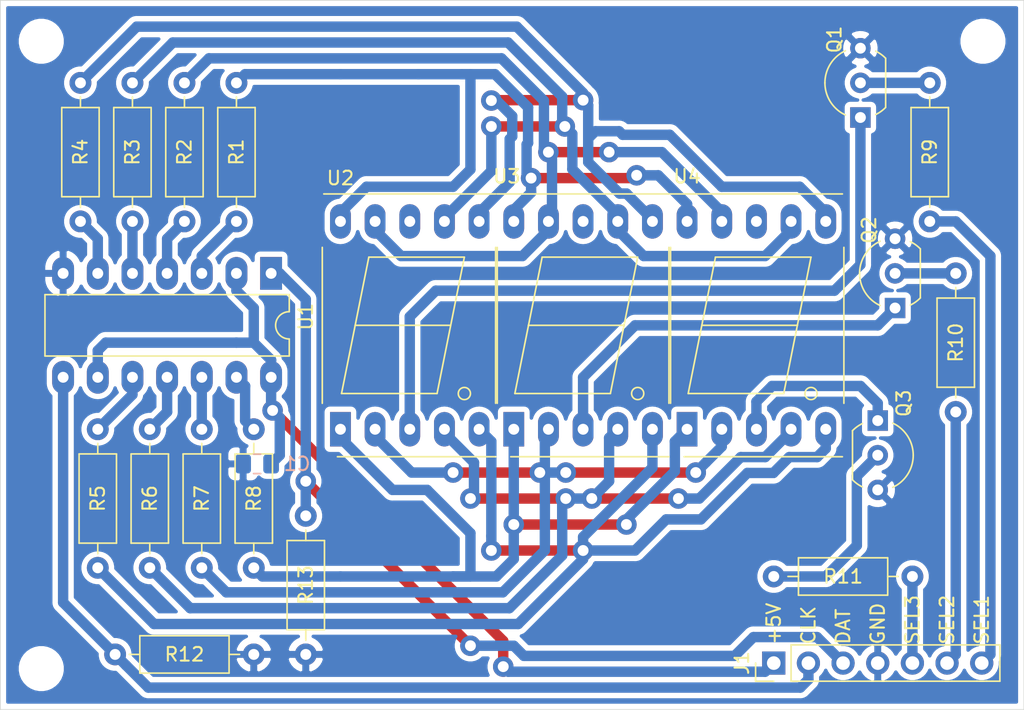
<source format=kicad_pcb>
(kicad_pcb (version 20171130) (host pcbnew "(5.1.9)-1")

  (general
    (thickness 1.6)
    (drawings 11)
    (tracks 264)
    (zones 0)
    (modules 25)
    (nets 30)
  )

  (page A4)
  (title_block
    (title "PIC BPS display - display module")
    (date 2021-03-10)
    (rev v0.1)
    (company "Gutierrez PS")
    (comment 1 https://github.com/gutierrezps/pic-bps-display)
  )

  (layers
    (0 F.Cu signal)
    (31 B.Cu signal)
    (32 B.Adhes user)
    (33 F.Adhes user)
    (34 B.Paste user)
    (35 F.Paste user)
    (36 B.SilkS user)
    (37 F.SilkS user)
    (38 B.Mask user)
    (39 F.Mask user)
    (40 Dwgs.User user)
    (41 Cmts.User user)
    (42 Eco1.User user)
    (43 Eco2.User user)
    (44 Edge.Cuts user)
    (45 Margin user)
    (46 B.CrtYd user hide)
    (47 F.CrtYd user hide)
    (48 B.Fab user hide)
    (49 F.Fab user hide)
  )

  (setup
    (last_trace_width 0.25)
    (user_trace_width 0.508)
    (user_trace_width 0.762)
    (user_trace_width 1.016)
    (trace_clearance 0.4)
    (zone_clearance 0.4)
    (zone_45_only no)
    (trace_min 0.2)
    (via_size 0.8)
    (via_drill 0.4)
    (via_min_size 0.4)
    (via_min_drill 0.3)
    (user_via 1.5 0.8)
    (uvia_size 0.3)
    (uvia_drill 0.1)
    (uvias_allowed no)
    (uvia_min_size 0.2)
    (uvia_min_drill 0.1)
    (edge_width 0.05)
    (segment_width 0.2)
    (pcb_text_width 0.3)
    (pcb_text_size 1.5 1.5)
    (mod_edge_width 0.12)
    (mod_text_size 1 1)
    (mod_text_width 0.15)
    (pad_size 1.524 1.524)
    (pad_drill 0.762)
    (pad_to_mask_clearance 0.05)
    (aux_axis_origin 0 0)
    (visible_elements 7FFFFFFF)
    (pcbplotparams
      (layerselection 0x00020_7ffffffe)
      (usegerberextensions false)
      (usegerberattributes true)
      (usegerberadvancedattributes true)
      (creategerberjobfile true)
      (excludeedgelayer false)
      (linewidth 0.100000)
      (plotframeref true)
      (viasonmask false)
      (mode 1)
      (useauxorigin false)
      (hpglpennumber 1)
      (hpglpenspeed 20)
      (hpglpendiameter 15.000000)
      (psnegative false)
      (psa4output false)
      (plotreference true)
      (plotvalue false)
      (plotinvisibletext false)
      (padsonsilk true)
      (subtractmaskfromsilk false)
      (outputformat 4)
      (mirror false)
      (drillshape 0)
      (scaleselection 1)
      (outputdirectory ""))
  )

  (net 0 "")
  (net 1 "Net-(Q1-Pad2)")
  (net 2 "Net-(Q2-Pad2)")
  (net 3 "Net-(Q3-Pad2)")
  (net 4 "Net-(R1-Pad1)")
  (net 5 "Net-(R1-Pad2)")
  (net 6 "Net-(R2-Pad1)")
  (net 7 "Net-(R2-Pad2)")
  (net 8 "Net-(R3-Pad1)")
  (net 9 "Net-(R3-Pad2)")
  (net 10 "Net-(R4-Pad2)")
  (net 11 "Net-(R4-Pad1)")
  (net 12 "Net-(R5-Pad1)")
  (net 13 "Net-(R5-Pad2)")
  (net 14 "Net-(R6-Pad2)")
  (net 15 "Net-(R6-Pad1)")
  (net 16 "Net-(R7-Pad1)")
  (net 17 "Net-(R7-Pad2)")
  (net 18 "Net-(R8-Pad2)")
  (net 19 "Net-(R8-Pad1)")
  (net 20 Vdd)
  (net 21 DAT)
  (net 22 CLK)
  (net 23 Vss)
  (net 24 "Net-(Q1-Pad1)")
  (net 25 "Net-(Q2-Pad1)")
  (net 26 "Net-(Q3-Pad1)")
  (net 27 SEL3)
  (net 28 SEL2)
  (net 29 SEL1)

  (net_class Default "This is the default net class."
    (clearance 0.4)
    (trace_width 0.25)
    (via_dia 0.8)
    (via_drill 0.4)
    (uvia_dia 0.3)
    (uvia_drill 0.1)
    (add_net CLK)
    (add_net DAT)
    (add_net "Net-(Q1-Pad1)")
    (add_net "Net-(Q1-Pad2)")
    (add_net "Net-(Q2-Pad1)")
    (add_net "Net-(Q2-Pad2)")
    (add_net "Net-(Q3-Pad1)")
    (add_net "Net-(Q3-Pad2)")
    (add_net "Net-(R1-Pad1)")
    (add_net "Net-(R1-Pad2)")
    (add_net "Net-(R2-Pad1)")
    (add_net "Net-(R2-Pad2)")
    (add_net "Net-(R3-Pad1)")
    (add_net "Net-(R3-Pad2)")
    (add_net "Net-(R4-Pad1)")
    (add_net "Net-(R4-Pad2)")
    (add_net "Net-(R5-Pad1)")
    (add_net "Net-(R5-Pad2)")
    (add_net "Net-(R6-Pad1)")
    (add_net "Net-(R6-Pad2)")
    (add_net "Net-(R7-Pad1)")
    (add_net "Net-(R7-Pad2)")
    (add_net "Net-(R8-Pad1)")
    (add_net "Net-(R8-Pad2)")
    (add_net SEL1)
    (add_net SEL2)
    (add_net SEL3)
    (add_net Vdd)
    (add_net Vss)
  )

  (module MountingHole:MountingHole_2.5mm (layer F.Cu) (tedit 56D1B4CB) (tstamp 60483F3E)
    (at 169 143)
    (descr "Mounting Hole 2.5mm, no annular")
    (tags "mounting hole 2.5mm no annular")
    (attr virtual)
    (fp_text reference REF** (at 0 -3.5) (layer F.SilkS) hide
      (effects (font (size 1 1) (thickness 0.15)))
    )
    (fp_text value MountingHole_2.5mm (at 0 3.5) (layer F.Fab)
      (effects (font (size 1 1) (thickness 0.15)))
    )
    (fp_circle (center 0 0) (end 2.75 0) (layer F.CrtYd) (width 0.05))
    (fp_circle (center 0 0) (end 2.5 0) (layer Cmts.User) (width 0.15))
    (fp_text user %R (at 0.3 0) (layer F.Fab)
      (effects (font (size 1 1) (thickness 0.15)))
    )
    (pad 1 np_thru_hole circle (at 0 0) (size 2.5 2.5) (drill 2.5) (layers *.Cu *.Mask))
  )

  (module MountingHole:MountingHole_2.5mm (layer F.Cu) (tedit 56D1B4CB) (tstamp 60483F13)
    (at 100 143)
    (descr "Mounting Hole 2.5mm, no annular")
    (tags "mounting hole 2.5mm no annular")
    (attr virtual)
    (fp_text reference REF** (at 0 -3.5) (layer F.SilkS) hide
      (effects (font (size 1 1) (thickness 0.15)))
    )
    (fp_text value MountingHole_2.5mm (at 0 3.5) (layer F.Fab)
      (effects (font (size 1 1) (thickness 0.15)))
    )
    (fp_circle (center 0 0) (end 2.75 0) (layer F.CrtYd) (width 0.05))
    (fp_circle (center 0 0) (end 2.5 0) (layer Cmts.User) (width 0.15))
    (fp_text user %R (at 0.3 0) (layer F.Fab)
      (effects (font (size 1 1) (thickness 0.15)))
    )
    (pad 1 np_thru_hole circle (at 0 0) (size 2.5 2.5) (drill 2.5) (layers *.Cu *.Mask))
  )

  (module MountingHole:MountingHole_2.5mm (layer F.Cu) (tedit 56D1B4CB) (tstamp 60483EE7)
    (at 100 189)
    (descr "Mounting Hole 2.5mm, no annular")
    (tags "mounting hole 2.5mm no annular")
    (attr virtual)
    (fp_text reference REF** (at 0 -3.5) (layer F.SilkS) hide
      (effects (font (size 1 1) (thickness 0.15)))
    )
    (fp_text value MountingHole_2.5mm (at 0 3.5) (layer F.Fab)
      (effects (font (size 1 1) (thickness 0.15)))
    )
    (fp_circle (center 0 0) (end 2.75 0) (layer F.CrtYd) (width 0.05))
    (fp_circle (center 0 0) (end 2.5 0) (layer Cmts.User) (width 0.15))
    (fp_text user %R (at 0.3 0) (layer F.Fab)
      (effects (font (size 1 1) (thickness 0.15)))
    )
    (pad 1 np_thru_hole circle (at 0 0) (size 2.5 2.5) (drill 2.5) (layers *.Cu *.Mask))
  )

  (module Capacitor_SMD:C_0805_2012Metric_Pad1.15x1.40mm_HandSolder (layer B.Cu) (tedit 5B36C52B) (tstamp 60423750)
    (at 115.815 173.99)
    (descr "Capacitor SMD 0805 (2012 Metric), square (rectangular) end terminal, IPC_7351 nominal with elongated pad for handsoldering. (Body size source: https://docs.google.com/spreadsheets/d/1BsfQQcO9C6DZCsRaXUlFlo91Tg2WpOkGARC1WS5S8t0/edit?usp=sharing), generated with kicad-footprint-generator")
    (tags "capacitor handsolder")
    (path /604C5FF1)
    (attr smd)
    (fp_text reference C1 (at 2.93 0) (layer B.SilkS)
      (effects (font (size 1 1) (thickness 0.15)) (justify mirror))
    )
    (fp_text value 100n (at 0 -1.65) (layer B.Fab)
      (effects (font (size 1 1) (thickness 0.15)) (justify mirror))
    )
    (fp_line (start -1 -0.6) (end -1 0.6) (layer B.Fab) (width 0.1))
    (fp_line (start -1 0.6) (end 1 0.6) (layer B.Fab) (width 0.1))
    (fp_line (start 1 0.6) (end 1 -0.6) (layer B.Fab) (width 0.1))
    (fp_line (start 1 -0.6) (end -1 -0.6) (layer B.Fab) (width 0.1))
    (fp_line (start -0.261252 0.71) (end 0.261252 0.71) (layer B.SilkS) (width 0.12))
    (fp_line (start -0.261252 -0.71) (end 0.261252 -0.71) (layer B.SilkS) (width 0.12))
    (fp_line (start -1.85 -0.95) (end -1.85 0.95) (layer B.CrtYd) (width 0.05))
    (fp_line (start -1.85 0.95) (end 1.85 0.95) (layer B.CrtYd) (width 0.05))
    (fp_line (start 1.85 0.95) (end 1.85 -0.95) (layer B.CrtYd) (width 0.05))
    (fp_line (start 1.85 -0.95) (end -1.85 -0.95) (layer B.CrtYd) (width 0.05))
    (fp_text user %R (at 0 0) (layer B.Fab)
      (effects (font (size 0.5 0.5) (thickness 0.08)) (justify mirror))
    )
    (pad 2 smd roundrect (at 1.025 0) (size 1.15 1.4) (layers B.Cu B.Paste B.Mask) (roundrect_rratio 0.217391)
      (net 20 Vdd))
    (pad 1 smd roundrect (at -1.025 0) (size 1.15 1.4) (layers B.Cu B.Paste B.Mask) (roundrect_rratio 0.217391)
      (net 23 Vss))
    (model ${KISYS3DMOD}/Capacitor_SMD.3dshapes/C_0805_2012Metric.wrl
      (at (xyz 0 0 0))
      (scale (xyz 1 1 1))
      (rotate (xyz 0 0 0))
    )
  )

  (module Display_7Segment:7SegmentLED_LTS6760_LTS6780 (layer F.Cu) (tedit 5D86971C) (tstamp 60405E6D)
    (at 147.32 171.45 90)
    (descr "7-Segment Display, LTS67x0, http://optoelectronics.liteon.com/upload/download/DS30-2001-355/S6760jd.pdf")
    (tags "7Segment LED LTS6760 LTS6780")
    (path /6043537E)
    (fp_text reference U4 (at 18.542 0 180) (layer F.SilkS)
      (effects (font (size 1 1) (thickness 0.15)))
    )
    (fp_text value KCSC02-105 (at 7.62 12.58 90) (layer F.Fab)
      (effects (font (size 1 1) (thickness 0.15)))
    )
    (fp_line (start -0.905 -1.22) (end 17.145 -1.22) (layer F.Fab) (width 0.1))
    (fp_circle (center 2.62 9.08) (end 3.067214 9.08) (layer F.SilkS) (width 0.12))
    (fp_line (start 12.62 2.08) (end 12.62 9.08) (layer F.SilkS) (width 0.12))
    (fp_line (start 7.62 8.08) (end 7.62 1.08) (layer F.SilkS) (width 0.12))
    (fp_line (start 12.62 9.08) (end 7.62 8.08) (layer F.SilkS) (width 0.12))
    (fp_line (start 2.62 7.08) (end 7.62 8.08) (layer F.SilkS) (width 0.12))
    (fp_line (start 2.62 0.08) (end 2.62 7.08) (layer F.SilkS) (width 0.12))
    (fp_line (start 7.62 1.08) (end 2.62 0.08) (layer F.SilkS) (width 0.12))
    (fp_line (start 12.62 2.08) (end 7.62 1.08) (layer F.SilkS) (width 0.12))
    (fp_line (start -1.905 11.38) (end 17.145 11.38) (layer F.Fab) (width 0.1))
    (fp_line (start -1.905 -0.22) (end -1.905 11.38) (layer F.Fab) (width 0.1))
    (fp_line (start 17.145 11.38) (end 17.145 -1.22) (layer F.Fab) (width 0.1))
    (fp_line (start -0.905 -1.22) (end -1.905 -0.22) (layer F.Fab) (width 0.1))
    (fp_line (start -2.16 11.63) (end 17.4 11.63) (layer F.CrtYd) (width 0.05))
    (fp_line (start -2.16 -1.47) (end 17.4 -1.47) (layer F.CrtYd) (width 0.05))
    (fp_line (start 17.4 -1.47) (end 17.4 11.63) (layer F.CrtYd) (width 0.05))
    (fp_line (start -2.16 -1.47) (end -2.16 11.63) (layer F.CrtYd) (width 0.05))
    (fp_line (start 17.255 11.38) (end 17.255 -1.22) (layer F.SilkS) (width 0.12))
    (fp_line (start -2.015 -0.22) (end -2.015 11.38) (layer F.SilkS) (width 0.12))
    (fp_line (start 1.905 11.49) (end 13.335 11.49) (layer F.SilkS) (width 0.12))
    (fp_line (start 1.905 -1.33) (end 13.335 -1.33) (layer F.SilkS) (width 0.12))
    (fp_text user %R (at 7.87 5.08 90) (layer F.Fab)
      (effects (font (size 1 1) (thickness 0.15)))
    )
    (pad 1 thru_hole rect (at 0 0) (size 1.524 2.524) (drill 0.8) (layers *.Cu *.Mask)
      (net 19 "Net-(R8-Pad1)"))
    (pad 2 thru_hole oval (at 0 2.54) (size 1.524 2.524) (drill 0.8) (layers *.Cu *.Mask)
      (net 16 "Net-(R7-Pad1)"))
    (pad 3 thru_hole oval (at 0 5.08) (size 1.524 2.524) (drill 0.8) (layers *.Cu *.Mask)
      (net 26 "Net-(Q3-Pad1)"))
    (pad 4 thru_hole oval (at 0 7.62) (size 1.524 2.524) (drill 0.8) (layers *.Cu *.Mask)
      (net 15 "Net-(R6-Pad1)"))
    (pad 5 thru_hole oval (at 0 10.16) (size 1.524 2.524) (drill 0.8) (layers *.Cu *.Mask)
      (net 12 "Net-(R5-Pad1)"))
    (pad 6 thru_hole oval (at 15.24 10.16) (size 1.524 2.524) (drill 0.8) (layers *.Cu *.Mask)
      (net 11 "Net-(R4-Pad1)"))
    (pad 7 thru_hole oval (at 15.24 7.62) (size 1.524 2.524) (drill 0.8) (layers *.Cu *.Mask)
      (net 8 "Net-(R3-Pad1)"))
    (pad 8 thru_hole oval (at 15.24 5.08) (size 1.524 2.524) (drill 0.8) (layers *.Cu *.Mask))
    (pad 9 thru_hole oval (at 15.24 2.54) (size 1.524 2.524) (drill 0.8) (layers *.Cu *.Mask)
      (net 6 "Net-(R2-Pad1)"))
    (pad 10 thru_hole oval (at 15.24 0) (size 1.524 2.524) (drill 0.8) (layers *.Cu *.Mask)
      (net 4 "Net-(R1-Pad1)"))
    (model ${KISYS3DMOD}/Display_7Segment.3dshapes/7SegmentLED_LTS6760_LTS6780.wrl
      (at (xyz 0 0 0))
      (scale (xyz 1 1 1))
      (rotate (xyz 0 0 0))
    )
  )

  (module Connector_PinHeader_2.54mm:PinHeader_1x07_P2.54mm_Vertical (layer F.Cu) (tedit 59FED5CC) (tstamp 604215A7)
    (at 153.67 188.595 90)
    (descr "Through hole straight pin header, 1x07, 2.54mm pitch, single row")
    (tags "Through hole pin header THT 1x07 2.54mm single row")
    (path /60470D9F)
    (fp_text reference J1 (at 0 -2.33 90) (layer F.SilkS)
      (effects (font (size 1 1) (thickness 0.15)))
    )
    (fp_text value Conn_01x07 (at 0 17.57 90) (layer F.Fab)
      (effects (font (size 1 1) (thickness 0.15)))
    )
    (fp_line (start -0.635 -1.27) (end 1.27 -1.27) (layer F.Fab) (width 0.1))
    (fp_line (start 1.27 -1.27) (end 1.27 16.51) (layer F.Fab) (width 0.1))
    (fp_line (start 1.27 16.51) (end -1.27 16.51) (layer F.Fab) (width 0.1))
    (fp_line (start -1.27 16.51) (end -1.27 -0.635) (layer F.Fab) (width 0.1))
    (fp_line (start -1.27 -0.635) (end -0.635 -1.27) (layer F.Fab) (width 0.1))
    (fp_line (start -1.33 16.57) (end 1.33 16.57) (layer F.SilkS) (width 0.12))
    (fp_line (start -1.33 1.27) (end -1.33 16.57) (layer F.SilkS) (width 0.12))
    (fp_line (start 1.33 1.27) (end 1.33 16.57) (layer F.SilkS) (width 0.12))
    (fp_line (start -1.33 1.27) (end 1.33 1.27) (layer F.SilkS) (width 0.12))
    (fp_line (start -1.33 0) (end -1.33 -1.33) (layer F.SilkS) (width 0.12))
    (fp_line (start -1.33 -1.33) (end 0 -1.33) (layer F.SilkS) (width 0.12))
    (fp_line (start -1.8 -1.8) (end -1.8 17.05) (layer F.CrtYd) (width 0.05))
    (fp_line (start -1.8 17.05) (end 1.8 17.05) (layer F.CrtYd) (width 0.05))
    (fp_line (start 1.8 17.05) (end 1.8 -1.8) (layer F.CrtYd) (width 0.05))
    (fp_line (start 1.8 -1.8) (end -1.8 -1.8) (layer F.CrtYd) (width 0.05))
    (fp_text user %R (at 0 7.62) (layer F.Fab)
      (effects (font (size 1 1) (thickness 0.15)))
    )
    (pad 7 thru_hole oval (at 0 15.24 90) (size 1.7 1.7) (drill 1) (layers *.Cu *.Mask)
      (net 29 SEL1))
    (pad 6 thru_hole oval (at 0 12.7 90) (size 1.7 1.7) (drill 1) (layers *.Cu *.Mask)
      (net 28 SEL2))
    (pad 5 thru_hole oval (at 0 10.16 90) (size 1.7 1.7) (drill 1) (layers *.Cu *.Mask)
      (net 27 SEL3))
    (pad 4 thru_hole oval (at 0 7.62 90) (size 1.7 1.7) (drill 1) (layers *.Cu *.Mask)
      (net 23 Vss))
    (pad 3 thru_hole oval (at 0 5.08 90) (size 1.7 1.7) (drill 1) (layers *.Cu *.Mask)
      (net 21 DAT))
    (pad 2 thru_hole oval (at 0 2.54 90) (size 1.7 1.7) (drill 1) (layers *.Cu *.Mask)
      (net 22 CLK))
    (pad 1 thru_hole rect (at 0 0 90) (size 1.7 1.7) (drill 1) (layers *.Cu *.Mask)
      (net 20 Vdd))
    (model ${KISYS3DMOD}/Connector_PinHeader_2.54mm.3dshapes/PinHeader_1x07_P2.54mm_Vertical.wrl
      (at (xyz 0 0 0))
      (scale (xyz 1 1 1))
      (rotate (xyz 0 0 0))
    )
  )

  (module Package_TO_SOT_THT:TO-92_Inline_Wide (layer F.Cu) (tedit 5A02FF81) (tstamp 60405F86)
    (at 161.29 170.815 270)
    (descr "TO-92 leads in-line, wide, drill 0.75mm (see NXP sot054_po.pdf)")
    (tags "to-92 sc-43 sc-43a sot54 PA33 transistor")
    (path /6044BCCF)
    (fp_text reference Q3 (at -1.27 -1.905 90) (layer F.SilkS)
      (effects (font (size 1 1) (thickness 0.15)))
    )
    (fp_text value BC548 (at 2.54 2.79 90) (layer F.Fab)
      (effects (font (size 1 1) (thickness 0.15)))
    )
    (fp_line (start 0.74 1.85) (end 4.34 1.85) (layer F.SilkS) (width 0.12))
    (fp_line (start 0.8 1.75) (end 4.3 1.75) (layer F.Fab) (width 0.1))
    (fp_line (start -1.01 -2.73) (end 6.09 -2.73) (layer F.CrtYd) (width 0.05))
    (fp_line (start -1.01 -2.73) (end -1.01 2.01) (layer F.CrtYd) (width 0.05))
    (fp_line (start 6.09 2.01) (end 6.09 -2.73) (layer F.CrtYd) (width 0.05))
    (fp_line (start 6.09 2.01) (end -1.01 2.01) (layer F.CrtYd) (width 0.05))
    (fp_arc (start 2.54 0) (end 4.34 1.85) (angle -20) (layer F.SilkS) (width 0.12))
    (fp_arc (start 2.54 0) (end 2.54 -2.48) (angle -135) (layer F.Fab) (width 0.1))
    (fp_arc (start 2.54 0) (end 2.54 -2.48) (angle 135) (layer F.Fab) (width 0.1))
    (fp_arc (start 2.54 0) (end 2.54 -2.6) (angle 65) (layer F.SilkS) (width 0.12))
    (fp_arc (start 2.54 0) (end 2.54 -2.6) (angle -65) (layer F.SilkS) (width 0.12))
    (fp_arc (start 2.54 0) (end 0.74 1.85) (angle 20) (layer F.SilkS) (width 0.12))
    (fp_text user %R (at 2.54 -3.56 90) (layer F.Fab)
      (effects (font (size 1 1) (thickness 0.15)))
    )
    (pad 1 thru_hole rect (at 0 0) (size 1.5 1.5) (drill 0.8) (layers *.Cu *.Mask)
      (net 26 "Net-(Q3-Pad1)"))
    (pad 3 thru_hole circle (at 5.08 0) (size 1.5 1.5) (drill 0.8) (layers *.Cu *.Mask)
      (net 23 Vss))
    (pad 2 thru_hole circle (at 2.54 0) (size 1.5 1.5) (drill 0.8) (layers *.Cu *.Mask)
      (net 3 "Net-(Q3-Pad2)"))
    (model ${KISYS3DMOD}/Package_TO_SOT_THT.3dshapes/TO-92_Inline_Wide.wrl
      (at (xyz 0 0 0))
      (scale (xyz 1 1 1))
      (rotate (xyz 0 0 0))
    )
  )

  (module Package_TO_SOT_THT:TO-92_Inline_Wide (layer F.Cu) (tedit 5A02FF81) (tstamp 604228DC)
    (at 162.56 162.56 90)
    (descr "TO-92 leads in-line, wide, drill 0.75mm (see NXP sot054_po.pdf)")
    (tags "to-92 sc-43 sc-43a sot54 PA33 transistor")
    (path /604486E5)
    (fp_text reference Q2 (at 5.715 -1.905 90) (layer F.SilkS)
      (effects (font (size 1 1) (thickness 0.15)))
    )
    (fp_text value BC548 (at 2.54 2.79 90) (layer F.Fab)
      (effects (font (size 1 1) (thickness 0.15)))
    )
    (fp_line (start 0.74 1.85) (end 4.34 1.85) (layer F.SilkS) (width 0.12))
    (fp_line (start 0.8 1.75) (end 4.3 1.75) (layer F.Fab) (width 0.1))
    (fp_line (start -1.01 -2.73) (end 6.09 -2.73) (layer F.CrtYd) (width 0.05))
    (fp_line (start -1.01 -2.73) (end -1.01 2.01) (layer F.CrtYd) (width 0.05))
    (fp_line (start 6.09 2.01) (end 6.09 -2.73) (layer F.CrtYd) (width 0.05))
    (fp_line (start 6.09 2.01) (end -1.01 2.01) (layer F.CrtYd) (width 0.05))
    (fp_arc (start 2.54 0) (end 4.34 1.85) (angle -20) (layer F.SilkS) (width 0.12))
    (fp_arc (start 2.54 0) (end 2.54 -2.48) (angle -135) (layer F.Fab) (width 0.1))
    (fp_arc (start 2.54 0) (end 2.54 -2.48) (angle 135) (layer F.Fab) (width 0.1))
    (fp_arc (start 2.54 0) (end 2.54 -2.6) (angle 65) (layer F.SilkS) (width 0.12))
    (fp_arc (start 2.54 0) (end 2.54 -2.6) (angle -65) (layer F.SilkS) (width 0.12))
    (fp_arc (start 2.54 0) (end 0.74 1.85) (angle 20) (layer F.SilkS) (width 0.12))
    (fp_text user %R (at 2.54 -3.56 90) (layer F.Fab)
      (effects (font (size 1 1) (thickness 0.15)))
    )
    (pad 1 thru_hole rect (at 0 0 180) (size 1.5 1.5) (drill 0.8) (layers *.Cu *.Mask)
      (net 25 "Net-(Q2-Pad1)"))
    (pad 3 thru_hole circle (at 5.08 0 180) (size 1.5 1.5) (drill 0.8) (layers *.Cu *.Mask)
      (net 23 Vss))
    (pad 2 thru_hole circle (at 2.54 0 180) (size 1.5 1.5) (drill 0.8) (layers *.Cu *.Mask)
      (net 2 "Net-(Q2-Pad2)"))
    (model ${KISYS3DMOD}/Package_TO_SOT_THT.3dshapes/TO-92_Inline_Wide.wrl
      (at (xyz 0 0 0))
      (scale (xyz 1 1 1))
      (rotate (xyz 0 0 0))
    )
  )

  (module Package_TO_SOT_THT:TO-92_Inline_Wide (layer F.Cu) (tedit 5A02FF81) (tstamp 60405FAC)
    (at 160.02 148.59 90)
    (descr "TO-92 leads in-line, wide, drill 0.75mm (see NXP sot054_po.pdf)")
    (tags "to-92 sc-43 sc-43a sot54 PA33 transistor")
    (path /6043A4C1)
    (fp_text reference Q1 (at 5.715 -1.905 90) (layer F.SilkS)
      (effects (font (size 1 1) (thickness 0.15)))
    )
    (fp_text value BC548 (at 2.54 2.79 90) (layer F.Fab)
      (effects (font (size 1 1) (thickness 0.15)))
    )
    (fp_line (start 0.74 1.85) (end 4.34 1.85) (layer F.SilkS) (width 0.12))
    (fp_line (start 0.8 1.75) (end 4.3 1.75) (layer F.Fab) (width 0.1))
    (fp_line (start -1.01 -2.73) (end 6.09 -2.73) (layer F.CrtYd) (width 0.05))
    (fp_line (start -1.01 -2.73) (end -1.01 2.01) (layer F.CrtYd) (width 0.05))
    (fp_line (start 6.09 2.01) (end 6.09 -2.73) (layer F.CrtYd) (width 0.05))
    (fp_line (start 6.09 2.01) (end -1.01 2.01) (layer F.CrtYd) (width 0.05))
    (fp_arc (start 2.54 0) (end 4.34 1.85) (angle -20) (layer F.SilkS) (width 0.12))
    (fp_arc (start 2.54 0) (end 2.54 -2.48) (angle -135) (layer F.Fab) (width 0.1))
    (fp_arc (start 2.54 0) (end 2.54 -2.48) (angle 135) (layer F.Fab) (width 0.1))
    (fp_arc (start 2.54 0) (end 2.54 -2.6) (angle 65) (layer F.SilkS) (width 0.12))
    (fp_arc (start 2.54 0) (end 2.54 -2.6) (angle -65) (layer F.SilkS) (width 0.12))
    (fp_arc (start 2.54 0) (end 0.74 1.85) (angle 20) (layer F.SilkS) (width 0.12))
    (fp_text user %R (at 2.54 -3.56 90) (layer F.Fab)
      (effects (font (size 1 1) (thickness 0.15)))
    )
    (pad 1 thru_hole rect (at 0 0 180) (size 1.5 1.5) (drill 0.8) (layers *.Cu *.Mask)
      (net 24 "Net-(Q1-Pad1)"))
    (pad 3 thru_hole circle (at 5.08 0 180) (size 1.5 1.5) (drill 0.8) (layers *.Cu *.Mask)
      (net 23 Vss))
    (pad 2 thru_hole circle (at 2.54 0 180) (size 1.5 1.5) (drill 0.8) (layers *.Cu *.Mask)
      (net 1 "Net-(Q1-Pad2)"))
    (model ${KISYS3DMOD}/Package_TO_SOT_THT.3dshapes/TO-92_Inline_Wide.wrl
      (at (xyz 0 0 0))
      (scale (xyz 1 1 1))
      (rotate (xyz 0 0 0))
    )
  )

  (module Resistor_THT:R_Axial_DIN0207_L6.3mm_D2.5mm_P10.16mm_Horizontal (layer F.Cu) (tedit 5AE5139B) (tstamp 60405F70)
    (at 163.83 182.245 180)
    (descr "Resistor, Axial_DIN0207 series, Axial, Horizontal, pin pitch=10.16mm, 0.25W = 1/4W, length*diameter=6.3*2.5mm^2, http://cdn-reichelt.de/documents/datenblatt/B400/1_4W%23YAG.pdf")
    (tags "Resistor Axial_DIN0207 series Axial Horizontal pin pitch 10.16mm 0.25W = 1/4W length 6.3mm diameter 2.5mm")
    (path /6044BCC4)
    (fp_text reference R11 (at 5.08 0) (layer F.SilkS)
      (effects (font (size 1 1) (thickness 0.15)))
    )
    (fp_text value 1k (at 5.08 2.37) (layer F.Fab)
      (effects (font (size 1 1) (thickness 0.15)))
    )
    (fp_line (start 11.21 -1.5) (end -1.05 -1.5) (layer F.CrtYd) (width 0.05))
    (fp_line (start 11.21 1.5) (end 11.21 -1.5) (layer F.CrtYd) (width 0.05))
    (fp_line (start -1.05 1.5) (end 11.21 1.5) (layer F.CrtYd) (width 0.05))
    (fp_line (start -1.05 -1.5) (end -1.05 1.5) (layer F.CrtYd) (width 0.05))
    (fp_line (start 9.12 0) (end 8.35 0) (layer F.SilkS) (width 0.12))
    (fp_line (start 1.04 0) (end 1.81 0) (layer F.SilkS) (width 0.12))
    (fp_line (start 8.35 -1.37) (end 1.81 -1.37) (layer F.SilkS) (width 0.12))
    (fp_line (start 8.35 1.37) (end 8.35 -1.37) (layer F.SilkS) (width 0.12))
    (fp_line (start 1.81 1.37) (end 8.35 1.37) (layer F.SilkS) (width 0.12))
    (fp_line (start 1.81 -1.37) (end 1.81 1.37) (layer F.SilkS) (width 0.12))
    (fp_line (start 10.16 0) (end 8.23 0) (layer F.Fab) (width 0.1))
    (fp_line (start 0 0) (end 1.93 0) (layer F.Fab) (width 0.1))
    (fp_line (start 8.23 -1.25) (end 1.93 -1.25) (layer F.Fab) (width 0.1))
    (fp_line (start 8.23 1.25) (end 8.23 -1.25) (layer F.Fab) (width 0.1))
    (fp_line (start 1.93 1.25) (end 8.23 1.25) (layer F.Fab) (width 0.1))
    (fp_line (start 1.93 -1.25) (end 1.93 1.25) (layer F.Fab) (width 0.1))
    (fp_text user %R (at 5.08 0) (layer F.Fab)
      (effects (font (size 1 1) (thickness 0.15)))
    )
    (pad 1 thru_hole circle (at 0 0 180) (size 1.6 1.6) (drill 0.8) (layers *.Cu *.Mask)
      (net 27 SEL3))
    (pad 2 thru_hole oval (at 10.16 0 180) (size 1.6 1.6) (drill 0.8) (layers *.Cu *.Mask)
      (net 3 "Net-(Q3-Pad2)"))
    (model ${KISYS3DMOD}/Resistor_THT.3dshapes/R_Axial_DIN0207_L6.3mm_D2.5mm_P10.16mm_Horizontal.wrl
      (at (xyz 0 0 0))
      (scale (xyz 1 1 1))
      (rotate (xyz 0 0 0))
    )
  )

  (module Resistor_THT:R_Axial_DIN0207_L6.3mm_D2.5mm_P10.16mm_Horizontal (layer F.Cu) (tedit 5AE5139B) (tstamp 60405F02)
    (at 167.005 170.18 90)
    (descr "Resistor, Axial_DIN0207 series, Axial, Horizontal, pin pitch=10.16mm, 0.25W = 1/4W, length*diameter=6.3*2.5mm^2, http://cdn-reichelt.de/documents/datenblatt/B400/1_4W%23YAG.pdf")
    (tags "Resistor Axial_DIN0207 series Axial Horizontal pin pitch 10.16mm 0.25W = 1/4W length 6.3mm diameter 2.5mm")
    (path /604486DA)
    (fp_text reference R10 (at 5.08 0 90) (layer F.SilkS)
      (effects (font (size 1 1) (thickness 0.15)))
    )
    (fp_text value 1k (at 5.08 2.37 90) (layer F.Fab)
      (effects (font (size 1 1) (thickness 0.15)))
    )
    (fp_line (start 1.93 -1.25) (end 1.93 1.25) (layer F.Fab) (width 0.1))
    (fp_line (start 1.93 1.25) (end 8.23 1.25) (layer F.Fab) (width 0.1))
    (fp_line (start 8.23 1.25) (end 8.23 -1.25) (layer F.Fab) (width 0.1))
    (fp_line (start 8.23 -1.25) (end 1.93 -1.25) (layer F.Fab) (width 0.1))
    (fp_line (start 0 0) (end 1.93 0) (layer F.Fab) (width 0.1))
    (fp_line (start 10.16 0) (end 8.23 0) (layer F.Fab) (width 0.1))
    (fp_line (start 1.81 -1.37) (end 1.81 1.37) (layer F.SilkS) (width 0.12))
    (fp_line (start 1.81 1.37) (end 8.35 1.37) (layer F.SilkS) (width 0.12))
    (fp_line (start 8.35 1.37) (end 8.35 -1.37) (layer F.SilkS) (width 0.12))
    (fp_line (start 8.35 -1.37) (end 1.81 -1.37) (layer F.SilkS) (width 0.12))
    (fp_line (start 1.04 0) (end 1.81 0) (layer F.SilkS) (width 0.12))
    (fp_line (start 9.12 0) (end 8.35 0) (layer F.SilkS) (width 0.12))
    (fp_line (start -1.05 -1.5) (end -1.05 1.5) (layer F.CrtYd) (width 0.05))
    (fp_line (start -1.05 1.5) (end 11.21 1.5) (layer F.CrtYd) (width 0.05))
    (fp_line (start 11.21 1.5) (end 11.21 -1.5) (layer F.CrtYd) (width 0.05))
    (fp_line (start 11.21 -1.5) (end -1.05 -1.5) (layer F.CrtYd) (width 0.05))
    (fp_text user %R (at 5.08 0 90) (layer F.Fab)
      (effects (font (size 1 1) (thickness 0.15)))
    )
    (pad 2 thru_hole oval (at 10.16 0 90) (size 1.6 1.6) (drill 0.8) (layers *.Cu *.Mask)
      (net 2 "Net-(Q2-Pad2)"))
    (pad 1 thru_hole circle (at 0 0 90) (size 1.6 1.6) (drill 0.8) (layers *.Cu *.Mask)
      (net 28 SEL2))
    (model ${KISYS3DMOD}/Resistor_THT.3dshapes/R_Axial_DIN0207_L6.3mm_D2.5mm_P10.16mm_Horizontal.wrl
      (at (xyz 0 0 0))
      (scale (xyz 1 1 1))
      (rotate (xyz 0 0 0))
    )
  )

  (module Display_7Segment:7SegmentLED_LTS6760_LTS6780 (layer F.Cu) (tedit 5D86971C) (tstamp 60405EDF)
    (at 121.92 171.45 90)
    (descr "7-Segment Display, LTS67x0, http://optoelectronics.liteon.com/upload/download/DS30-2001-355/S6760jd.pdf")
    (tags "7Segment LED LTS6760 LTS6780")
    (path /60430BEC)
    (fp_text reference U2 (at 18.415 0 180) (layer F.SilkS)
      (effects (font (size 1 1) (thickness 0.15)))
    )
    (fp_text value KCSC02-105 (at 7.62 12.58 90) (layer F.Fab)
      (effects (font (size 1 1) (thickness 0.15)))
    )
    (fp_line (start -0.905 -1.22) (end 17.145 -1.22) (layer F.Fab) (width 0.1))
    (fp_circle (center 2.62 9.08) (end 3.067214 9.08) (layer F.SilkS) (width 0.12))
    (fp_line (start 12.62 2.08) (end 12.62 9.08) (layer F.SilkS) (width 0.12))
    (fp_line (start 7.62 8.08) (end 7.62 1.08) (layer F.SilkS) (width 0.12))
    (fp_line (start 12.62 9.08) (end 7.62 8.08) (layer F.SilkS) (width 0.12))
    (fp_line (start 2.62 7.08) (end 7.62 8.08) (layer F.SilkS) (width 0.12))
    (fp_line (start 2.62 0.08) (end 2.62 7.08) (layer F.SilkS) (width 0.12))
    (fp_line (start 7.62 1.08) (end 2.62 0.08) (layer F.SilkS) (width 0.12))
    (fp_line (start 12.62 2.08) (end 7.62 1.08) (layer F.SilkS) (width 0.12))
    (fp_line (start -1.905 11.38) (end 17.145 11.38) (layer F.Fab) (width 0.1))
    (fp_line (start -1.905 -0.22) (end -1.905 11.38) (layer F.Fab) (width 0.1))
    (fp_line (start 17.145 11.38) (end 17.145 -1.22) (layer F.Fab) (width 0.1))
    (fp_line (start -0.905 -1.22) (end -1.905 -0.22) (layer F.Fab) (width 0.1))
    (fp_line (start -2.16 11.63) (end 17.4 11.63) (layer F.CrtYd) (width 0.05))
    (fp_line (start -2.16 -1.47) (end 17.4 -1.47) (layer F.CrtYd) (width 0.05))
    (fp_line (start 17.4 -1.47) (end 17.4 11.63) (layer F.CrtYd) (width 0.05))
    (fp_line (start -2.16 -1.47) (end -2.16 11.63) (layer F.CrtYd) (width 0.05))
    (fp_line (start 17.255 11.38) (end 17.255 -1.22) (layer F.SilkS) (width 0.12))
    (fp_line (start -2.015 -0.22) (end -2.015 11.38) (layer F.SilkS) (width 0.12))
    (fp_line (start 1.905 11.49) (end 13.335 11.49) (layer F.SilkS) (width 0.12))
    (fp_line (start 1.905 -1.33) (end 13.335 -1.33) (layer F.SilkS) (width 0.12))
    (fp_text user %R (at 7.87 5.08 90) (layer F.Fab)
      (effects (font (size 1 1) (thickness 0.15)))
    )
    (pad 1 thru_hole rect (at 0 0) (size 1.524 2.524) (drill 0.8) (layers *.Cu *.Mask)
      (net 19 "Net-(R8-Pad1)"))
    (pad 2 thru_hole oval (at 0 2.54) (size 1.524 2.524) (drill 0.8) (layers *.Cu *.Mask)
      (net 16 "Net-(R7-Pad1)"))
    (pad 3 thru_hole oval (at 0 5.08) (size 1.524 2.524) (drill 0.8) (layers *.Cu *.Mask)
      (net 24 "Net-(Q1-Pad1)"))
    (pad 4 thru_hole oval (at 0 7.62) (size 1.524 2.524) (drill 0.8) (layers *.Cu *.Mask)
      (net 15 "Net-(R6-Pad1)"))
    (pad 5 thru_hole oval (at 0 10.16) (size 1.524 2.524) (drill 0.8) (layers *.Cu *.Mask)
      (net 12 "Net-(R5-Pad1)"))
    (pad 6 thru_hole oval (at 15.24 10.16) (size 1.524 2.524) (drill 0.8) (layers *.Cu *.Mask)
      (net 11 "Net-(R4-Pad1)"))
    (pad 7 thru_hole oval (at 15.24 7.62) (size 1.524 2.524) (drill 0.8) (layers *.Cu *.Mask)
      (net 8 "Net-(R3-Pad1)"))
    (pad 8 thru_hole oval (at 15.24 5.08) (size 1.524 2.524) (drill 0.8) (layers *.Cu *.Mask))
    (pad 9 thru_hole oval (at 15.24 2.54) (size 1.524 2.524) (drill 0.8) (layers *.Cu *.Mask)
      (net 6 "Net-(R2-Pad1)"))
    (pad 10 thru_hole oval (at 15.24 0) (size 1.524 2.524) (drill 0.8) (layers *.Cu *.Mask)
      (net 4 "Net-(R1-Pad1)"))
    (model ${KISYS3DMOD}/Display_7Segment.3dshapes/7SegmentLED_LTS6760_LTS6780.wrl
      (at (xyz 0 0 0))
      (scale (xyz 1 1 1))
      (rotate (xyz 0 0 0))
    )
  )

  (module Display_7Segment:7SegmentLED_LTS6760_LTS6780 (layer F.Cu) (tedit 5D86971C) (tstamp 60405E90)
    (at 134.62 171.45 90)
    (descr "7-Segment Display, LTS67x0, http://optoelectronics.liteon.com/upload/download/DS30-2001-355/S6760jd.pdf")
    (tags "7Segment LED LTS6760 LTS6780")
    (path /60432454)
    (fp_text reference U3 (at 18.542 -0.508 180) (layer F.SilkS)
      (effects (font (size 1 1) (thickness 0.15)))
    )
    (fp_text value KCSC02-105 (at 7.62 12.58 90) (layer F.Fab)
      (effects (font (size 1 1) (thickness 0.15)))
    )
    (fp_line (start 1.905 -1.33) (end 13.335 -1.33) (layer F.SilkS) (width 0.12))
    (fp_line (start 1.905 11.49) (end 13.335 11.49) (layer F.SilkS) (width 0.12))
    (fp_line (start -2.015 -0.22) (end -2.015 11.38) (layer F.SilkS) (width 0.12))
    (fp_line (start 17.255 11.38) (end 17.255 -1.22) (layer F.SilkS) (width 0.12))
    (fp_line (start -2.16 -1.47) (end -2.16 11.63) (layer F.CrtYd) (width 0.05))
    (fp_line (start 17.4 -1.47) (end 17.4 11.63) (layer F.CrtYd) (width 0.05))
    (fp_line (start -2.16 -1.47) (end 17.4 -1.47) (layer F.CrtYd) (width 0.05))
    (fp_line (start -2.16 11.63) (end 17.4 11.63) (layer F.CrtYd) (width 0.05))
    (fp_line (start -0.905 -1.22) (end -1.905 -0.22) (layer F.Fab) (width 0.1))
    (fp_line (start 17.145 11.38) (end 17.145 -1.22) (layer F.Fab) (width 0.1))
    (fp_line (start -1.905 -0.22) (end -1.905 11.38) (layer F.Fab) (width 0.1))
    (fp_line (start -1.905 11.38) (end 17.145 11.38) (layer F.Fab) (width 0.1))
    (fp_line (start 12.62 2.08) (end 7.62 1.08) (layer F.SilkS) (width 0.12))
    (fp_line (start 7.62 1.08) (end 2.62 0.08) (layer F.SilkS) (width 0.12))
    (fp_line (start 2.62 0.08) (end 2.62 7.08) (layer F.SilkS) (width 0.12))
    (fp_line (start 2.62 7.08) (end 7.62 8.08) (layer F.SilkS) (width 0.12))
    (fp_line (start 12.62 9.08) (end 7.62 8.08) (layer F.SilkS) (width 0.12))
    (fp_line (start 7.62 8.08) (end 7.62 1.08) (layer F.SilkS) (width 0.12))
    (fp_line (start 12.62 2.08) (end 12.62 9.08) (layer F.SilkS) (width 0.12))
    (fp_circle (center 2.62 9.08) (end 3.067214 9.08) (layer F.SilkS) (width 0.12))
    (fp_line (start -0.905 -1.22) (end 17.145 -1.22) (layer F.Fab) (width 0.1))
    (fp_text user %R (at 7.87 5.08 90) (layer F.Fab)
      (effects (font (size 1 1) (thickness 0.15)))
    )
    (pad 10 thru_hole oval (at 15.24 0) (size 1.524 2.524) (drill 0.8) (layers *.Cu *.Mask)
      (net 4 "Net-(R1-Pad1)"))
    (pad 9 thru_hole oval (at 15.24 2.54) (size 1.524 2.524) (drill 0.8) (layers *.Cu *.Mask)
      (net 6 "Net-(R2-Pad1)"))
    (pad 8 thru_hole oval (at 15.24 5.08) (size 1.524 2.524) (drill 0.8) (layers *.Cu *.Mask))
    (pad 7 thru_hole oval (at 15.24 7.62) (size 1.524 2.524) (drill 0.8) (layers *.Cu *.Mask)
      (net 8 "Net-(R3-Pad1)"))
    (pad 6 thru_hole oval (at 15.24 10.16) (size 1.524 2.524) (drill 0.8) (layers *.Cu *.Mask)
      (net 11 "Net-(R4-Pad1)"))
    (pad 5 thru_hole oval (at 0 10.16) (size 1.524 2.524) (drill 0.8) (layers *.Cu *.Mask)
      (net 12 "Net-(R5-Pad1)"))
    (pad 4 thru_hole oval (at 0 7.62) (size 1.524 2.524) (drill 0.8) (layers *.Cu *.Mask)
      (net 15 "Net-(R6-Pad1)"))
    (pad 3 thru_hole oval (at 0 5.08) (size 1.524 2.524) (drill 0.8) (layers *.Cu *.Mask)
      (net 25 "Net-(Q2-Pad1)"))
    (pad 2 thru_hole oval (at 0 2.54) (size 1.524 2.524) (drill 0.8) (layers *.Cu *.Mask)
      (net 16 "Net-(R7-Pad1)"))
    (pad 1 thru_hole rect (at 0 0) (size 1.524 2.524) (drill 0.8) (layers *.Cu *.Mask)
      (net 19 "Net-(R8-Pad1)"))
    (model ${KISYS3DMOD}/Display_7Segment.3dshapes/7SegmentLED_LTS6760_LTS6780.wrl
      (at (xyz 0 0 0))
      (scale (xyz 1 1 1))
      (rotate (xyz 0 0 0))
    )
  )

  (module Resistor_THT:R_Axial_DIN0207_L6.3mm_D2.5mm_P10.16mm_Horizontal (layer F.Cu) (tedit 5AE5139B) (tstamp 60422762)
    (at 119.38 177.8 270)
    (descr "Resistor, Axial_DIN0207 series, Axial, Horizontal, pin pitch=10.16mm, 0.25W = 1/4W, length*diameter=6.3*2.5mm^2, http://cdn-reichelt.de/documents/datenblatt/B400/1_4W%23YAG.pdf")
    (tags "Resistor Axial_DIN0207 series Axial Horizontal pin pitch 10.16mm 0.25W = 1/4W length 6.3mm diameter 2.5mm")
    (path /604152FE)
    (fp_text reference R13 (at 5.08 0 90) (layer F.SilkS)
      (effects (font (size 1 1) (thickness 0.15)))
    )
    (fp_text value 10k (at 5.08 2.37 90) (layer F.Fab)
      (effects (font (size 1 1) (thickness 0.15)))
    )
    (fp_line (start 1.93 -1.25) (end 1.93 1.25) (layer F.Fab) (width 0.1))
    (fp_line (start 1.93 1.25) (end 8.23 1.25) (layer F.Fab) (width 0.1))
    (fp_line (start 8.23 1.25) (end 8.23 -1.25) (layer F.Fab) (width 0.1))
    (fp_line (start 8.23 -1.25) (end 1.93 -1.25) (layer F.Fab) (width 0.1))
    (fp_line (start 0 0) (end 1.93 0) (layer F.Fab) (width 0.1))
    (fp_line (start 10.16 0) (end 8.23 0) (layer F.Fab) (width 0.1))
    (fp_line (start 1.81 -1.37) (end 1.81 1.37) (layer F.SilkS) (width 0.12))
    (fp_line (start 1.81 1.37) (end 8.35 1.37) (layer F.SilkS) (width 0.12))
    (fp_line (start 8.35 1.37) (end 8.35 -1.37) (layer F.SilkS) (width 0.12))
    (fp_line (start 8.35 -1.37) (end 1.81 -1.37) (layer F.SilkS) (width 0.12))
    (fp_line (start 1.04 0) (end 1.81 0) (layer F.SilkS) (width 0.12))
    (fp_line (start 9.12 0) (end 8.35 0) (layer F.SilkS) (width 0.12))
    (fp_line (start -1.05 -1.5) (end -1.05 1.5) (layer F.CrtYd) (width 0.05))
    (fp_line (start -1.05 1.5) (end 11.21 1.5) (layer F.CrtYd) (width 0.05))
    (fp_line (start 11.21 1.5) (end 11.21 -1.5) (layer F.CrtYd) (width 0.05))
    (fp_line (start 11.21 -1.5) (end -1.05 -1.5) (layer F.CrtYd) (width 0.05))
    (fp_text user %R (at 5.08 0 90) (layer F.Fab)
      (effects (font (size 1 1) (thickness 0.15)))
    )
    (pad 1 thru_hole circle (at 0 0 270) (size 1.6 1.6) (drill 0.8) (layers *.Cu *.Mask)
      (net 21 DAT))
    (pad 2 thru_hole oval (at 10.16 0 270) (size 1.6 1.6) (drill 0.8) (layers *.Cu *.Mask)
      (net 23 Vss))
    (model ${KISYS3DMOD}/Resistor_THT.3dshapes/R_Axial_DIN0207_L6.3mm_D2.5mm_P10.16mm_Horizontal.wrl
      (at (xyz 0 0 0))
      (scale (xyz 1 1 1))
      (rotate (xyz 0 0 0))
    )
  )

  (module Resistor_THT:R_Axial_DIN0207_L6.3mm_D2.5mm_P10.16mm_Horizontal (layer F.Cu) (tedit 5AE5139B) (tstamp 60406036)
    (at 105.41 187.96)
    (descr "Resistor, Axial_DIN0207 series, Axial, Horizontal, pin pitch=10.16mm, 0.25W = 1/4W, length*diameter=6.3*2.5mm^2, http://cdn-reichelt.de/documents/datenblatt/B400/1_4W%23YAG.pdf")
    (tags "Resistor Axial_DIN0207 series Axial Horizontal pin pitch 10.16mm 0.25W = 1/4W length 6.3mm diameter 2.5mm")
    (path /60410A67)
    (fp_text reference R12 (at 5.08 0) (layer F.SilkS)
      (effects (font (size 1 1) (thickness 0.15)))
    )
    (fp_text value 10k (at 5.08 2.37) (layer F.Fab)
      (effects (font (size 1 1) (thickness 0.15)))
    )
    (fp_line (start 1.93 -1.25) (end 1.93 1.25) (layer F.Fab) (width 0.1))
    (fp_line (start 1.93 1.25) (end 8.23 1.25) (layer F.Fab) (width 0.1))
    (fp_line (start 8.23 1.25) (end 8.23 -1.25) (layer F.Fab) (width 0.1))
    (fp_line (start 8.23 -1.25) (end 1.93 -1.25) (layer F.Fab) (width 0.1))
    (fp_line (start 0 0) (end 1.93 0) (layer F.Fab) (width 0.1))
    (fp_line (start 10.16 0) (end 8.23 0) (layer F.Fab) (width 0.1))
    (fp_line (start 1.81 -1.37) (end 1.81 1.37) (layer F.SilkS) (width 0.12))
    (fp_line (start 1.81 1.37) (end 8.35 1.37) (layer F.SilkS) (width 0.12))
    (fp_line (start 8.35 1.37) (end 8.35 -1.37) (layer F.SilkS) (width 0.12))
    (fp_line (start 8.35 -1.37) (end 1.81 -1.37) (layer F.SilkS) (width 0.12))
    (fp_line (start 1.04 0) (end 1.81 0) (layer F.SilkS) (width 0.12))
    (fp_line (start 9.12 0) (end 8.35 0) (layer F.SilkS) (width 0.12))
    (fp_line (start -1.05 -1.5) (end -1.05 1.5) (layer F.CrtYd) (width 0.05))
    (fp_line (start -1.05 1.5) (end 11.21 1.5) (layer F.CrtYd) (width 0.05))
    (fp_line (start 11.21 1.5) (end 11.21 -1.5) (layer F.CrtYd) (width 0.05))
    (fp_line (start 11.21 -1.5) (end -1.05 -1.5) (layer F.CrtYd) (width 0.05))
    (fp_text user %R (at 5.08 0) (layer F.Fab)
      (effects (font (size 1 1) (thickness 0.15)))
    )
    (pad 1 thru_hole circle (at 0 0) (size 1.6 1.6) (drill 0.8) (layers *.Cu *.Mask)
      (net 22 CLK))
    (pad 2 thru_hole oval (at 10.16 0) (size 1.6 1.6) (drill 0.8) (layers *.Cu *.Mask)
      (net 23 Vss))
    (model ${KISYS3DMOD}/Resistor_THT.3dshapes/R_Axial_DIN0207_L6.3mm_D2.5mm_P10.16mm_Horizontal.wrl
      (at (xyz 0 0 0))
      (scale (xyz 1 1 1))
      (rotate (xyz 0 0 0))
    )
  )

  (module Resistor_THT:R_Axial_DIN0207_L6.3mm_D2.5mm_P10.16mm_Horizontal (layer F.Cu) (tedit 5AE5139B) (tstamp 6040600C)
    (at 111.76 181.61 90)
    (descr "Resistor, Axial_DIN0207 series, Axial, Horizontal, pin pitch=10.16mm, 0.25W = 1/4W, length*diameter=6.3*2.5mm^2, http://cdn-reichelt.de/documents/datenblatt/B400/1_4W%23YAG.pdf")
    (tags "Resistor Axial_DIN0207 series Axial Horizontal pin pitch 10.16mm 0.25W = 1/4W length 6.3mm diameter 2.5mm")
    (path /603F184B)
    (fp_text reference R7 (at 5.08 0 90) (layer F.SilkS)
      (effects (font (size 1 1) (thickness 0.15)))
    )
    (fp_text value 150 (at 5.08 2.37 90) (layer F.Fab)
      (effects (font (size 1 1) (thickness 0.15)))
    )
    (fp_line (start 1.93 -1.25) (end 1.93 1.25) (layer F.Fab) (width 0.1))
    (fp_line (start 1.93 1.25) (end 8.23 1.25) (layer F.Fab) (width 0.1))
    (fp_line (start 8.23 1.25) (end 8.23 -1.25) (layer F.Fab) (width 0.1))
    (fp_line (start 8.23 -1.25) (end 1.93 -1.25) (layer F.Fab) (width 0.1))
    (fp_line (start 0 0) (end 1.93 0) (layer F.Fab) (width 0.1))
    (fp_line (start 10.16 0) (end 8.23 0) (layer F.Fab) (width 0.1))
    (fp_line (start 1.81 -1.37) (end 1.81 1.37) (layer F.SilkS) (width 0.12))
    (fp_line (start 1.81 1.37) (end 8.35 1.37) (layer F.SilkS) (width 0.12))
    (fp_line (start 8.35 1.37) (end 8.35 -1.37) (layer F.SilkS) (width 0.12))
    (fp_line (start 8.35 -1.37) (end 1.81 -1.37) (layer F.SilkS) (width 0.12))
    (fp_line (start 1.04 0) (end 1.81 0) (layer F.SilkS) (width 0.12))
    (fp_line (start 9.12 0) (end 8.35 0) (layer F.SilkS) (width 0.12))
    (fp_line (start -1.05 -1.5) (end -1.05 1.5) (layer F.CrtYd) (width 0.05))
    (fp_line (start -1.05 1.5) (end 11.21 1.5) (layer F.CrtYd) (width 0.05))
    (fp_line (start 11.21 1.5) (end 11.21 -1.5) (layer F.CrtYd) (width 0.05))
    (fp_line (start 11.21 -1.5) (end -1.05 -1.5) (layer F.CrtYd) (width 0.05))
    (fp_text user %R (at 5.08 0 90) (layer F.Fab)
      (effects (font (size 1 1) (thickness 0.15)))
    )
    (pad 2 thru_hole oval (at 10.16 0 90) (size 1.6 1.6) (drill 0.8) (layers *.Cu *.Mask)
      (net 17 "Net-(R7-Pad2)"))
    (pad 1 thru_hole circle (at 0 0 90) (size 1.6 1.6) (drill 0.8) (layers *.Cu *.Mask)
      (net 16 "Net-(R7-Pad1)"))
    (model ${KISYS3DMOD}/Resistor_THT.3dshapes/R_Axial_DIN0207_L6.3mm_D2.5mm_P10.16mm_Horizontal.wrl
      (at (xyz 0 0 0))
      (scale (xyz 1 1 1))
      (rotate (xyz 0 0 0))
    )
  )

  (module Resistor_THT:R_Axial_DIN0207_L6.3mm_D2.5mm_P10.16mm_Horizontal (layer F.Cu) (tedit 5AE5139B) (tstamp 60405FF6)
    (at 114.3 146.05 270)
    (descr "Resistor, Axial_DIN0207 series, Axial, Horizontal, pin pitch=10.16mm, 0.25W = 1/4W, length*diameter=6.3*2.5mm^2, http://cdn-reichelt.de/documents/datenblatt/B400/1_4W%23YAG.pdf")
    (tags "Resistor Axial_DIN0207 series Axial Horizontal pin pitch 10.16mm 0.25W = 1/4W length 6.3mm diameter 2.5mm")
    (path /603F1C0B)
    (fp_text reference R1 (at 5.08 0 90) (layer F.SilkS)
      (effects (font (size 1 1) (thickness 0.15)))
    )
    (fp_text value 150 (at 5.08 2.37 90) (layer F.Fab)
      (effects (font (size 1 1) (thickness 0.15)))
    )
    (fp_line (start 1.93 -1.25) (end 1.93 1.25) (layer F.Fab) (width 0.1))
    (fp_line (start 1.93 1.25) (end 8.23 1.25) (layer F.Fab) (width 0.1))
    (fp_line (start 8.23 1.25) (end 8.23 -1.25) (layer F.Fab) (width 0.1))
    (fp_line (start 8.23 -1.25) (end 1.93 -1.25) (layer F.Fab) (width 0.1))
    (fp_line (start 0 0) (end 1.93 0) (layer F.Fab) (width 0.1))
    (fp_line (start 10.16 0) (end 8.23 0) (layer F.Fab) (width 0.1))
    (fp_line (start 1.81 -1.37) (end 1.81 1.37) (layer F.SilkS) (width 0.12))
    (fp_line (start 1.81 1.37) (end 8.35 1.37) (layer F.SilkS) (width 0.12))
    (fp_line (start 8.35 1.37) (end 8.35 -1.37) (layer F.SilkS) (width 0.12))
    (fp_line (start 8.35 -1.37) (end 1.81 -1.37) (layer F.SilkS) (width 0.12))
    (fp_line (start 1.04 0) (end 1.81 0) (layer F.SilkS) (width 0.12))
    (fp_line (start 9.12 0) (end 8.35 0) (layer F.SilkS) (width 0.12))
    (fp_line (start -1.05 -1.5) (end -1.05 1.5) (layer F.CrtYd) (width 0.05))
    (fp_line (start -1.05 1.5) (end 11.21 1.5) (layer F.CrtYd) (width 0.05))
    (fp_line (start 11.21 1.5) (end 11.21 -1.5) (layer F.CrtYd) (width 0.05))
    (fp_line (start 11.21 -1.5) (end -1.05 -1.5) (layer F.CrtYd) (width 0.05))
    (fp_text user %R (at 5.08 0 90) (layer F.Fab)
      (effects (font (size 1 1) (thickness 0.15)))
    )
    (pad 2 thru_hole oval (at 10.16 0 270) (size 1.6 1.6) (drill 0.8) (layers *.Cu *.Mask)
      (net 5 "Net-(R1-Pad2)"))
    (pad 1 thru_hole circle (at 0 0 270) (size 1.6 1.6) (drill 0.8) (layers *.Cu *.Mask)
      (net 4 "Net-(R1-Pad1)"))
    (model ${KISYS3DMOD}/Resistor_THT.3dshapes/R_Axial_DIN0207_L6.3mm_D2.5mm_P10.16mm_Horizontal.wrl
      (at (xyz 0 0 0))
      (scale (xyz 1 1 1))
      (rotate (xyz 0 0 0))
    )
  )

  (module Resistor_THT:R_Axial_DIN0207_L6.3mm_D2.5mm_P10.16mm_Horizontal (layer F.Cu) (tedit 5AE5139B) (tstamp 60405FE0)
    (at 107.95 181.61 90)
    (descr "Resistor, Axial_DIN0207 series, Axial, Horizontal, pin pitch=10.16mm, 0.25W = 1/4W, length*diameter=6.3*2.5mm^2, http://cdn-reichelt.de/documents/datenblatt/B400/1_4W%23YAG.pdf")
    (tags "Resistor Axial_DIN0207 series Axial Horizontal pin pitch 10.16mm 0.25W = 1/4W length 6.3mm diameter 2.5mm")
    (path /603F1841)
    (fp_text reference R6 (at 5.08 0 90) (layer F.SilkS)
      (effects (font (size 1 1) (thickness 0.15)))
    )
    (fp_text value 150 (at 5.08 2.37 90) (layer F.Fab)
      (effects (font (size 1 1) (thickness 0.15)))
    )
    (fp_line (start 11.21 -1.5) (end -1.05 -1.5) (layer F.CrtYd) (width 0.05))
    (fp_line (start 11.21 1.5) (end 11.21 -1.5) (layer F.CrtYd) (width 0.05))
    (fp_line (start -1.05 1.5) (end 11.21 1.5) (layer F.CrtYd) (width 0.05))
    (fp_line (start -1.05 -1.5) (end -1.05 1.5) (layer F.CrtYd) (width 0.05))
    (fp_line (start 9.12 0) (end 8.35 0) (layer F.SilkS) (width 0.12))
    (fp_line (start 1.04 0) (end 1.81 0) (layer F.SilkS) (width 0.12))
    (fp_line (start 8.35 -1.37) (end 1.81 -1.37) (layer F.SilkS) (width 0.12))
    (fp_line (start 8.35 1.37) (end 8.35 -1.37) (layer F.SilkS) (width 0.12))
    (fp_line (start 1.81 1.37) (end 8.35 1.37) (layer F.SilkS) (width 0.12))
    (fp_line (start 1.81 -1.37) (end 1.81 1.37) (layer F.SilkS) (width 0.12))
    (fp_line (start 10.16 0) (end 8.23 0) (layer F.Fab) (width 0.1))
    (fp_line (start 0 0) (end 1.93 0) (layer F.Fab) (width 0.1))
    (fp_line (start 8.23 -1.25) (end 1.93 -1.25) (layer F.Fab) (width 0.1))
    (fp_line (start 8.23 1.25) (end 8.23 -1.25) (layer F.Fab) (width 0.1))
    (fp_line (start 1.93 1.25) (end 8.23 1.25) (layer F.Fab) (width 0.1))
    (fp_line (start 1.93 -1.25) (end 1.93 1.25) (layer F.Fab) (width 0.1))
    (fp_text user %R (at 5.08 0 90) (layer F.Fab)
      (effects (font (size 1 1) (thickness 0.15)))
    )
    (pad 1 thru_hole circle (at 0 0 90) (size 1.6 1.6) (drill 0.8) (layers *.Cu *.Mask)
      (net 15 "Net-(R6-Pad1)"))
    (pad 2 thru_hole oval (at 10.16 0 90) (size 1.6 1.6) (drill 0.8) (layers *.Cu *.Mask)
      (net 14 "Net-(R6-Pad2)"))
    (model ${KISYS3DMOD}/Resistor_THT.3dshapes/R_Axial_DIN0207_L6.3mm_D2.5mm_P10.16mm_Horizontal.wrl
      (at (xyz 0 0 0))
      (scale (xyz 1 1 1))
      (rotate (xyz 0 0 0))
    )
  )

  (module Package_DIP:DIP-14_W7.62mm_LongPads (layer F.Cu) (tedit 5A02E8C5) (tstamp 60405FBF)
    (at 116.84 160.02 270)
    (descr "14-lead though-hole mounted DIP package, row spacing 7.62 mm (300 mils), LongPads")
    (tags "THT DIP DIL PDIP 2.54mm 7.62mm 300mil LongPads")
    (path /603EA5E1)
    (fp_text reference U1 (at 3.175 -2.54 90) (layer F.SilkS)
      (effects (font (size 1 1) (thickness 0.15)))
    )
    (fp_text value 74164 (at 3.81 17.57 90) (layer F.Fab)
      (effects (font (size 1 1) (thickness 0.15)))
    )
    (fp_line (start 1.635 -1.27) (end 6.985 -1.27) (layer F.Fab) (width 0.1))
    (fp_line (start 6.985 -1.27) (end 6.985 16.51) (layer F.Fab) (width 0.1))
    (fp_line (start 6.985 16.51) (end 0.635 16.51) (layer F.Fab) (width 0.1))
    (fp_line (start 0.635 16.51) (end 0.635 -0.27) (layer F.Fab) (width 0.1))
    (fp_line (start 0.635 -0.27) (end 1.635 -1.27) (layer F.Fab) (width 0.1))
    (fp_line (start 2.81 -1.33) (end 1.56 -1.33) (layer F.SilkS) (width 0.12))
    (fp_line (start 1.56 -1.33) (end 1.56 16.57) (layer F.SilkS) (width 0.12))
    (fp_line (start 1.56 16.57) (end 6.06 16.57) (layer F.SilkS) (width 0.12))
    (fp_line (start 6.06 16.57) (end 6.06 -1.33) (layer F.SilkS) (width 0.12))
    (fp_line (start 6.06 -1.33) (end 4.81 -1.33) (layer F.SilkS) (width 0.12))
    (fp_line (start -1.45 -1.55) (end -1.45 16.8) (layer F.CrtYd) (width 0.05))
    (fp_line (start -1.45 16.8) (end 9.1 16.8) (layer F.CrtYd) (width 0.05))
    (fp_line (start 9.1 16.8) (end 9.1 -1.55) (layer F.CrtYd) (width 0.05))
    (fp_line (start 9.1 -1.55) (end -1.45 -1.55) (layer F.CrtYd) (width 0.05))
    (fp_text user %R (at 3.81 7.62 90) (layer F.Fab)
      (effects (font (size 1 1) (thickness 0.15)))
    )
    (fp_arc (start 3.81 -1.33) (end 2.81 -1.33) (angle -180) (layer F.SilkS) (width 0.12))
    (pad 14 thru_hole oval (at 7.62 0 270) (size 2.4 1.6) (drill 0.8) (layers *.Cu *.Mask)
      (net 20 Vdd))
    (pad 7 thru_hole oval (at 0 15.24 270) (size 2.4 1.6) (drill 0.8) (layers *.Cu *.Mask)
      (net 23 Vss))
    (pad 13 thru_hole oval (at 7.62 2.54 270) (size 2.4 1.6) (drill 0.8) (layers *.Cu *.Mask)
      (net 18 "Net-(R8-Pad2)"))
    (pad 6 thru_hole oval (at 0 12.7 270) (size 2.4 1.6) (drill 0.8) (layers *.Cu *.Mask)
      (net 10 "Net-(R4-Pad2)"))
    (pad 12 thru_hole oval (at 7.62 5.08 270) (size 2.4 1.6) (drill 0.8) (layers *.Cu *.Mask)
      (net 17 "Net-(R7-Pad2)"))
    (pad 5 thru_hole oval (at 0 10.16 270) (size 2.4 1.6) (drill 0.8) (layers *.Cu *.Mask)
      (net 9 "Net-(R3-Pad2)"))
    (pad 11 thru_hole oval (at 7.62 7.62 270) (size 2.4 1.6) (drill 0.8) (layers *.Cu *.Mask)
      (net 14 "Net-(R6-Pad2)"))
    (pad 4 thru_hole oval (at 0 7.62 270) (size 2.4 1.6) (drill 0.8) (layers *.Cu *.Mask)
      (net 7 "Net-(R2-Pad2)"))
    (pad 10 thru_hole oval (at 7.62 10.16 270) (size 2.4 1.6) (drill 0.8) (layers *.Cu *.Mask)
      (net 13 "Net-(R5-Pad2)"))
    (pad 3 thru_hole oval (at 0 5.08 270) (size 2.4 1.6) (drill 0.8) (layers *.Cu *.Mask)
      (net 5 "Net-(R1-Pad2)"))
    (pad 9 thru_hole oval (at 7.62 12.7 270) (size 2.4 1.6) (drill 0.8) (layers *.Cu *.Mask)
      (net 20 Vdd))
    (pad 2 thru_hole oval (at 0 2.54 270) (size 2.4 1.6) (drill 0.8) (layers *.Cu *.Mask)
      (net 20 Vdd))
    (pad 8 thru_hole oval (at 7.62 15.24 270) (size 2.4 1.6) (drill 0.8) (layers *.Cu *.Mask)
      (net 22 CLK))
    (pad 1 thru_hole rect (at 0 0 270) (size 2.4 1.6) (drill 0.8) (layers *.Cu *.Mask)
      (net 21 DAT))
    (model ${KISYS3DMOD}/Package_DIP.3dshapes/DIP-14_W7.62mm.wrl
      (at (xyz 0 0 0))
      (scale (xyz 1 1 1))
      (rotate (xyz 0 0 0))
    )
  )

  (module Resistor_THT:R_Axial_DIN0207_L6.3mm_D2.5mm_P10.16mm_Horizontal (layer F.Cu) (tedit 5AE5139B) (tstamp 60405F5A)
    (at 104.14 181.61 90)
    (descr "Resistor, Axial_DIN0207 series, Axial, Horizontal, pin pitch=10.16mm, 0.25W = 1/4W, length*diameter=6.3*2.5mm^2, http://cdn-reichelt.de/documents/datenblatt/B400/1_4W%23YAG.pdf")
    (tags "Resistor Axial_DIN0207 series Axial Horizontal pin pitch 10.16mm 0.25W = 1/4W length 6.3mm diameter 2.5mm")
    (path /603F142B)
    (fp_text reference R5 (at 5.08 0 90) (layer F.SilkS)
      (effects (font (size 1 1) (thickness 0.15)))
    )
    (fp_text value 150 (at 5.08 2.37 90) (layer F.Fab)
      (effects (font (size 1 1) (thickness 0.15)))
    )
    (fp_line (start 1.93 -1.25) (end 1.93 1.25) (layer F.Fab) (width 0.1))
    (fp_line (start 1.93 1.25) (end 8.23 1.25) (layer F.Fab) (width 0.1))
    (fp_line (start 8.23 1.25) (end 8.23 -1.25) (layer F.Fab) (width 0.1))
    (fp_line (start 8.23 -1.25) (end 1.93 -1.25) (layer F.Fab) (width 0.1))
    (fp_line (start 0 0) (end 1.93 0) (layer F.Fab) (width 0.1))
    (fp_line (start 10.16 0) (end 8.23 0) (layer F.Fab) (width 0.1))
    (fp_line (start 1.81 -1.37) (end 1.81 1.37) (layer F.SilkS) (width 0.12))
    (fp_line (start 1.81 1.37) (end 8.35 1.37) (layer F.SilkS) (width 0.12))
    (fp_line (start 8.35 1.37) (end 8.35 -1.37) (layer F.SilkS) (width 0.12))
    (fp_line (start 8.35 -1.37) (end 1.81 -1.37) (layer F.SilkS) (width 0.12))
    (fp_line (start 1.04 0) (end 1.81 0) (layer F.SilkS) (width 0.12))
    (fp_line (start 9.12 0) (end 8.35 0) (layer F.SilkS) (width 0.12))
    (fp_line (start -1.05 -1.5) (end -1.05 1.5) (layer F.CrtYd) (width 0.05))
    (fp_line (start -1.05 1.5) (end 11.21 1.5) (layer F.CrtYd) (width 0.05))
    (fp_line (start 11.21 1.5) (end 11.21 -1.5) (layer F.CrtYd) (width 0.05))
    (fp_line (start 11.21 -1.5) (end -1.05 -1.5) (layer F.CrtYd) (width 0.05))
    (fp_text user %R (at 5.08 0 90) (layer F.Fab)
      (effects (font (size 1 1) (thickness 0.15)))
    )
    (pad 2 thru_hole oval (at 10.16 0 90) (size 1.6 1.6) (drill 0.8) (layers *.Cu *.Mask)
      (net 13 "Net-(R5-Pad2)"))
    (pad 1 thru_hole circle (at 0 0 90) (size 1.6 1.6) (drill 0.8) (layers *.Cu *.Mask)
      (net 12 "Net-(R5-Pad1)"))
    (model ${KISYS3DMOD}/Resistor_THT.3dshapes/R_Axial_DIN0207_L6.3mm_D2.5mm_P10.16mm_Horizontal.wrl
      (at (xyz 0 0 0))
      (scale (xyz 1 1 1))
      (rotate (xyz 0 0 0))
    )
  )

  (module Resistor_THT:R_Axial_DIN0207_L6.3mm_D2.5mm_P10.16mm_Horizontal (layer F.Cu) (tedit 5AE5139B) (tstamp 60405F44)
    (at 106.68 146.05 270)
    (descr "Resistor, Axial_DIN0207 series, Axial, Horizontal, pin pitch=10.16mm, 0.25W = 1/4W, length*diameter=6.3*2.5mm^2, http://cdn-reichelt.de/documents/datenblatt/B400/1_4W%23YAG.pdf")
    (tags "Resistor Axial_DIN0207 series Axial Horizontal pin pitch 10.16mm 0.25W = 1/4W length 6.3mm diameter 2.5mm")
    (path /603F123C)
    (fp_text reference R3 (at 5.08 0 90) (layer F.SilkS)
      (effects (font (size 1 1) (thickness 0.15)))
    )
    (fp_text value 150 (at 5.08 2.37 90) (layer F.Fab)
      (effects (font (size 1 1) (thickness 0.15)))
    )
    (fp_line (start 1.93 -1.25) (end 1.93 1.25) (layer F.Fab) (width 0.1))
    (fp_line (start 1.93 1.25) (end 8.23 1.25) (layer F.Fab) (width 0.1))
    (fp_line (start 8.23 1.25) (end 8.23 -1.25) (layer F.Fab) (width 0.1))
    (fp_line (start 8.23 -1.25) (end 1.93 -1.25) (layer F.Fab) (width 0.1))
    (fp_line (start 0 0) (end 1.93 0) (layer F.Fab) (width 0.1))
    (fp_line (start 10.16 0) (end 8.23 0) (layer F.Fab) (width 0.1))
    (fp_line (start 1.81 -1.37) (end 1.81 1.37) (layer F.SilkS) (width 0.12))
    (fp_line (start 1.81 1.37) (end 8.35 1.37) (layer F.SilkS) (width 0.12))
    (fp_line (start 8.35 1.37) (end 8.35 -1.37) (layer F.SilkS) (width 0.12))
    (fp_line (start 8.35 -1.37) (end 1.81 -1.37) (layer F.SilkS) (width 0.12))
    (fp_line (start 1.04 0) (end 1.81 0) (layer F.SilkS) (width 0.12))
    (fp_line (start 9.12 0) (end 8.35 0) (layer F.SilkS) (width 0.12))
    (fp_line (start -1.05 -1.5) (end -1.05 1.5) (layer F.CrtYd) (width 0.05))
    (fp_line (start -1.05 1.5) (end 11.21 1.5) (layer F.CrtYd) (width 0.05))
    (fp_line (start 11.21 1.5) (end 11.21 -1.5) (layer F.CrtYd) (width 0.05))
    (fp_line (start 11.21 -1.5) (end -1.05 -1.5) (layer F.CrtYd) (width 0.05))
    (fp_text user %R (at 5.08 0 90) (layer F.Fab)
      (effects (font (size 1 1) (thickness 0.15)))
    )
    (pad 2 thru_hole oval (at 10.16 0 270) (size 1.6 1.6) (drill 0.8) (layers *.Cu *.Mask)
      (net 9 "Net-(R3-Pad2)"))
    (pad 1 thru_hole circle (at 0 0 270) (size 1.6 1.6) (drill 0.8) (layers *.Cu *.Mask)
      (net 8 "Net-(R3-Pad1)"))
    (model ${KISYS3DMOD}/Resistor_THT.3dshapes/R_Axial_DIN0207_L6.3mm_D2.5mm_P10.16mm_Horizontal.wrl
      (at (xyz 0 0 0))
      (scale (xyz 1 1 1))
      (rotate (xyz 0 0 0))
    )
  )

  (module Resistor_THT:R_Axial_DIN0207_L6.3mm_D2.5mm_P10.16mm_Horizontal (layer F.Cu) (tedit 5AE5139B) (tstamp 60405F2E)
    (at 110.49 146.05 270)
    (descr "Resistor, Axial_DIN0207 series, Axial, Horizontal, pin pitch=10.16mm, 0.25W = 1/4W, length*diameter=6.3*2.5mm^2, http://cdn-reichelt.de/documents/datenblatt/B400/1_4W%23YAG.pdf")
    (tags "Resistor Axial_DIN0207 series Axial Horizontal pin pitch 10.16mm 0.25W = 1/4W length 6.3mm diameter 2.5mm")
    (path /603F0B64)
    (fp_text reference R2 (at 5.08 0 90) (layer F.SilkS)
      (effects (font (size 1 1) (thickness 0.15)))
    )
    (fp_text value 150 (at 5.08 2.37 90) (layer F.Fab)
      (effects (font (size 1 1) (thickness 0.15)))
    )
    (fp_line (start 1.93 -1.25) (end 1.93 1.25) (layer F.Fab) (width 0.1))
    (fp_line (start 1.93 1.25) (end 8.23 1.25) (layer F.Fab) (width 0.1))
    (fp_line (start 8.23 1.25) (end 8.23 -1.25) (layer F.Fab) (width 0.1))
    (fp_line (start 8.23 -1.25) (end 1.93 -1.25) (layer F.Fab) (width 0.1))
    (fp_line (start 0 0) (end 1.93 0) (layer F.Fab) (width 0.1))
    (fp_line (start 10.16 0) (end 8.23 0) (layer F.Fab) (width 0.1))
    (fp_line (start 1.81 -1.37) (end 1.81 1.37) (layer F.SilkS) (width 0.12))
    (fp_line (start 1.81 1.37) (end 8.35 1.37) (layer F.SilkS) (width 0.12))
    (fp_line (start 8.35 1.37) (end 8.35 -1.37) (layer F.SilkS) (width 0.12))
    (fp_line (start 8.35 -1.37) (end 1.81 -1.37) (layer F.SilkS) (width 0.12))
    (fp_line (start 1.04 0) (end 1.81 0) (layer F.SilkS) (width 0.12))
    (fp_line (start 9.12 0) (end 8.35 0) (layer F.SilkS) (width 0.12))
    (fp_line (start -1.05 -1.5) (end -1.05 1.5) (layer F.CrtYd) (width 0.05))
    (fp_line (start -1.05 1.5) (end 11.21 1.5) (layer F.CrtYd) (width 0.05))
    (fp_line (start 11.21 1.5) (end 11.21 -1.5) (layer F.CrtYd) (width 0.05))
    (fp_line (start 11.21 -1.5) (end -1.05 -1.5) (layer F.CrtYd) (width 0.05))
    (fp_text user %R (at 5.08 0 90) (layer F.Fab)
      (effects (font (size 1 1) (thickness 0.15)))
    )
    (pad 2 thru_hole oval (at 10.16 0 270) (size 1.6 1.6) (drill 0.8) (layers *.Cu *.Mask)
      (net 7 "Net-(R2-Pad2)"))
    (pad 1 thru_hole circle (at 0 0 270) (size 1.6 1.6) (drill 0.8) (layers *.Cu *.Mask)
      (net 6 "Net-(R2-Pad1)"))
    (model ${KISYS3DMOD}/Resistor_THT.3dshapes/R_Axial_DIN0207_L6.3mm_D2.5mm_P10.16mm_Horizontal.wrl
      (at (xyz 0 0 0))
      (scale (xyz 1 1 1))
      (rotate (xyz 0 0 0))
    )
  )

  (module Resistor_THT:R_Axial_DIN0207_L6.3mm_D2.5mm_P10.16mm_Horizontal (layer F.Cu) (tedit 5AE5139B) (tstamp 60405F18)
    (at 102.87 146.05 270)
    (descr "Resistor, Axial_DIN0207 series, Axial, Horizontal, pin pitch=10.16mm, 0.25W = 1/4W, length*diameter=6.3*2.5mm^2, http://cdn-reichelt.de/documents/datenblatt/B400/1_4W%23YAG.pdf")
    (tags "Resistor Axial_DIN0207 series Axial Horizontal pin pitch 10.16mm 0.25W = 1/4W length 6.3mm diameter 2.5mm")
    (path /603F1421)
    (fp_text reference R4 (at 5.08 0 90) (layer F.SilkS)
      (effects (font (size 1 1) (thickness 0.15)))
    )
    (fp_text value 150 (at 5.08 2.37 90) (layer F.Fab)
      (effects (font (size 1 1) (thickness 0.15)))
    )
    (fp_line (start 11.21 -1.5) (end -1.05 -1.5) (layer F.CrtYd) (width 0.05))
    (fp_line (start 11.21 1.5) (end 11.21 -1.5) (layer F.CrtYd) (width 0.05))
    (fp_line (start -1.05 1.5) (end 11.21 1.5) (layer F.CrtYd) (width 0.05))
    (fp_line (start -1.05 -1.5) (end -1.05 1.5) (layer F.CrtYd) (width 0.05))
    (fp_line (start 9.12 0) (end 8.35 0) (layer F.SilkS) (width 0.12))
    (fp_line (start 1.04 0) (end 1.81 0) (layer F.SilkS) (width 0.12))
    (fp_line (start 8.35 -1.37) (end 1.81 -1.37) (layer F.SilkS) (width 0.12))
    (fp_line (start 8.35 1.37) (end 8.35 -1.37) (layer F.SilkS) (width 0.12))
    (fp_line (start 1.81 1.37) (end 8.35 1.37) (layer F.SilkS) (width 0.12))
    (fp_line (start 1.81 -1.37) (end 1.81 1.37) (layer F.SilkS) (width 0.12))
    (fp_line (start 10.16 0) (end 8.23 0) (layer F.Fab) (width 0.1))
    (fp_line (start 0 0) (end 1.93 0) (layer F.Fab) (width 0.1))
    (fp_line (start 8.23 -1.25) (end 1.93 -1.25) (layer F.Fab) (width 0.1))
    (fp_line (start 8.23 1.25) (end 8.23 -1.25) (layer F.Fab) (width 0.1))
    (fp_line (start 1.93 1.25) (end 8.23 1.25) (layer F.Fab) (width 0.1))
    (fp_line (start 1.93 -1.25) (end 1.93 1.25) (layer F.Fab) (width 0.1))
    (fp_text user %R (at 5.08 0 90) (layer F.Fab)
      (effects (font (size 1 1) (thickness 0.15)))
    )
    (pad 1 thru_hole circle (at 0 0 270) (size 1.6 1.6) (drill 0.8) (layers *.Cu *.Mask)
      (net 11 "Net-(R4-Pad1)"))
    (pad 2 thru_hole oval (at 10.16 0 270) (size 1.6 1.6) (drill 0.8) (layers *.Cu *.Mask)
      (net 10 "Net-(R4-Pad2)"))
    (model ${KISYS3DMOD}/Resistor_THT.3dshapes/R_Axial_DIN0207_L6.3mm_D2.5mm_P10.16mm_Horizontal.wrl
      (at (xyz 0 0 0))
      (scale (xyz 1 1 1))
      (rotate (xyz 0 0 0))
    )
  )

  (module Resistor_THT:R_Axial_DIN0207_L6.3mm_D2.5mm_P10.16mm_Horizontal (layer F.Cu) (tedit 5AE5139B) (tstamp 604840BA)
    (at 165.1 156.21 90)
    (descr "Resistor, Axial_DIN0207 series, Axial, Horizontal, pin pitch=10.16mm, 0.25W = 1/4W, length*diameter=6.3*2.5mm^2, http://cdn-reichelt.de/documents/datenblatt/B400/1_4W%23YAG.pdf")
    (tags "Resistor Axial_DIN0207 series Axial Horizontal pin pitch 10.16mm 0.25W = 1/4W length 6.3mm diameter 2.5mm")
    (path /604521FF)
    (fp_text reference R9 (at 5.08 0 90) (layer F.SilkS)
      (effects (font (size 1 1) (thickness 0.15)))
    )
    (fp_text value 1k (at 5.08 2.37 90) (layer F.Fab)
      (effects (font (size 1 1) (thickness 0.15)))
    )
    (fp_line (start 11.21 -1.5) (end -1.05 -1.5) (layer F.CrtYd) (width 0.05))
    (fp_line (start 11.21 1.5) (end 11.21 -1.5) (layer F.CrtYd) (width 0.05))
    (fp_line (start -1.05 1.5) (end 11.21 1.5) (layer F.CrtYd) (width 0.05))
    (fp_line (start -1.05 -1.5) (end -1.05 1.5) (layer F.CrtYd) (width 0.05))
    (fp_line (start 9.12 0) (end 8.35 0) (layer F.SilkS) (width 0.12))
    (fp_line (start 1.04 0) (end 1.81 0) (layer F.SilkS) (width 0.12))
    (fp_line (start 8.35 -1.37) (end 1.81 -1.37) (layer F.SilkS) (width 0.12))
    (fp_line (start 8.35 1.37) (end 8.35 -1.37) (layer F.SilkS) (width 0.12))
    (fp_line (start 1.81 1.37) (end 8.35 1.37) (layer F.SilkS) (width 0.12))
    (fp_line (start 1.81 -1.37) (end 1.81 1.37) (layer F.SilkS) (width 0.12))
    (fp_line (start 10.16 0) (end 8.23 0) (layer F.Fab) (width 0.1))
    (fp_line (start 0 0) (end 1.93 0) (layer F.Fab) (width 0.1))
    (fp_line (start 8.23 -1.25) (end 1.93 -1.25) (layer F.Fab) (width 0.1))
    (fp_line (start 8.23 1.25) (end 8.23 -1.25) (layer F.Fab) (width 0.1))
    (fp_line (start 1.93 1.25) (end 8.23 1.25) (layer F.Fab) (width 0.1))
    (fp_line (start 1.93 -1.25) (end 1.93 1.25) (layer F.Fab) (width 0.1))
    (fp_text user %R (at 5.08 0 90) (layer F.Fab)
      (effects (font (size 1 1) (thickness 0.15)))
    )
    (pad 1 thru_hole circle (at 0 0 90) (size 1.6 1.6) (drill 0.8) (layers *.Cu *.Mask)
      (net 29 SEL1))
    (pad 2 thru_hole oval (at 10.16 0 90) (size 1.6 1.6) (drill 0.8) (layers *.Cu *.Mask)
      (net 1 "Net-(Q1-Pad2)"))
    (model ${KISYS3DMOD}/Resistor_THT.3dshapes/R_Axial_DIN0207_L6.3mm_D2.5mm_P10.16mm_Horizontal.wrl
      (at (xyz 0 0 0))
      (scale (xyz 1 1 1))
      (rotate (xyz 0 0 0))
    )
  )

  (module Resistor_THT:R_Axial_DIN0207_L6.3mm_D2.5mm_P10.16mm_Horizontal (layer F.Cu) (tedit 5AE5139B) (tstamp 60405EB3)
    (at 115.57 181.61 90)
    (descr "Resistor, Axial_DIN0207 series, Axial, Horizontal, pin pitch=10.16mm, 0.25W = 1/4W, length*diameter=6.3*2.5mm^2, http://cdn-reichelt.de/documents/datenblatt/B400/1_4W%23YAG.pdf")
    (tags "Resistor Axial_DIN0207 series Axial Horizontal pin pitch 10.16mm 0.25W = 1/4W length 6.3mm diameter 2.5mm")
    (path /603F1AC7)
    (fp_text reference R8 (at 5.08 0 90) (layer F.SilkS)
      (effects (font (size 1 1) (thickness 0.15)))
    )
    (fp_text value 150 (at 5.08 2.37 90) (layer F.Fab)
      (effects (font (size 1 1) (thickness 0.15)))
    )
    (fp_line (start 11.21 -1.5) (end -1.05 -1.5) (layer F.CrtYd) (width 0.05))
    (fp_line (start 11.21 1.5) (end 11.21 -1.5) (layer F.CrtYd) (width 0.05))
    (fp_line (start -1.05 1.5) (end 11.21 1.5) (layer F.CrtYd) (width 0.05))
    (fp_line (start -1.05 -1.5) (end -1.05 1.5) (layer F.CrtYd) (width 0.05))
    (fp_line (start 9.12 0) (end 8.35 0) (layer F.SilkS) (width 0.12))
    (fp_line (start 1.04 0) (end 1.81 0) (layer F.SilkS) (width 0.12))
    (fp_line (start 8.35 -1.37) (end 1.81 -1.37) (layer F.SilkS) (width 0.12))
    (fp_line (start 8.35 1.37) (end 8.35 -1.37) (layer F.SilkS) (width 0.12))
    (fp_line (start 1.81 1.37) (end 8.35 1.37) (layer F.SilkS) (width 0.12))
    (fp_line (start 1.81 -1.37) (end 1.81 1.37) (layer F.SilkS) (width 0.12))
    (fp_line (start 10.16 0) (end 8.23 0) (layer F.Fab) (width 0.1))
    (fp_line (start 0 0) (end 1.93 0) (layer F.Fab) (width 0.1))
    (fp_line (start 8.23 -1.25) (end 1.93 -1.25) (layer F.Fab) (width 0.1))
    (fp_line (start 8.23 1.25) (end 8.23 -1.25) (layer F.Fab) (width 0.1))
    (fp_line (start 1.93 1.25) (end 8.23 1.25) (layer F.Fab) (width 0.1))
    (fp_line (start 1.93 -1.25) (end 1.93 1.25) (layer F.Fab) (width 0.1))
    (fp_text user %R (at 5.08 0 90) (layer F.Fab)
      (effects (font (size 1 1) (thickness 0.15)))
    )
    (pad 1 thru_hole circle (at 0 0 90) (size 1.6 1.6) (drill 0.8) (layers *.Cu *.Mask)
      (net 19 "Net-(R8-Pad1)"))
    (pad 2 thru_hole oval (at 10.16 0 90) (size 1.6 1.6) (drill 0.8) (layers *.Cu *.Mask)
      (net 18 "Net-(R8-Pad2)"))
    (model ${KISYS3DMOD}/Resistor_THT.3dshapes/R_Axial_DIN0207_L6.3mm_D2.5mm_P10.16mm_Horizontal.wrl
      (at (xyz 0 0 0))
      (scale (xyz 1 1 1))
      (rotate (xyz 0 0 0))
    )
  )

  (gr_text SEL1 (at 168.91 187.325 90) (layer F.SilkS) (tstamp 60483197)
    (effects (font (size 1 1) (thickness 0.15)) (justify left))
  )
  (gr_text SEL2 (at 166.37 187.325 90) (layer F.SilkS) (tstamp 60483197)
    (effects (font (size 1 1) (thickness 0.15)) (justify left))
  )
  (gr_text SEL3 (at 163.83 187.325 90) (layer F.SilkS) (tstamp 60483197)
    (effects (font (size 1 1) (thickness 0.15)) (justify left))
  )
  (gr_text GND (at 161.29 187.325 90) (layer F.SilkS) (tstamp 60483197)
    (effects (font (size 1 1) (thickness 0.15)) (justify left))
  )
  (gr_text DAT (at 158.75 187.325 90) (layer F.SilkS) (tstamp 60483197)
    (effects (font (size 1 1) (thickness 0.15)) (justify left))
  )
  (gr_text CLK (at 156.21 187.325 90) (layer F.SilkS) (tstamp 60483197)
    (effects (font (size 1 1) (thickness 0.15)) (justify left))
  )
  (gr_text +5V (at 153.67 187.325 90) (layer F.SilkS)
    (effects (font (size 1 1) (thickness 0.15)) (justify left))
  )
  (gr_line (start 172 140) (end 97 140) (layer Edge.Cuts) (width 0.05) (tstamp 60422808))
  (gr_line (start 172 192) (end 172 140) (layer Edge.Cuts) (width 0.05))
  (gr_line (start 97 192) (end 172 192) (layer Edge.Cuts) (width 0.05))
  (gr_line (start 97 140) (end 97 192) (layer Edge.Cuts) (width 0.05))

  (segment (start 160.02 146.05) (end 165.1 146.05) (width 0.762) (layer B.Cu) (net 1))
  (segment (start 162.56 160.02) (end 167.005 160.02) (width 0.762) (layer B.Cu) (net 2))
  (segment (start 159.758999 179.966001) (end 159.758999 174.886001) (width 0.762) (layer B.Cu) (net 3))
  (segment (start 153.67 182.245) (end 157.48 182.245) (width 0.762) (layer B.Cu) (net 3))
  (segment (start 159.758999 174.886001) (end 161.29 173.355) (width 0.762) (layer B.Cu) (net 3))
  (segment (start 157.48 182.245) (end 159.758999 179.966001) (width 0.762) (layer B.Cu) (net 3))
  (segment (start 114.3 146.05) (end 114.935 145.415) (width 0.762) (layer B.Cu) (net 4) (tstamp 60405DE6))
  (segment (start 114.935 145.415) (end 121.92 145.415) (width 0.762) (layer B.Cu) (net 4))
  (segment (start 121.92 145.415) (end 127.635 145.415) (width 0.762) (layer B.Cu) (net 4))
  (segment (start 127.635 145.415) (end 130.81 145.415) (width 0.762) (layer B.Cu) (net 4))
  (segment (start 130.81 145.415) (end 133.23834 145.415) (width 0.762) (layer B.Cu) (net 4))
  (segment (start 135.669025 147.845685) (end 135.669025 150.463051) (width 0.762) (layer B.Cu) (net 4))
  (segment (start 135.669025 150.463051) (end 135.561192 150.570884) (width 0.762) (layer B.Cu) (net 4))
  (segment (start 133.23834 145.415) (end 135.669025 147.845685) (width 0.762) (layer B.Cu) (net 4))
  (segment (start 135.561192 150.570884) (end 135.561192 152.706192) (width 0.762) (layer B.Cu) (net 4))
  (segment (start 135.561192 152.706192) (end 135.89 153.035) (width 0.762) (layer B.Cu) (net 4))
  (via (at 135.89 153.035) (size 1.5) (drill 0.8) (layers F.Cu B.Cu) (net 4))
  (segment (start 134.62 156.21) (end 134.62 155.36566) (width 0.762) (layer B.Cu) (net 4))
  (segment (start 134.62 155.36566) (end 135.89 154.09566) (width 0.762) (layer B.Cu) (net 4))
  (segment (start 135.89 154.09566) (end 135.89 153.035) (width 0.762) (layer B.Cu) (net 4))
  (segment (start 131.445 152.4) (end 131.445 145.415) (width 0.762) (layer B.Cu) (net 4))
  (segment (start 130.175 153.67) (end 131.445 152.4) (width 0.762) (layer B.Cu) (net 4))
  (segment (start 123.825 153.67) (end 130.175 153.67) (width 0.762) (layer B.Cu) (net 4))
  (segment (start 121.92 156.21) (end 121.92 155.575) (width 0.762) (layer B.Cu) (net 4))
  (segment (start 131.445 145.415) (end 130.81 145.415) (width 0.762) (layer B.Cu) (net 4))
  (segment (start 121.92 155.575) (end 123.825 153.67) (width 0.762) (layer B.Cu) (net 4))
  (via (at 143.624449 152.829641) (size 1.5) (drill 0.8) (layers F.Cu B.Cu) (net 4))
  (segment (start 135.89 153.035) (end 143.41909 153.035) (width 0.762) (layer F.Cu) (net 4))
  (segment (start 143.41909 153.035) (end 143.624449 152.829641) (width 0.762) (layer F.Cu) (net 4))
  (segment (start 145.209641 152.829641) (end 143.624449 152.829641) (width 0.762) (layer B.Cu) (net 4))
  (segment (start 147.32 154.94) (end 145.209641 152.829641) (width 0.762) (layer B.Cu) (net 4))
  (segment (start 147.32 156.21) (end 147.32 154.94) (width 0.762) (layer B.Cu) (net 4))
  (segment (start 111.76 158.75) (end 114.3 156.21) (width 0.762) (layer B.Cu) (net 5) (tstamp 60405DF9))
  (segment (start 111.76 160.02) (end 111.76 158.75) (width 0.762) (layer B.Cu) (net 5) (tstamp 60405E10))
  (via (at 137.16 151.13) (size 1.5) (drill 0.8) (layers F.Cu B.Cu) (net 6) (tstamp 60406026))
  (segment (start 124.46 156.845) (end 124.46 156.21) (width 0.762) (layer B.Cu) (net 6))
  (segment (start 126.365 158.75) (end 124.46 156.845) (width 0.762) (layer B.Cu) (net 6))
  (segment (start 135.255 158.75) (end 126.365 158.75) (width 0.762) (layer B.Cu) (net 6))
  (segment (start 137.16 156.845) (end 135.255 158.75) (width 0.762) (layer B.Cu) (net 6))
  (segment (start 137.16 156.21) (end 137.16 156.845) (width 0.762) (layer B.Cu) (net 6))
  (via (at 141.605 151.13) (size 1.5) (drill 0.8) (layers F.Cu B.Cu) (net 6))
  (segment (start 137.795 151.13) (end 141.605 151.13) (width 0.762) (layer F.Cu) (net 6))
  (segment (start 110.49 146.05) (end 112.287011 144.252989) (width 0.762) (layer B.Cu) (net 6))
  (segment (start 133.71966 144.252989) (end 136.831036 147.364365) (width 0.762) (layer B.Cu) (net 6))
  (segment (start 112.287011 144.252989) (end 133.71966 144.252989) (width 0.762) (layer B.Cu) (net 6))
  (segment (start 136.831036 147.364365) (end 136.831036 150.801036) (width 0.762) (layer B.Cu) (net 6))
  (segment (start 136.831036 150.801036) (end 137.16 151.13) (width 0.762) (layer B.Cu) (net 6))
  (segment (start 137.16 151.13) (end 137.421002 151.391002) (width 0.762) (layer B.Cu) (net 6))
  (segment (start 137.421002 151.391002) (end 137.421002 155.948998) (width 0.762) (layer B.Cu) (net 6))
  (segment (start 137.421002 155.948998) (end 137.16 156.21) (width 0.762) (layer B.Cu) (net 6))
  (segment (start 145.4745 151.13) (end 141.605 151.13) (width 0.762) (layer B.Cu) (net 6))
  (segment (start 149.86 155.5155) (end 145.4745 151.13) (width 0.762) (layer B.Cu) (net 6))
  (segment (start 149.86 156.21) (end 149.86 155.5155) (width 0.762) (layer B.Cu) (net 6))
  (segment (start 110.49 156.21) (end 109.22 157.48) (width 0.762) (layer B.Cu) (net 7) (tstamp 60405DF3))
  (segment (start 109.22 157.48) (end 109.22 160.02) (width 0.762) (layer B.Cu) (net 7) (tstamp 60405E02))
  (segment (start 154.94 156.845) (end 154.94 156.21) (width 0.762) (layer B.Cu) (net 8))
  (segment (start 153.035 158.75) (end 154.94 156.845) (width 0.762) (layer B.Cu) (net 8))
  (segment (start 142.24 156.845) (end 144.145 158.75) (width 0.762) (layer B.Cu) (net 8))
  (segment (start 144.145 158.75) (end 153.035 158.75) (width 0.762) (layer B.Cu) (net 8))
  (segment (start 142.24 156.21) (end 142.24 156.845) (width 0.762) (layer B.Cu) (net 8))
  (segment (start 138.168986 149.055772) (end 138.362046 149.248832) (width 0.762) (layer B.Cu) (net 8))
  (segment (start 138.911988 149.798774) (end 138.362046 149.248832) (width 0.762) (layer B.Cu) (net 8))
  (via (at 132.976012 149.246849) (size 1.5) (drill 0.8) (layers F.Cu B.Cu) (net 8))
  (segment (start 138.168986 147.058986) (end 138.168986 149.055772) (width 0.762) (layer B.Cu) (net 8))
  (segment (start 106.68 146.05) (end 109.639022 143.090978) (width 0.762) (layer B.Cu) (net 8))
  (via (at 138.362046 149.248832) (size 1.5) (drill 0.8) (layers F.Cu B.Cu) (net 8))
  (segment (start 138.911988 152.381988) (end 138.911988 149.798774) (width 0.762) (layer B.Cu) (net 8))
  (segment (start 142.24 156.21) (end 142.24 155.71) (width 0.762) (layer B.Cu) (net 8))
  (segment (start 109.639022 143.090978) (end 134.200978 143.090978) (width 0.762) (layer B.Cu) (net 8))
  (segment (start 142.24 155.71) (end 138.911988 152.381988) (width 0.762) (layer B.Cu) (net 8))
  (segment (start 132.976012 149.246849) (end 138.360063 149.246849) (width 0.762) (layer F.Cu) (net 8))
  (segment (start 134.200978 143.090978) (end 138.168986 147.058986) (width 0.762) (layer B.Cu) (net 8))
  (segment (start 138.360063 149.246849) (end 138.362046 149.248832) (width 0.762) (layer F.Cu) (net 8))
  (segment (start 129.54 155.948331) (end 132.976012 152.512319) (width 0.762) (layer B.Cu) (net 8))
  (segment (start 129.54 156.21) (end 129.54 155.948331) (width 0.762) (layer B.Cu) (net 8))
  (segment (start 132.976012 152.512319) (end 132.976012 149.246849) (width 0.762) (layer B.Cu) (net 8))
  (segment (start 106.68 160.02) (end 106.68 156.21) (width 0.762) (layer B.Cu) (net 9) (tstamp 60405E1A))
  (segment (start 104.14 157.48) (end 102.87 156.21) (width 0.762) (layer B.Cu) (net 10) (tstamp 60405E37))
  (segment (start 104.14 160.02) (end 104.14 157.48) (width 0.762) (layer B.Cu) (net 10) (tstamp 60405E3B))
  (via (at 139.699988 147.32) (size 1.5) (drill 0.8) (layers F.Cu B.Cu) (net 11))
  (segment (start 140.073999 147.694011) (end 139.699988 147.32) (width 0.762) (layer B.Cu) (net 11))
  (segment (start 139.699988 146.789664) (end 139.699988 147.32) (width 0.762) (layer B.Cu) (net 11))
  (segment (start 134.839291 141.928967) (end 139.699988 146.789664) (width 0.762) (layer B.Cu) (net 11))
  (segment (start 106.991033 141.928967) (end 134.839291 141.928967) (width 0.762) (layer B.Cu) (net 11))
  (segment (start 102.87 146.05) (end 106.991033 141.928967) (width 0.762) (layer B.Cu) (net 11))
  (segment (start 140.073999 150.121001) (end 140.073999 147.694011) (width 0.762) (layer B.Cu) (net 11))
  (via (at 132.97601 147.346838) (size 1.5) (drill 0.8) (layers F.Cu B.Cu) (net 11))
  (segment (start 133.002848 147.32) (end 132.97601 147.346838) (width 0.762) (layer F.Cu) (net 11))
  (segment (start 139.699988 147.32) (end 133.002848 147.32) (width 0.762) (layer F.Cu) (net 11))
  (segment (start 134.507014 148.49012) (end 133.363732 147.346838) (width 0.762) (layer B.Cu) (net 11))
  (segment (start 134.507014 149.981731) (end 134.507014 148.49012) (width 0.762) (layer B.Cu) (net 11))
  (segment (start 134.320644 150.168101) (end 134.507014 149.981731) (width 0.762) (layer B.Cu) (net 11))
  (segment (start 134.320644 153.334356) (end 134.320644 150.168101) (width 0.762) (layer B.Cu) (net 11))
  (segment (start 132.08 155.575) (end 134.320644 153.334356) (width 0.762) (layer B.Cu) (net 11))
  (segment (start 132.08 156.21) (end 132.08 155.575) (width 0.762) (layer B.Cu) (net 11))
  (segment (start 133.363732 147.346838) (end 132.97601 147.346838) (width 0.762) (layer B.Cu) (net 11))
  (segment (start 144.78 156.21) (end 144.78 156.067855) (width 0.762) (layer B.Cu) (net 11))
  (segment (start 144.78 156.067855) (end 142.879135 154.16699) (width 0.762) (layer B.Cu) (net 11))
  (segment (start 142.376106 154.16699) (end 140.073999 151.864881) (width 0.762) (layer B.Cu) (net 11))
  (segment (start 142.879135 154.16699) (end 142.376106 154.16699) (width 0.762) (layer B.Cu) (net 11))
  (segment (start 140.073999 151.864881) (end 140.073999 150.121001) (width 0.762) (layer B.Cu) (net 11))
  (segment (start 142.339881 149.598999) (end 140.596001 149.598999) (width 0.762) (layer B.Cu) (net 11))
  (segment (start 142.600882 149.86) (end 142.339881 149.598999) (width 0.762) (layer B.Cu) (net 11))
  (segment (start 149.86 153.67) (end 146.05 149.86) (width 0.762) (layer B.Cu) (net 11))
  (segment (start 140.596001 149.598999) (end 140.073999 150.121001) (width 0.762) (layer B.Cu) (net 11))
  (segment (start 155.575 153.67) (end 149.86 153.67) (width 0.762) (layer B.Cu) (net 11))
  (segment (start 157.48 155.575) (end 155.575 153.67) (width 0.762) (layer B.Cu) (net 11))
  (segment (start 146.05 149.86) (end 142.600882 149.86) (width 0.762) (layer B.Cu) (net 11))
  (segment (start 157.48 156.21) (end 157.48 155.575) (width 0.762) (layer B.Cu) (net 11))
  (via (at 132.97601 180.34) (size 1.5) (drill 0.8) (layers F.Cu B.Cu) (net 12))
  (segment (start 132.08 171.45) (end 132.97601 172.34601) (width 0.762) (layer B.Cu) (net 12))
  (segment (start 132.97601 172.34601) (end 132.97601 179.27934) (width 0.762) (layer B.Cu) (net 12))
  (segment (start 132.97601 179.27934) (end 132.97601 180.34) (width 0.762) (layer B.Cu) (net 12))
  (via (at 139.7 180.34) (size 1.5) (drill 0.8) (layers F.Cu B.Cu) (net 12))
  (segment (start 132.97601 180.34) (end 139.7 180.34) (width 0.762) (layer F.Cu) (net 12))
  (segment (start 139.7 180.975) (end 139.7 180.34) (width 0.762) (layer B.Cu) (net 12))
  (segment (start 134.943971 185.731029) (end 139.7 180.975) (width 0.762) (layer B.Cu) (net 12))
  (segment (start 108.261029 185.731029) (end 134.943971 185.731029) (width 0.762) (layer B.Cu) (net 12))
  (segment (start 104.14 181.61) (end 108.261029 185.731029) (width 0.762) (layer B.Cu) (net 12))
  (segment (start 144.78 174.264118) (end 139.7 179.344118) (width 0.762) (layer B.Cu) (net 12))
  (segment (start 139.7 179.344118) (end 139.7 180.34) (width 0.762) (layer B.Cu) (net 12))
  (segment (start 144.78 171.45) (end 144.78 174.264118) (width 0.762) (layer B.Cu) (net 12))
  (segment (start 157.48 172.85801) (end 157.48 171.45) (width 0.762) (layer B.Cu) (net 12))
  (segment (start 156.845 173.49301) (end 157.48 172.85801) (width 0.762) (layer B.Cu) (net 12))
  (segment (start 154.80199 173.49301) (end 156.845 173.49301) (width 0.762) (layer B.Cu) (net 12))
  (segment (start 153.63998 174.65502) (end 154.80199 173.49301) (width 0.762) (layer B.Cu) (net 12))
  (segment (start 143.51 180.34) (end 145.788999 178.061001) (width 0.762) (layer B.Cu) (net 12))
  (segment (start 148.328999 178.061001) (end 151.73498 174.65502) (width 0.762) (layer B.Cu) (net 12))
  (segment (start 139.7 180.34) (end 143.51 180.34) (width 0.762) (layer B.Cu) (net 12))
  (segment (start 145.788999 178.061001) (end 148.328999 178.061001) (width 0.762) (layer B.Cu) (net 12))
  (segment (start 151.73498 174.65502) (end 153.63998 174.65502) (width 0.762) (layer B.Cu) (net 12))
  (segment (start 104.14 171.45) (end 106.68 168.91) (width 0.762) (layer B.Cu) (net 13) (tstamp 60405E30))
  (segment (start 106.68 168.91) (end 106.68 167.64) (width 0.762) (layer B.Cu) (net 13) (tstamp 60405E42))
  (segment (start 107.95 171.45) (end 109.22 170.18) (width 0.762) (layer B.Cu) (net 14) (tstamp 60405E32))
  (segment (start 109.22 170.18) (end 109.22 167.64) (width 0.762) (layer B.Cu) (net 14) (tstamp 60405E3A))
  (via (at 131.445006 176.53) (size 1.5) (drill 0.8) (layers F.Cu B.Cu) (net 15))
  (segment (start 131.706001 176.269005) (end 131.445006 176.53) (width 0.762) (layer B.Cu) (net 15))
  (segment (start 131.706001 173.890119) (end 131.706001 176.269005) (width 0.762) (layer B.Cu) (net 15))
  (segment (start 129.54 171.724118) (end 131.706001 173.890119) (width 0.762) (layer B.Cu) (net 15))
  (segment (start 129.54 171.45) (end 129.54 171.724118) (width 0.762) (layer B.Cu) (net 15))
  (via (at 138.43 176.53) (size 1.5) (drill 0.8) (layers F.Cu B.Cu) (net 15))
  (segment (start 131.445006 176.53) (end 138.43 176.53) (width 0.762) (layer F.Cu) (net 15))
  (via (at 140.335 176.53) (size 1.5) (drill 0.8) (layers F.Cu B.Cu) (net 15))
  (segment (start 141.605 172.085) (end 142.24 171.45) (width 0.762) (layer B.Cu) (net 15))
  (segment (start 141.605 175.26) (end 141.605 172.085) (width 0.762) (layer B.Cu) (net 15))
  (segment (start 140.335 176.53) (end 141.605 175.26) (width 0.762) (layer B.Cu) (net 15))
  (segment (start 138.43 176.53) (end 140.335 176.53) (width 0.762) (layer B.Cu) (net 15))
  (segment (start 138.168999 180.699557) (end 138.168999 176.791001) (width 0.762) (layer B.Cu) (net 15))
  (segment (start 138.168999 176.791001) (end 138.43 176.53) (width 0.762) (layer B.Cu) (net 15))
  (segment (start 110.909018 184.569018) (end 134.299538 184.569018) (width 0.762) (layer B.Cu) (net 15))
  (segment (start 134.299538 184.569018) (end 138.168999 180.699557) (width 0.762) (layer B.Cu) (net 15))
  (segment (start 107.95 181.61) (end 110.909018 184.569018) (width 0.762) (layer B.Cu) (net 15))
  (via (at 146.685 176.53) (size 1.5) (drill 0.8) (layers F.Cu B.Cu) (net 15))
  (segment (start 140.335 176.53) (end 146.685 176.53) (width 0.762) (layer F.Cu) (net 15))
  (segment (start 148.21667 176.53) (end 146.685 176.53) (width 0.762) (layer B.Cu) (net 15))
  (segment (start 153.039136 173.493009) (end 151.25366 173.493009) (width 0.762) (layer B.Cu) (net 15))
  (segment (start 154.94 171.592145) (end 153.039136 173.493009) (width 0.762) (layer B.Cu) (net 15))
  (segment (start 154.94 171.45) (end 154.94 171.592145) (width 0.762) (layer B.Cu) (net 15))
  (segment (start 151.25366 173.493009) (end 148.21667 176.53) (width 0.762) (layer B.Cu) (net 15))
  (via (at 136.525 174.625) (size 1.5) (drill 0.8) (layers F.Cu B.Cu) (net 16) (tstamp 60406035))
  (via (at 147.955 174.625) (size 1.5) (drill 0.8) (layers F.Cu B.Cu) (net 16))
  (segment (start 127.135 174.625) (end 130.175 174.625) (width 0.762) (layer B.Cu) (net 16))
  (segment (start 124.46 171.45) (end 124.46 171.95) (width 0.762) (layer B.Cu) (net 16))
  (segment (start 136.525 174.625) (end 130.175 174.625) (width 0.762) (layer F.Cu) (net 16))
  (segment (start 124.46 171.95) (end 127.135 174.625) (width 0.762) (layer B.Cu) (net 16))
  (via (at 130.175 174.625) (size 1.5) (drill 0.8) (layers F.Cu B.Cu) (net 16))
  (segment (start 136.898998 171.711002) (end 137.16 171.45) (width 0.762) (layer B.Cu) (net 16))
  (segment (start 111.76 181.61) (end 113.557007 183.407007) (width 0.762) (layer B.Cu) (net 16))
  (segment (start 113.557007 183.407007) (end 133.818218 183.407007) (width 0.762) (layer B.Cu) (net 16))
  (segment (start 133.818218 183.407007) (end 136.898998 180.326227) (width 0.762) (layer B.Cu) (net 16))
  (segment (start 136.898998 180.326227) (end 136.898998 171.711002) (width 0.762) (layer B.Cu) (net 16))
  (segment (start 147.955 174.625) (end 138.43 174.625) (width 0.762) (layer F.Cu) (net 16))
  (segment (start 136.525 174.625) (end 138.43 174.625) (width 0.762) (layer B.Cu) (net 16))
  (via (at 138.43 174.625) (size 1.5) (drill 0.8) (layers F.Cu B.Cu) (net 16))
  (segment (start 137.16 174.625) (end 136.525 174.625) (width 0.762) (layer B.Cu) (net 16))
  (segment (start 149.86 172.72) (end 148.704999 173.875001) (width 0.762) (layer B.Cu) (net 16))
  (segment (start 149.86 171.45) (end 149.86 172.72) (width 0.762) (layer B.Cu) (net 16))
  (segment (start 148.704999 173.875001) (end 147.955 174.625) (width 0.762) (layer B.Cu) (net 16))
  (segment (start 111.76 167.64) (end 111.76 171.45) (width 0.762) (layer B.Cu) (net 17) (tstamp 60405E40))
  (segment (start 114.935 170.815) (end 115.57 171.45) (width 0.762) (layer B.Cu) (net 18))
  (segment (start 114.3 167.64) (end 114.935 168.275) (width 0.762) (layer B.Cu) (net 18))
  (segment (start 114.935 168.275) (end 114.935 170.815) (width 0.762) (layer B.Cu) (net 18))
  (segment (start 115.57 181.61) (end 116.205 182.245) (width 0.762) (layer B.Cu) (net 19) (tstamp 60405E59))
  (segment (start 116.205 182.245) (end 121.92 182.245) (width 0.762) (layer B.Cu) (net 19))
  (segment (start 121.92 182.245) (end 130.175 182.245) (width 0.762) (layer B.Cu) (net 19))
  (segment (start 131.445 182.245) (end 130.175 182.245) (width 0.762) (layer B.Cu) (net 19))
  (segment (start 131.445 179.07) (end 131.445 182.245) (width 0.762) (layer B.Cu) (net 19))
  (segment (start 128.27 175.895) (end 131.445 179.07) (width 0.762) (layer B.Cu) (net 19))
  (segment (start 125.73 175.895) (end 128.27 175.895) (width 0.762) (layer B.Cu) (net 19))
  (segment (start 121.92 172.085) (end 125.73 175.895) (width 0.762) (layer B.Cu) (net 19))
  (segment (start 121.92 171.45) (end 121.92 172.085) (width 0.762) (layer B.Cu) (net 19))
  (via (at 134.62 178.435) (size 1.5) (drill 0.8) (layers F.Cu B.Cu) (net 19) (tstamp 6040602B))
  (segment (start 130.175 182.245) (end 133.336894 182.245) (width 0.762) (layer B.Cu) (net 19))
  (segment (start 134.62 178.435) (end 134.62 171.45) (width 0.762) (layer B.Cu) (net 19) (tstamp 60405E6C))
  (segment (start 133.336894 182.245) (end 134.62 180.961894) (width 0.762) (layer B.Cu) (net 19))
  (segment (start 134.62 180.961894) (end 134.62 178.435) (width 0.762) (layer B.Cu) (net 19))
  (segment (start 134.62 178.435) (end 142.875 178.435) (width 0.762) (layer F.Cu) (net 19))
  (via (at 142.875 178.435) (size 1.5) (drill 0.8) (layers F.Cu B.Cu) (net 19))
  (segment (start 146.423999 172.346001) (end 146.423999 174.525119) (width 0.762) (layer B.Cu) (net 19))
  (segment (start 147.32 171.45) (end 146.423999 172.346001) (width 0.762) (layer B.Cu) (net 19))
  (segment (start 142.875 178.074118) (end 142.875 178.435) (width 0.762) (layer B.Cu) (net 19))
  (segment (start 146.423999 174.525119) (end 142.875 178.074118) (width 0.762) (layer B.Cu) (net 19))
  (segment (start 104.14 165.678) (end 104.718 165.1) (width 0.762) (layer B.Cu) (net 20) (tstamp 60405E5C))
  (segment (start 104.14 167.64) (end 104.14 165.678) (width 0.762) (layer B.Cu) (net 20) (tstamp 60405E62))
  (segment (start 104.718 165.1) (end 114.3 165.1) (width 0.762) (layer B.Cu) (net 20) (tstamp 60406065))
  (via (at 133.847944 188.85601) (size 1.5) (drill 0.8) (layers F.Cu B.Cu) (net 20))
  (segment (start 134.221934 189.23) (end 133.847944 188.85601) (width 0.762) (layer B.Cu) (net 20))
  (segment (start 153.035 189.23) (end 134.221934 189.23) (width 0.762) (layer B.Cu) (net 20))
  (segment (start 153.67 188.595) (end 153.035 189.23) (width 0.762) (layer B.Cu) (net 20))
  (segment (start 114.3 161.29) (end 115.57 162.56) (width 0.762) (layer B.Cu) (net 20))
  (segment (start 115.57 165.1) (end 114.3 165.1) (width 0.762) (layer B.Cu) (net 20))
  (segment (start 115.57 162.56) (end 115.57 165.1) (width 0.762) (layer B.Cu) (net 20))
  (segment (start 116.84 166.37) (end 116.84 167.64) (width 0.762) (layer B.Cu) (net 20))
  (segment (start 115.57 165.1) (end 116.84 166.37) (width 0.762) (layer B.Cu) (net 20))
  (segment (start 133.847944 188.85601) (end 133.847944 186.970182) (width 0.762) (layer F.Cu) (net 20))
  (via (at 116.948881 170.071119) (size 1.5) (drill 0.8) (layers F.Cu B.Cu) (net 20))
  (segment (start 116.84 173.99) (end 117.475 173.355) (width 0.762) (layer B.Cu) (net 20))
  (segment (start 133.847944 186.970182) (end 116.948881 170.071119) (width 0.762) (layer F.Cu) (net 20))
  (segment (start 116.84 167.64) (end 116.84 170.18) (width 0.762) (layer B.Cu) (net 20))
  (segment (start 116.84 170.18) (end 116.948881 170.071119) (width 0.762) (layer B.Cu) (net 20))
  (segment (start 117.475 173.355) (end 117.475 170.597238) (width 0.762) (layer B.Cu) (net 20))
  (segment (start 117.475 170.597238) (end 116.948881 170.071119) (width 0.762) (layer B.Cu) (net 20))
  (segment (start 114.3 160.02) (end 114.3 161.29) (width 0.762) (layer B.Cu) (net 20))
  (via (at 131.445 187.325) (size 1.5) (drill 0.8) (layers F.Cu B.Cu) (net 21))
  (via (at 119.38 175.26) (size 1.5) (drill 0.8) (layers F.Cu B.Cu) (net 21))
  (segment (start 131.445 187.325) (end 119.38 175.26) (width 0.762) (layer F.Cu) (net 21))
  (segment (start 119.38 177.8) (end 119.38 175.26) (width 0.762) (layer B.Cu) (net 21))
  (segment (start 156.845 186.69) (end 158.75 188.595) (width 0.762) (layer B.Cu) (net 21))
  (segment (start 131.445 187.325) (end 134.62 187.325) (width 0.762) (layer B.Cu) (net 21))
  (segment (start 135.36299 188.06799) (end 150.804569 188.06799) (width 0.762) (layer B.Cu) (net 21))
  (segment (start 134.62 187.325) (end 135.36299 188.06799) (width 0.762) (layer B.Cu) (net 21))
  (segment (start 150.804569 188.06799) (end 152.182559 186.69) (width 0.762) (layer B.Cu) (net 21))
  (segment (start 152.182559 186.69) (end 156.845 186.69) (width 0.762) (layer B.Cu) (net 21))
  (segment (start 117.475 160.02) (end 116.84 160.02) (width 0.762) (layer B.Cu) (net 21))
  (segment (start 119.38 161.925) (end 117.475 160.02) (width 0.762) (layer B.Cu) (net 21))
  (segment (start 119.38 175.26) (end 119.38 161.925) (width 0.762) (layer B.Cu) (net 21))
  (segment (start 101.6 184.15) (end 105.41 187.96) (width 0.762) (layer B.Cu) (net 22))
  (segment (start 101.6 167.64) (end 101.6 184.15) (width 0.762) (layer B.Cu) (net 22))
  (segment (start 107.842011 190.392011) (end 106.209999 188.759999) (width 0.762) (layer B.Cu) (net 22))
  (segment (start 106.209999 188.759999) (end 105.41 187.96) (width 0.762) (layer B.Cu) (net 22))
  (segment (start 156.21 189.797081) (end 155.61507 190.392011) (width 0.762) (layer B.Cu) (net 22))
  (segment (start 156.21 188.595) (end 156.21 189.797081) (width 0.762) (layer B.Cu) (net 22))
  (segment (start 155.61507 190.392011) (end 107.842011 190.392011) (width 0.762) (layer B.Cu) (net 22))
  (segment (start 128.905 161.29) (end 127 163.195) (width 0.762) (layer B.Cu) (net 24))
  (segment (start 127 163.195) (end 127 171.45) (width 0.762) (layer B.Cu) (net 24))
  (segment (start 158.115 161.29) (end 128.905 161.29) (width 0.762) (layer B.Cu) (net 24))
  (segment (start 160.02 159.385) (end 158.115 161.29) (width 0.762) (layer B.Cu) (net 24))
  (segment (start 160.02 148.59) (end 160.02 159.385) (width 0.762) (layer B.Cu) (net 24))
  (segment (start 143.51 163.83) (end 161.29 163.83) (width 0.762) (layer B.Cu) (net 25))
  (segment (start 161.29 163.83) (end 162.56 162.56) (width 0.762) (layer B.Cu) (net 25))
  (segment (start 139.7 171.45) (end 139.7 167.64) (width 0.762) (layer B.Cu) (net 25))
  (segment (start 139.7 167.64) (end 143.51 163.83) (width 0.762) (layer B.Cu) (net 25))
  (segment (start 161.29 169.545) (end 161.29 170.815) (width 0.762) (layer B.Cu) (net 26))
  (segment (start 160.02 168.275) (end 161.29 169.545) (width 0.762) (layer B.Cu) (net 26))
  (segment (start 153.551 168.275) (end 160.02 168.275) (width 0.762) (layer B.Cu) (net 26))
  (segment (start 152.4 169.426) (end 153.551 168.275) (width 0.762) (layer B.Cu) (net 26))
  (segment (start 152.4 171.45) (end 152.4 169.426) (width 0.762) (layer B.Cu) (net 26))
  (segment (start 163.83 182.245) (end 163.83 188.595) (width 0.762) (layer B.Cu) (net 27))
  (segment (start 167.005 187.96) (end 166.37 188.595) (width 0.762) (layer B.Cu) (net 28))
  (segment (start 167.005 170.18) (end 167.005 187.96) (width 0.762) (layer B.Cu) (net 28))
  (segment (start 167.005 156.21) (end 169.545 158.75) (width 0.762) (layer B.Cu) (net 29))
  (segment (start 169.545 158.75) (end 169.545 187.96) (width 0.762) (layer B.Cu) (net 29))
  (segment (start 169.545 187.96) (end 168.91 188.595) (width 0.762) (layer B.Cu) (net 29))
  (segment (start 165.1 156.21) (end 167.005 156.21) (width 0.762) (layer B.Cu) (net 29))

  (zone (net 23) (net_name Vss) (layer B.Cu) (tstamp 60483BED) (hatch edge 0.508)
    (connect_pads (clearance 0.4))
    (min_thickness 0.254)
    (fill yes (arc_segments 32) (thermal_gap 0.508) (thermal_bridge_width 0.508))
    (polygon
      (pts
        (xy 171.75 191.75) (xy 97.25 191.75) (xy 97.25 140.25) (xy 171.75 140.25)
      )
    )
    (filled_polygon
      (pts
        (xy 171.448 191.448) (xy 97.552 191.448) (xy 97.552 188.824981) (xy 98.223 188.824981) (xy 98.223 189.175019)
        (xy 98.291289 189.518332) (xy 98.425243 189.841725) (xy 98.619714 190.132771) (xy 98.867229 190.380286) (xy 99.158275 190.574757)
        (xy 99.481668 190.708711) (xy 99.824981 190.777) (xy 100.175019 190.777) (xy 100.518332 190.708711) (xy 100.841725 190.574757)
        (xy 101.132771 190.380286) (xy 101.380286 190.132771) (xy 101.574757 189.841725) (xy 101.708711 189.518332) (xy 101.777 189.175019)
        (xy 101.777 188.824981) (xy 101.708711 188.481668) (xy 101.574757 188.158275) (xy 101.380286 187.867229) (xy 101.132771 187.619714)
        (xy 100.841725 187.425243) (xy 100.518332 187.291289) (xy 100.175019 187.223) (xy 99.824981 187.223) (xy 99.481668 187.291289)
        (xy 99.158275 187.425243) (xy 98.867229 187.619714) (xy 98.619714 187.867229) (xy 98.425243 188.158275) (xy 98.291289 188.481668)
        (xy 98.223 188.824981) (xy 97.552 188.824981) (xy 97.552 167.174816) (xy 100.273 167.174816) (xy 100.273 168.105183)
        (xy 100.292201 168.300136) (xy 100.368081 168.550277) (xy 100.491302 168.780807) (xy 100.65713 168.98287) (xy 100.692 169.011487)
        (xy 100.692001 184.105396) (xy 100.687608 184.15) (xy 100.705139 184.327999) (xy 100.757059 184.499157) (xy 100.841373 184.656898)
        (xy 100.926408 184.760513) (xy 100.926412 184.760517) (xy 100.954842 184.795159) (xy 100.989484 184.823589) (xy 104.083 187.917105)
        (xy 104.083 188.090698) (xy 104.133996 188.347072) (xy 104.234028 188.58857) (xy 104.379252 188.805913) (xy 104.564087 188.990748)
        (xy 104.78143 189.135972) (xy 105.022928 189.236004) (xy 105.279302 189.287) (xy 105.452894 189.287) (xy 105.599485 189.433591)
        (xy 105.59949 189.433595) (xy 107.168422 191.002528) (xy 107.196852 191.03717) (xy 107.231494 191.0656) (xy 107.231498 191.065604)
        (xy 107.335112 191.150638) (xy 107.413983 191.192795) (xy 107.492853 191.234952) (xy 107.664012 191.286873) (xy 107.797407 191.300011)
        (xy 107.797417 191.300011) (xy 107.842011 191.304403) (xy 107.886605 191.300011) (xy 155.570476 191.300011) (xy 155.61507 191.304403)
        (xy 155.659664 191.300011) (xy 155.659674 191.300011) (xy 155.793069 191.286873) (xy 155.964228 191.234952) (xy 156.121968 191.150638)
        (xy 156.260229 191.03717) (xy 156.288664 191.002522) (xy 156.820511 190.470675) (xy 156.855159 190.44224) (xy 156.906003 190.380286)
        (xy 156.968627 190.30398) (xy 157.052941 190.146239) (xy 157.056954 190.13301) (xy 157.104862 189.97508) (xy 157.118 189.841685)
        (xy 157.118 189.841676) (xy 157.122392 189.797082) (xy 157.118 189.752488) (xy 157.118 189.634373) (xy 157.279586 189.472787)
        (xy 157.430282 189.247254) (xy 157.48 189.127224) (xy 157.529718 189.247254) (xy 157.680414 189.472787) (xy 157.872213 189.664586)
        (xy 158.097746 189.815282) (xy 158.348344 189.919083) (xy 158.614377 189.972) (xy 158.885623 189.972) (xy 159.151656 189.919083)
        (xy 159.402254 189.815282) (xy 159.627787 189.664586) (xy 159.819586 189.472787) (xy 159.963975 189.256692) (xy 160.094822 189.476355)
        (xy 160.289731 189.692588) (xy 160.52308 189.866641) (xy 160.785901 189.991825) (xy 160.93311 190.036476) (xy 161.163 189.915155)
        (xy 161.163 188.722) (xy 161.143 188.722) (xy 161.143 188.468) (xy 161.163 188.468) (xy 161.163 187.274845)
        (xy 161.417 187.274845) (xy 161.417 188.468) (xy 161.437 188.468) (xy 161.437 188.722) (xy 161.417 188.722)
        (xy 161.417 189.915155) (xy 161.64689 190.036476) (xy 161.794099 189.991825) (xy 162.05692 189.866641) (xy 162.290269 189.692588)
        (xy 162.485178 189.476355) (xy 162.616025 189.256692) (xy 162.760414 189.472787) (xy 162.952213 189.664586) (xy 163.177746 189.815282)
        (xy 163.428344 189.919083) (xy 163.694377 189.972) (xy 163.965623 189.972) (xy 164.231656 189.919083) (xy 164.482254 189.815282)
        (xy 164.707787 189.664586) (xy 164.899586 189.472787) (xy 165.050282 189.247254) (xy 165.1 189.127224) (xy 165.149718 189.247254)
        (xy 165.300414 189.472787) (xy 165.492213 189.664586) (xy 165.717746 189.815282) (xy 165.968344 189.919083) (xy 166.234377 189.972)
        (xy 166.505623 189.972) (xy 166.771656 189.919083) (xy 167.022254 189.815282) (xy 167.247787 189.664586) (xy 167.439586 189.472787)
        (xy 167.590282 189.247254) (xy 167.64 189.127224) (xy 167.689718 189.247254) (xy 167.840414 189.472787) (xy 168.032213 189.664586)
        (xy 168.257746 189.815282) (xy 168.508344 189.919083) (xy 168.774377 189.972) (xy 169.045623 189.972) (xy 169.311656 189.919083)
        (xy 169.562254 189.815282) (xy 169.787787 189.664586) (xy 169.979586 189.472787) (xy 170.130282 189.247254) (xy 170.234083 188.996656)
        (xy 170.287 188.730623) (xy 170.287 188.487159) (xy 170.303627 188.466899) (xy 170.387941 188.309158) (xy 170.404946 188.2531)
        (xy 170.439862 188.137999) (xy 170.453 188.004604) (xy 170.453 188.004594) (xy 170.457392 187.96) (xy 170.453 187.915406)
        (xy 170.453 158.79459) (xy 170.457392 158.749999) (xy 170.453 158.705408) (xy 170.453 158.705396) (xy 170.439862 158.572001)
        (xy 170.387941 158.400842) (xy 170.303627 158.243102) (xy 170.303626 158.2431) (xy 170.218592 158.139486) (xy 170.218589 158.139483)
        (xy 170.190159 158.104841) (xy 170.155518 158.076412) (xy 167.678592 155.599487) (xy 167.650159 155.564841) (xy 167.511898 155.451373)
        (xy 167.354158 155.367059) (xy 167.182999 155.315138) (xy 167.049604 155.302) (xy 167.049594 155.302) (xy 167.005 155.297608)
        (xy 166.960406 155.302) (xy 166.068661 155.302) (xy 165.945913 155.179252) (xy 165.72857 155.034028) (xy 165.487072 154.933996)
        (xy 165.230698 154.883) (xy 164.969302 154.883) (xy 164.712928 154.933996) (xy 164.47143 155.034028) (xy 164.254087 155.179252)
        (xy 164.069252 155.364087) (xy 163.924028 155.58143) (xy 163.823996 155.822928) (xy 163.773 156.079302) (xy 163.773 156.340698)
        (xy 163.823996 156.597072) (xy 163.924028 156.83857) (xy 164.069252 157.055913) (xy 164.254087 157.240748) (xy 164.47143 157.385972)
        (xy 164.712928 157.486004) (xy 164.969302 157.537) (xy 165.230698 157.537) (xy 165.487072 157.486004) (xy 165.72857 157.385972)
        (xy 165.945913 157.240748) (xy 166.068661 157.118) (xy 166.628895 157.118) (xy 168.637 159.126106) (xy 168.637001 187.245326)
        (xy 168.508344 187.270917) (xy 168.257746 187.374718) (xy 168.032213 187.525414) (xy 167.913 187.644627) (xy 167.913 171.148661)
        (xy 168.035748 171.025913) (xy 168.180972 170.80857) (xy 168.281004 170.567072) (xy 168.332 170.310698) (xy 168.332 170.049302)
        (xy 168.281004 169.792928) (xy 168.180972 169.55143) (xy 168.035748 169.334087) (xy 167.850913 169.149252) (xy 167.63357 169.004028)
        (xy 167.392072 168.903996) (xy 167.135698 168.853) (xy 166.874302 168.853) (xy 166.617928 168.903996) (xy 166.37643 169.004028)
        (xy 166.159087 169.149252) (xy 165.974252 169.334087) (xy 165.829028 169.55143) (xy 165.728996 169.792928) (xy 165.678 170.049302)
        (xy 165.678 170.310698) (xy 165.728996 170.567072) (xy 165.829028 170.80857) (xy 165.974252 171.025913) (xy 166.097 171.148661)
        (xy 166.097001 187.245326) (xy 165.968344 187.270917) (xy 165.717746 187.374718) (xy 165.492213 187.525414) (xy 165.300414 187.717213)
        (xy 165.149718 187.942746) (xy 165.1 188.062776) (xy 165.050282 187.942746) (xy 164.899586 187.717213) (xy 164.738 187.555627)
        (xy 164.738 183.213661) (xy 164.860748 183.090913) (xy 165.005972 182.87357) (xy 165.106004 182.632072) (xy 165.157 182.375698)
        (xy 165.157 182.114302) (xy 165.106004 181.857928) (xy 165.005972 181.61643) (xy 164.860748 181.399087) (xy 164.675913 181.214252)
        (xy 164.45857 181.069028) (xy 164.217072 180.968996) (xy 163.960698 180.918) (xy 163.699302 180.918) (xy 163.442928 180.968996)
        (xy 163.20143 181.069028) (xy 162.984087 181.214252) (xy 162.799252 181.399087) (xy 162.654028 181.61643) (xy 162.553996 181.857928)
        (xy 162.503 182.114302) (xy 162.503 182.375698) (xy 162.553996 182.632072) (xy 162.654028 182.87357) (xy 162.799252 183.090913)
        (xy 162.922 183.213661) (xy 162.922001 187.555626) (xy 162.760414 187.717213) (xy 162.616025 187.933308) (xy 162.485178 187.713645)
        (xy 162.290269 187.497412) (xy 162.05692 187.323359) (xy 161.794099 187.198175) (xy 161.64689 187.153524) (xy 161.417 187.274845)
        (xy 161.163 187.274845) (xy 160.93311 187.153524) (xy 160.785901 187.198175) (xy 160.52308 187.323359) (xy 160.289731 187.497412)
        (xy 160.094822 187.713645) (xy 159.963975 187.933308) (xy 159.819586 187.717213) (xy 159.627787 187.525414) (xy 159.402254 187.374718)
        (xy 159.151656 187.270917) (xy 158.885623 187.218) (xy 158.657106 187.218) (xy 157.518593 186.079488) (xy 157.490159 186.044841)
        (xy 157.351898 185.931373) (xy 157.194158 185.847059) (xy 157.022999 185.795138) (xy 156.889604 185.782) (xy 156.889594 185.782)
        (xy 156.845 185.777608) (xy 156.800406 185.782) (xy 152.227152 185.782) (xy 152.182558 185.777608) (xy 152.137964 185.782)
        (xy 152.137955 185.782) (xy 152.00456 185.795138) (xy 151.833401 185.847059) (xy 151.67566 185.931373) (xy 151.572045 186.016408)
        (xy 151.572042 186.016411) (xy 151.5374 186.044841) (xy 151.50897 186.079483) (xy 150.428464 187.15999) (xy 135.739096 187.15999)
        (xy 135.293593 186.714488) (xy 135.265159 186.679841) (xy 135.178519 186.608737) (xy 135.293129 186.57397) (xy 135.450869 186.489656)
        (xy 135.58913 186.376188) (xy 135.617565 186.34154) (xy 140.310513 181.648592) (xy 140.345159 181.620159) (xy 140.408894 181.542498)
        (xy 140.458627 181.481899) (xy 140.542941 181.324158) (xy 140.547214 181.310071) (xy 140.55215 181.293801) (xy 140.597951 181.248)
        (xy 143.465406 181.248) (xy 143.51 181.252392) (xy 143.554594 181.248) (xy 143.554604 181.248) (xy 143.687999 181.234862)
        (xy 143.859158 181.182941) (xy 144.016898 181.098627) (xy 144.155159 180.985159) (xy 144.183593 180.950512) (xy 146.165105 178.969001)
        (xy 148.284405 178.969001) (xy 148.328999 178.973393) (xy 148.373593 178.969001) (xy 148.373603 178.969001) (xy 148.506998 178.955863)
        (xy 148.678157 178.903942) (xy 148.835897 178.819628) (xy 148.974158 178.70616) (xy 149.002592 178.671513) (xy 152.111086 175.56302)
        (xy 153.595386 175.56302) (xy 153.63998 175.567412) (xy 153.684574 175.56302) (xy 153.684584 175.56302) (xy 153.817979 175.549882)
        (xy 153.989138 175.497961) (xy 154.146878 175.413647) (xy 154.285139 175.300179) (xy 154.313573 175.265532) (xy 155.178096 174.40101)
        (xy 156.800406 174.40101) (xy 156.845 174.405402) (xy 156.889594 174.40101) (xy 156.889604 174.40101) (xy 157.022999 174.387872)
        (xy 157.194158 174.335951) (xy 157.351898 174.251637) (xy 157.490159 174.138169) (xy 157.518593 174.103522) (xy 158.090518 173.531598)
        (xy 158.125159 173.503169) (xy 158.153589 173.468527) (xy 158.153593 173.468523) (xy 158.238627 173.364909) (xy 158.322941 173.207168)
        (xy 158.332092 173.177001) (xy 158.374862 173.036009) (xy 158.388 172.902614) (xy 158.388 172.902604) (xy 158.391244 172.869666)
        (xy 158.39587 172.86587) (xy 158.556949 172.669595) (xy 158.676642 172.445665) (xy 158.750348 172.202688) (xy 158.769 172.013314)
        (xy 158.769 170.886686) (xy 158.750348 170.697312) (xy 158.676642 170.454335) (xy 158.556949 170.230405) (xy 158.39587 170.03413)
        (xy 158.199594 169.873051) (xy 157.975664 169.753358) (xy 157.732687 169.679652) (xy 157.48 169.654764) (xy 157.227312 169.679652)
        (xy 156.984335 169.753358) (xy 156.760405 169.873051) (xy 156.56413 170.03413) (xy 156.403051 170.230406) (xy 156.283358 170.454336)
        (xy 156.21 170.696165) (xy 156.136642 170.454335) (xy 156.016949 170.230405) (xy 155.85587 170.03413) (xy 155.659594 169.873051)
        (xy 155.435664 169.753358) (xy 155.192687 169.679652) (xy 154.94 169.654764) (xy 154.687312 169.679652) (xy 154.444335 169.753358)
        (xy 154.220405 169.873051) (xy 154.02413 170.03413) (xy 153.863051 170.230406) (xy 153.743358 170.454336) (xy 153.67 170.696165)
        (xy 153.596642 170.454335) (xy 153.476949 170.230405) (xy 153.31587 170.03413) (xy 153.308 170.027671) (xy 153.308 169.802105)
        (xy 153.927106 169.183) (xy 159.643895 169.183) (xy 160.159194 169.698299) (xy 160.099696 169.770798) (xy 160.050761 169.86235)
        (xy 160.020626 169.96169) (xy 160.010451 170.065) (xy 160.010451 171.565) (xy 160.020626 171.66831) (xy 160.050761 171.76765)
        (xy 160.099696 171.859202) (xy 160.165552 171.939448) (xy 160.245798 172.005304) (xy 160.33735 172.054239) (xy 160.43669 172.084374)
        (xy 160.54 172.094549) (xy 161.081028 172.094549) (xy 160.917513 172.127074) (xy 160.685114 172.223337) (xy 160.47596 172.363089)
        (xy 160.298089 172.54096) (xy 160.158337 172.750114) (xy 160.062074 172.982513) (xy 160.013 173.229226) (xy 160.013 173.347894)
        (xy 159.148483 174.212412) (xy 159.113841 174.240842) (xy 159.085411 174.275484) (xy 159.085407 174.275488) (xy 159.000372 174.379103)
        (xy 158.916058 174.536844) (xy 158.864138 174.708002) (xy 158.846607 174.886001) (xy 158.851 174.930605) (xy 158.850999 179.589895)
        (xy 157.103895 181.337) (xy 154.638661 181.337) (xy 154.515913 181.214252) (xy 154.29857 181.069028) (xy 154.057072 180.968996)
        (xy 153.800698 180.918) (xy 153.539302 180.918) (xy 153.282928 180.968996) (xy 153.04143 181.069028) (xy 152.824087 181.214252)
        (xy 152.639252 181.399087) (xy 152.494028 181.61643) (xy 152.393996 181.857928) (xy 152.343 182.114302) (xy 152.343 182.375698)
        (xy 152.393996 182.632072) (xy 152.494028 182.87357) (xy 152.639252 183.090913) (xy 152.824087 183.275748) (xy 153.04143 183.420972)
        (xy 153.282928 183.521004) (xy 153.539302 183.572) (xy 153.800698 183.572) (xy 154.057072 183.521004) (xy 154.29857 183.420972)
        (xy 154.515913 183.275748) (xy 154.638661 183.153) (xy 157.435406 183.153) (xy 157.48 183.157392) (xy 157.524594 183.153)
        (xy 157.524604 183.153) (xy 157.657999 183.139862) (xy 157.829158 183.087941) (xy 157.986898 183.003627) (xy 158.125159 182.890159)
        (xy 158.153593 182.855512) (xy 160.369517 180.639589) (xy 160.404158 180.61116) (xy 160.432588 180.576518) (xy 160.432591 180.576515)
        (xy 160.517626 180.4729) (xy 160.60194 180.315159) (xy 160.625049 180.238979) (xy 160.653861 180.144) (xy 160.666999 180.010605)
        (xy 160.666999 180.010596) (xy 160.671391 179.966002) (xy 160.666999 179.921408) (xy 160.666999 177.13256) (xy 160.825116 177.20676)
        (xy 161.08996 177.27225) (xy 161.362492 177.284812) (xy 161.632238 177.243965) (xy 161.888832 177.151277) (xy 162.001863 177.09086)
        (xy 162.067388 176.851993) (xy 161.29 176.074605) (xy 161.275858 176.088748) (xy 161.096253 175.909143) (xy 161.110395 175.895)
        (xy 161.469605 175.895) (xy 162.246993 176.672388) (xy 162.48586 176.606863) (xy 162.60176 176.359884) (xy 162.66725 176.09504)
        (xy 162.679812 175.822508) (xy 162.638965 175.552762) (xy 162.546277 175.296168) (xy 162.48586 175.183137) (xy 162.246993 175.117612)
        (xy 161.469605 175.895) (xy 161.110395 175.895) (xy 161.096253 175.880858) (xy 161.275858 175.701253) (xy 161.29 175.715395)
        (xy 162.067388 174.938007) (xy 162.001863 174.69914) (xy 161.754884 174.58324) (xy 161.696552 174.568816) (xy 161.894886 174.486663)
        (xy 162.10404 174.346911) (xy 162.281911 174.16904) (xy 162.421663 173.959886) (xy 162.517926 173.727487) (xy 162.567 173.480774)
        (xy 162.567 173.229226) (xy 162.517926 172.982513) (xy 162.421663 172.750114) (xy 162.281911 172.54096) (xy 162.10404 172.363089)
        (xy 161.894886 172.223337) (xy 161.662487 172.127074) (xy 161.498972 172.094549) (xy 162.04 172.094549) (xy 162.14331 172.084374)
        (xy 162.24265 172.054239) (xy 162.334202 172.005304) (xy 162.414448 171.939448) (xy 162.480304 171.859202) (xy 162.529239 171.76765)
        (xy 162.559374 171.66831) (xy 162.569549 171.565) (xy 162.569549 170.065) (xy 162.559374 169.96169) (xy 162.529239 169.86235)
        (xy 162.480304 169.770798) (xy 162.414448 169.690552) (xy 162.334202 169.624696) (xy 162.24265 169.575761) (xy 162.200618 169.563011)
        (xy 162.202392 169.544999) (xy 162.198 169.500405) (xy 162.198 169.500396) (xy 162.184862 169.367001) (xy 162.132941 169.195842)
        (xy 162.048628 169.038103) (xy 162.048627 169.038101) (xy 161.963592 168.934486) (xy 161.963589 168.934483) (xy 161.935159 168.899841)
        (xy 161.900518 168.871412) (xy 160.693592 167.664487) (xy 160.665159 167.629841) (xy 160.526898 167.516373) (xy 160.369158 167.432059)
        (xy 160.197999 167.380138) (xy 160.064604 167.367) (xy 160.064594 167.367) (xy 160.02 167.362608) (xy 159.975406 167.367)
        (xy 153.595594 167.367) (xy 153.551 167.362608) (xy 153.506406 167.367) (xy 153.506396 167.367) (xy 153.373001 167.380138)
        (xy 153.201842 167.432059) (xy 153.044101 167.516373) (xy 152.940486 167.601408) (xy 152.940483 167.601411) (xy 152.905841 167.629841)
        (xy 152.877411 167.664483) (xy 151.789484 168.752411) (xy 151.754842 168.780841) (xy 151.726412 168.815483) (xy 151.726408 168.815487)
        (xy 151.641373 168.919102) (xy 151.557059 169.076843) (xy 151.505139 169.248001) (xy 151.487608 169.426) (xy 151.492001 169.470603)
        (xy 151.492001 170.027671) (xy 151.48413 170.03413) (xy 151.323051 170.230406) (xy 151.203358 170.454336) (xy 151.13 170.696165)
        (xy 151.056642 170.454335) (xy 150.936949 170.230405) (xy 150.77587 170.03413) (xy 150.579594 169.873051) (xy 150.355664 169.753358)
        (xy 150.112687 169.679652) (xy 149.86 169.654764) (xy 149.607312 169.679652) (xy 149.364335 169.753358) (xy 149.140405 169.873051)
        (xy 148.94413 170.03413) (xy 148.783051 170.230406) (xy 148.663358 170.454336) (xy 148.611549 170.625127) (xy 148.611549 170.188)
        (xy 148.601374 170.08469) (xy 148.571239 169.98535) (xy 148.522304 169.893798) (xy 148.456448 169.813552) (xy 148.376202 169.747696)
        (xy 148.28465 169.698761) (xy 148.18531 169.668626) (xy 148.082 169.658451) (xy 146.558 169.658451) (xy 146.45469 169.668626)
        (xy 146.35535 169.698761) (xy 146.263798 169.747696) (xy 146.183552 169.813552) (xy 146.117696 169.893798) (xy 146.068761 169.98535)
        (xy 146.038626 170.08469) (xy 146.028451 170.188) (xy 146.028451 170.625127) (xy 145.976642 170.454335) (xy 145.856949 170.230405)
        (xy 145.69587 170.03413) (xy 145.499594 169.873051) (xy 145.275664 169.753358) (xy 145.032687 169.679652) (xy 144.78 169.654764)
        (xy 144.527312 169.679652) (xy 144.284335 169.753358) (xy 144.060405 169.873051) (xy 143.86413 170.03413) (xy 143.703051 170.230406)
        (xy 143.583358 170.454336) (xy 143.51 170.696165) (xy 143.436642 170.454335) (xy 143.316949 170.230405) (xy 143.15587 170.03413)
        (xy 142.959594 169.873051) (xy 142.735664 169.753358) (xy 142.492687 169.679652) (xy 142.24 169.654764) (xy 141.987312 169.679652)
        (xy 141.744335 169.753358) (xy 141.520405 169.873051) (xy 141.32413 170.03413) (xy 141.163051 170.230406) (xy 141.043358 170.454336)
        (xy 140.97 170.696165) (xy 140.896642 170.454335) (xy 140.776949 170.230405) (xy 140.61587 170.03413) (xy 140.608 170.027671)
        (xy 140.608 168.016105) (xy 143.886105 164.738) (xy 161.245406 164.738) (xy 161.29 164.742392) (xy 161.334594 164.738)
        (xy 161.334604 164.738) (xy 161.467999 164.724862) (xy 161.639158 164.672941) (xy 161.796898 164.588627) (xy 161.935159 164.475159)
        (xy 161.963593 164.440512) (xy 162.564556 163.839549) (xy 163.31 163.839549) (xy 163.41331 163.829374) (xy 163.51265 163.799239)
        (xy 163.604202 163.750304) (xy 163.684448 163.684448) (xy 163.750304 163.604202) (xy 163.799239 163.51265) (xy 163.829374 163.41331)
        (xy 163.839549 163.31) (xy 163.839549 161.81) (xy 163.829374 161.70669) (xy 163.799239 161.60735) (xy 163.750304 161.515798)
        (xy 163.684448 161.435552) (xy 163.604202 161.369696) (xy 163.51265 161.320761) (xy 163.41331 161.290626) (xy 163.31 161.280451)
        (xy 162.768972 161.280451) (xy 162.932487 161.247926) (xy 163.164886 161.151663) (xy 163.37404 161.011911) (xy 163.457951 160.928)
        (xy 166.036339 160.928) (xy 166.159087 161.050748) (xy 166.37643 161.195972) (xy 166.617928 161.296004) (xy 166.874302 161.347)
        (xy 167.135698 161.347) (xy 167.392072 161.296004) (xy 167.63357 161.195972) (xy 167.850913 161.050748) (xy 168.035748 160.865913)
        (xy 168.180972 160.64857) (xy 168.281004 160.407072) (xy 168.332 160.150698) (xy 168.332 159.889302) (xy 168.281004 159.632928)
        (xy 168.180972 159.39143) (xy 168.035748 159.174087) (xy 167.850913 158.989252) (xy 167.63357 158.844028) (xy 167.392072 158.743996)
        (xy 167.135698 158.693) (xy 166.874302 158.693) (xy 166.617928 158.743996) (xy 166.37643 158.844028) (xy 166.159087 158.989252)
        (xy 166.036339 159.112) (xy 163.457951 159.112) (xy 163.37404 159.028089) (xy 163.164886 158.888337) (xy 162.96597 158.805943)
        (xy 163.158832 158.736277) (xy 163.271863 158.67586) (xy 163.337388 158.436993) (xy 162.56 157.659605) (xy 161.782612 158.436993)
        (xy 161.848137 158.67586) (xy 162.095116 158.79176) (xy 162.153448 158.806184) (xy 161.955114 158.888337) (xy 161.74596 159.028089)
        (xy 161.568089 159.20596) (xy 161.428337 159.415114) (xy 161.332074 159.647513) (xy 161.283 159.894226) (xy 161.283 160.145774)
        (xy 161.332074 160.392487) (xy 161.428337 160.624886) (xy 161.568089 160.83404) (xy 161.74596 161.011911) (xy 161.955114 161.151663)
        (xy 162.187513 161.247926) (xy 162.351028 161.280451) (xy 161.81 161.280451) (xy 161.70669 161.290626) (xy 161.60735 161.320761)
        (xy 161.515798 161.369696) (xy 161.435552 161.435552) (xy 161.369696 161.515798) (xy 161.320761 161.60735) (xy 161.290626 161.70669)
        (xy 161.280451 161.81) (xy 161.280451 162.555444) (xy 160.913895 162.922) (xy 143.554594 162.922) (xy 143.51 162.917608)
        (xy 143.465406 162.922) (xy 143.465396 162.922) (xy 143.332001 162.935138) (xy 143.160842 162.987059) (xy 143.003101 163.071373)
        (xy 142.925129 163.135364) (xy 142.864841 163.184841) (xy 142.836408 163.219487) (xy 139.089484 166.966411) (xy 139.054842 166.994841)
        (xy 139.026412 167.029483) (xy 139.026408 167.029487) (xy 138.941373 167.133102) (xy 138.857059 167.290843) (xy 138.805139 167.462001)
        (xy 138.787608 167.64) (xy 138.792001 167.684603) (xy 138.792 170.027671) (xy 138.78413 170.03413) (xy 138.623051 170.230406)
        (xy 138.503358 170.454336) (xy 138.43 170.696165) (xy 138.356642 170.454335) (xy 138.236949 170.230405) (xy 138.07587 170.03413)
        (xy 137.879594 169.873051) (xy 137.655664 169.753358) (xy 137.412687 169.679652) (xy 137.16 169.654764) (xy 136.907312 169.679652)
        (xy 136.664335 169.753358) (xy 136.440405 169.873051) (xy 136.24413 170.03413) (xy 136.083051 170.230406) (xy 135.963358 170.454336)
        (xy 135.911549 170.625127) (xy 135.911549 170.188) (xy 135.901374 170.08469) (xy 135.871239 169.98535) (xy 135.822304 169.893798)
        (xy 135.756448 169.813552) (xy 135.676202 169.747696) (xy 135.58465 169.698761) (xy 135.48531 169.668626) (xy 135.382 169.658451)
        (xy 133.858 169.658451) (xy 133.75469 169.668626) (xy 133.65535 169.698761) (xy 133.563798 169.747696) (xy 133.483552 169.813552)
        (xy 133.417696 169.893798) (xy 133.368761 169.98535) (xy 133.338626 170.08469) (xy 133.328451 170.188) (xy 133.328451 170.625127)
        (xy 133.276642 170.454335) (xy 133.156949 170.230405) (xy 132.99587 170.03413) (xy 132.799594 169.873051) (xy 132.575664 169.753358)
        (xy 132.332687 169.679652) (xy 132.08 169.654764) (xy 131.827312 169.679652) (xy 131.584335 169.753358) (xy 131.360405 169.873051)
        (xy 131.16413 170.03413) (xy 131.003051 170.230406) (xy 130.883358 170.454336) (xy 130.81 170.696165) (xy 130.736642 170.454335)
        (xy 130.616949 170.230405) (xy 130.45587 170.03413) (xy 130.259594 169.873051) (xy 130.035664 169.753358) (xy 129.792687 169.679652)
        (xy 129.54 169.654764) (xy 129.287312 169.679652) (xy 129.044335 169.753358) (xy 128.820405 169.873051) (xy 128.62413 170.03413)
        (xy 128.463051 170.230406) (xy 128.343358 170.454336) (xy 128.27 170.696165) (xy 128.196642 170.454335) (xy 128.076949 170.230405)
        (xy 127.91587 170.03413) (xy 127.908 170.027671) (xy 127.908 163.571105) (xy 129.281106 162.198) (xy 158.070406 162.198)
        (xy 158.115 162.202392) (xy 158.159594 162.198) (xy 158.159604 162.198) (xy 158.292999 162.184862) (xy 158.464158 162.132941)
        (xy 158.621898 162.048627) (xy 158.760159 161.935159) (xy 158.788593 161.900512) (xy 160.630517 160.058589) (xy 160.665159 160.030159)
        (xy 160.693589 159.995517) (xy 160.693592 159.995514) (xy 160.778627 159.891899) (xy 160.862941 159.734158) (xy 160.914862 159.562999)
        (xy 160.928 159.429604) (xy 160.928 159.429594) (xy 160.932392 159.385) (xy 160.928 159.340406) (xy 160.928 157.552492)
        (xy 161.170188 157.552492) (xy 161.211035 157.822238) (xy 161.303723 158.078832) (xy 161.36414 158.191863) (xy 161.603007 158.257388)
        (xy 162.380395 157.48) (xy 162.739605 157.48) (xy 163.516993 158.257388) (xy 163.75586 158.191863) (xy 163.87176 157.944884)
        (xy 163.93725 157.68004) (xy 163.949812 157.407508) (xy 163.908965 157.137762) (xy 163.816277 156.881168) (xy 163.75586 156.768137)
        (xy 163.516993 156.702612) (xy 162.739605 157.48) (xy 162.380395 157.48) (xy 161.603007 156.702612) (xy 161.36414 156.768137)
        (xy 161.24824 157.015116) (xy 161.18275 157.27996) (xy 161.170188 157.552492) (xy 160.928 157.552492) (xy 160.928 156.523007)
        (xy 161.782612 156.523007) (xy 162.56 157.300395) (xy 163.337388 156.523007) (xy 163.271863 156.28414) (xy 163.024884 156.16824)
        (xy 162.76004 156.10275) (xy 162.487508 156.090188) (xy 162.217762 156.131035) (xy 161.961168 156.223723) (xy 161.848137 156.28414)
        (xy 161.782612 156.523007) (xy 160.928 156.523007) (xy 160.928 149.842784) (xy 160.97265 149.829239) (xy 161.064202 149.780304)
        (xy 161.144448 149.714448) (xy 161.210304 149.634202) (xy 161.259239 149.54265) (xy 161.289374 149.44331) (xy 161.299549 149.34)
        (xy 161.299549 147.84) (xy 161.289374 147.73669) (xy 161.259239 147.63735) (xy 161.210304 147.545798) (xy 161.144448 147.465552)
        (xy 161.064202 147.399696) (xy 160.97265 147.350761) (xy 160.87331 147.320626) (xy 160.77 147.310451) (xy 160.228972 147.310451)
        (xy 160.392487 147.277926) (xy 160.624886 147.181663) (xy 160.83404 147.041911) (xy 160.917951 146.958) (xy 164.131339 146.958)
        (xy 164.254087 147.080748) (xy 164.47143 147.225972) (xy 164.712928 147.326004) (xy 164.969302 147.377) (xy 165.230698 147.377)
        (xy 165.487072 147.326004) (xy 165.72857 147.225972) (xy 165.945913 147.080748) (xy 166.130748 146.895913) (xy 166.275972 146.67857)
        (xy 166.376004 146.437072) (xy 166.427 146.180698) (xy 166.427 145.919302) (xy 166.376004 145.662928) (xy 166.275972 145.42143)
        (xy 166.130748 145.204087) (xy 165.945913 145.019252) (xy 165.72857 144.874028) (xy 165.487072 144.773996) (xy 165.230698 144.723)
        (xy 164.969302 144.723) (xy 164.712928 144.773996) (xy 164.47143 144.874028) (xy 164.254087 145.019252) (xy 164.131339 145.142)
        (xy 160.917951 145.142) (xy 160.83404 145.058089) (xy 160.624886 144.918337) (xy 160.42597 144.835943) (xy 160.618832 144.766277)
        (xy 160.731863 144.70586) (xy 160.797388 144.466993) (xy 160.02 143.689605) (xy 159.242612 144.466993) (xy 159.308137 144.70586)
        (xy 159.555116 144.82176) (xy 159.613448 144.836184) (xy 159.415114 144.918337) (xy 159.20596 145.058089) (xy 159.028089 145.23596)
        (xy 158.888337 145.445114) (xy 158.792074 145.677513) (xy 158.743 145.924226) (xy 158.743 146.175774) (xy 158.792074 146.422487)
        (xy 158.888337 146.654886) (xy 159.028089 146.86404) (xy 159.20596 147.041911) (xy 159.415114 147.181663) (xy 159.647513 147.277926)
        (xy 159.811028 147.310451) (xy 159.27 147.310451) (xy 159.16669 147.320626) (xy 159.06735 147.350761) (xy 158.975798 147.399696)
        (xy 158.895552 147.465552) (xy 158.829696 147.545798) (xy 158.780761 147.63735) (xy 158.750626 147.73669) (xy 158.740451 147.84)
        (xy 158.740451 149.34) (xy 158.750626 149.44331) (xy 158.780761 149.54265) (xy 158.829696 149.634202) (xy 158.895552 149.714448)
        (xy 158.975798 149.780304) (xy 159.06735 149.829239) (xy 159.112 149.842784) (xy 159.112001 159.008893) (xy 157.738895 160.382)
        (xy 128.949594 160.382) (xy 128.905 160.377608) (xy 128.860406 160.382) (xy 128.860396 160.382) (xy 128.727001 160.395138)
        (xy 128.555842 160.447059) (xy 128.398101 160.531373) (xy 128.294486 160.616408) (xy 128.294483 160.616411) (xy 128.259841 160.644841)
        (xy 128.231411 160.679483) (xy 126.389488 162.521407) (xy 126.354841 162.549841) (xy 126.326408 162.584487) (xy 126.241373 162.688102)
        (xy 126.170947 162.819861) (xy 126.157059 162.845843) (xy 126.105138 163.017002) (xy 126.092 163.150397) (xy 126.092 163.150406)
        (xy 126.087608 163.195) (xy 126.092 163.239594) (xy 126.092001 170.027671) (xy 126.08413 170.03413) (xy 125.923051 170.230406)
        (xy 125.803358 170.454336) (xy 125.73 170.696165) (xy 125.656642 170.454335) (xy 125.536949 170.230405) (xy 125.37587 170.03413)
        (xy 125.179594 169.873051) (xy 124.955664 169.753358) (xy 124.712687 169.679652) (xy 124.46 169.654764) (xy 124.207312 169.679652)
        (xy 123.964335 169.753358) (xy 123.740405 169.873051) (xy 123.54413 170.03413) (xy 123.383051 170.230406) (xy 123.263358 170.454336)
        (xy 123.211549 170.625127) (xy 123.211549 170.188) (xy 123.201374 170.08469) (xy 123.171239 169.98535) (xy 123.122304 169.893798)
        (xy 123.056448 169.813552) (xy 122.976202 169.747696) (xy 122.88465 169.698761) (xy 122.78531 169.668626) (xy 122.682 169.658451)
        (xy 121.158 169.658451) (xy 121.05469 169.668626) (xy 120.95535 169.698761) (xy 120.863798 169.747696) (xy 120.783552 169.813552)
        (xy 120.717696 169.893798) (xy 120.668761 169.98535) (xy 120.638626 170.08469) (xy 120.628451 170.188) (xy 120.628451 172.712)
        (xy 120.638626 172.81531) (xy 120.668761 172.91465) (xy 120.717696 173.006202) (xy 120.783552 173.086448) (xy 120.863798 173.152304)
        (xy 120.95535 173.201239) (xy 121.05469 173.231374) (xy 121.158 173.241549) (xy 121.792444 173.241549) (xy 125.056406 176.505511)
        (xy 125.084841 176.540159) (xy 125.119487 176.568592) (xy 125.223101 176.653627) (xy 125.324826 176.708) (xy 125.380842 176.737941)
        (xy 125.552001 176.789862) (xy 125.685396 176.803) (xy 125.685406 176.803) (xy 125.73 176.807392) (xy 125.774594 176.803)
        (xy 127.893895 176.803) (xy 130.537 179.446106) (xy 130.537001 181.337) (xy 116.868694 181.337) (xy 116.846004 181.222928)
        (xy 116.745972 180.98143) (xy 116.600748 180.764087) (xy 116.415913 180.579252) (xy 116.19857 180.434028) (xy 115.957072 180.333996)
        (xy 115.700698 180.283) (xy 115.439302 180.283) (xy 115.182928 180.333996) (xy 114.94143 180.434028) (xy 114.724087 180.579252)
        (xy 114.539252 180.764087) (xy 114.394028 180.98143) (xy 114.293996 181.222928) (xy 114.243 181.479302) (xy 114.243 181.740698)
        (xy 114.293996 181.997072) (xy 114.394028 182.23857) (xy 114.539252 182.455913) (xy 114.582346 182.499007) (xy 113.933112 182.499007)
        (xy 113.087 181.652895) (xy 113.087 181.479302) (xy 113.036004 181.222928) (xy 112.935972 180.98143) (xy 112.790748 180.764087)
        (xy 112.605913 180.579252) (xy 112.38857 180.434028) (xy 112.147072 180.333996) (xy 111.890698 180.283) (xy 111.629302 180.283)
        (xy 111.372928 180.333996) (xy 111.13143 180.434028) (xy 110.914087 180.579252) (xy 110.729252 180.764087) (xy 110.584028 180.98143)
        (xy 110.483996 181.222928) (xy 110.433 181.479302) (xy 110.433 181.740698) (xy 110.483996 181.997072) (xy 110.584028 182.23857)
        (xy 110.729252 182.455913) (xy 110.914087 182.640748) (xy 111.13143 182.785972) (xy 111.372928 182.886004) (xy 111.629302 182.937)
        (xy 111.802895 182.937) (xy 112.526913 183.661018) (xy 111.285124 183.661018) (xy 109.277 181.652895) (xy 109.277 181.479302)
        (xy 109.226004 181.222928) (xy 109.125972 180.98143) (xy 108.980748 180.764087) (xy 108.795913 180.579252) (xy 108.57857 180.434028)
        (xy 108.337072 180.333996) (xy 108.080698 180.283) (xy 107.819302 180.283) (xy 107.562928 180.333996) (xy 107.32143 180.434028)
        (xy 107.104087 180.579252) (xy 106.919252 180.764087) (xy 106.774028 180.98143) (xy 106.673996 181.222928) (xy 106.623 181.479302)
        (xy 106.623 181.740698) (xy 106.673996 181.997072) (xy 106.774028 182.23857) (xy 106.919252 182.455913) (xy 107.104087 182.640748)
        (xy 107.32143 182.785972) (xy 107.562928 182.886004) (xy 107.819302 182.937) (xy 107.992895 182.937) (xy 109.878923 184.823029)
        (xy 108.637135 184.823029) (xy 105.467 181.652895) (xy 105.467 181.479302) (xy 105.416004 181.222928) (xy 105.315972 180.98143)
        (xy 105.170748 180.764087) (xy 104.985913 180.579252) (xy 104.76857 180.434028) (xy 104.527072 180.333996) (xy 104.270698 180.283)
        (xy 104.009302 180.283) (xy 103.752928 180.333996) (xy 103.51143 180.434028) (xy 103.294087 180.579252) (xy 103.109252 180.764087)
        (xy 102.964028 180.98143) (xy 102.863996 181.222928) (xy 102.813 181.479302) (xy 102.813 181.740698) (xy 102.863996 181.997072)
        (xy 102.964028 182.23857) (xy 103.109252 182.455913) (xy 103.294087 182.640748) (xy 103.51143 182.785972) (xy 103.752928 182.886004)
        (xy 104.009302 182.937) (xy 104.182895 182.937) (xy 107.58744 186.341546) (xy 107.61587 186.376188) (xy 107.650512 186.404618)
        (xy 107.650515 186.404621) (xy 107.75413 186.489656) (xy 107.911871 186.57397) (xy 108.08303 186.625891) (xy 108.216425 186.639029)
        (xy 108.216434 186.639029) (xy 108.261028 186.643421) (xy 108.305622 186.639029) (xy 115.022863 186.639029) (xy 114.956119 186.66293)
        (xy 114.714869 186.807615) (xy 114.506481 186.996586) (xy 114.338963 187.22258) (xy 114.218754 187.476913) (xy 114.178096 187.610961)
        (xy 114.300085 187.833) (xy 115.443 187.833) (xy 115.443 187.813) (xy 115.697 187.813) (xy 115.697 187.833)
        (xy 116.839915 187.833) (xy 116.961904 187.610961) (xy 116.921246 187.476913) (xy 116.801037 187.22258) (xy 116.633519 186.996586)
        (xy 116.425131 186.807615) (xy 116.183881 186.66293) (xy 116.117137 186.639029) (xy 118.832858 186.639029) (xy 118.64258 186.728963)
        (xy 118.416586 186.896481) (xy 118.227615 187.104869) (xy 118.08293 187.346119) (xy 117.988091 187.61096) (xy 118.109376 187.833)
        (xy 119.253 187.833) (xy 119.253 187.813) (xy 119.507 187.813) (xy 119.507 187.833) (xy 120.650624 187.833)
        (xy 120.771909 187.61096) (xy 120.67707 187.346119) (xy 120.532385 187.104869) (xy 120.343414 186.896481) (xy 120.11742 186.728963)
        (xy 119.927142 186.639029) (xy 130.367516 186.639029) (xy 130.313337 186.720114) (xy 130.217074 186.952513) (xy 130.168 187.199226)
        (xy 130.168 187.450774) (xy 130.217074 187.697487) (xy 130.313337 187.929886) (xy 130.453089 188.13904) (xy 130.63096 188.316911)
        (xy 130.840114 188.456663) (xy 131.072513 188.552926) (xy 131.319226 188.602) (xy 131.570774 188.602) (xy 131.817487 188.552926)
        (xy 132.049886 188.456663) (xy 132.25904 188.316911) (xy 132.342951 188.233) (xy 132.728391 188.233) (xy 132.716281 188.251124)
        (xy 132.620018 188.483523) (xy 132.570944 188.730236) (xy 132.570944 188.981784) (xy 132.620018 189.228497) (xy 132.716281 189.460896)
        (xy 132.731726 189.484011) (xy 108.218117 189.484011) (xy 107.043145 188.309039) (xy 114.178096 188.309039) (xy 114.218754 188.443087)
        (xy 114.338963 188.69742) (xy 114.506481 188.923414) (xy 114.714869 189.112385) (xy 114.956119 189.25707) (xy 115.22096 189.351909)
        (xy 115.443 189.230624) (xy 115.443 188.087) (xy 115.697 188.087) (xy 115.697 189.230624) (xy 115.91904 189.351909)
        (xy 116.183881 189.25707) (xy 116.425131 189.112385) (xy 116.633519 188.923414) (xy 116.801037 188.69742) (xy 116.921246 188.443087)
        (xy 116.961903 188.30904) (xy 117.988091 188.30904) (xy 118.08293 188.573881) (xy 118.227615 188.815131) (xy 118.416586 189.023519)
        (xy 118.64258 189.191037) (xy 118.896913 189.311246) (xy 119.030961 189.351904) (xy 119.253 189.229915) (xy 119.253 188.087)
        (xy 119.507 188.087) (xy 119.507 189.229915) (xy 119.729039 189.351904) (xy 119.863087 189.311246) (xy 120.11742 189.191037)
        (xy 120.343414 189.023519) (xy 120.532385 188.815131) (xy 120.67707 188.573881) (xy 120.771909 188.30904) (xy 120.650624 188.087)
        (xy 119.507 188.087) (xy 119.253 188.087) (xy 118.109376 188.087) (xy 117.988091 188.30904) (xy 116.961903 188.30904)
        (xy 116.961904 188.309039) (xy 116.839915 188.087) (xy 115.697 188.087) (xy 115.443 188.087) (xy 114.300085 188.087)
        (xy 114.178096 188.309039) (xy 107.043145 188.309039) (xy 106.883595 188.14949) (xy 106.883591 188.149485) (xy 106.737 188.002894)
        (xy 106.737 187.829302) (xy 106.686004 187.572928) (xy 106.585972 187.33143) (xy 106.440748 187.114087) (xy 106.255913 186.929252)
        (xy 106.03857 186.784028) (xy 105.797072 186.683996) (xy 105.540698 186.633) (xy 105.367105 186.633) (xy 102.508 183.773895)
        (xy 102.508 174.69) (xy 113.576928 174.69) (xy 113.589188 174.814482) (xy 113.625498 174.93418) (xy 113.684463 175.044494)
        (xy 113.763815 175.141185) (xy 113.860506 175.220537) (xy 113.97082 175.279502) (xy 114.090518 175.315812) (xy 114.215 175.328072)
        (xy 114.50425 175.325) (xy 114.663 175.16625) (xy 114.663 174.117) (xy 113.73875 174.117) (xy 113.58 174.27575)
        (xy 113.576928 174.69) (xy 102.508 174.69) (xy 102.508 173.29) (xy 113.576928 173.29) (xy 113.58 173.70425)
        (xy 113.73875 173.863) (xy 114.663 173.863) (xy 114.663 172.81375) (xy 114.50425 172.655) (xy 114.215 172.651928)
        (xy 114.090518 172.664188) (xy 113.97082 172.700498) (xy 113.860506 172.759463) (xy 113.763815 172.838815) (xy 113.684463 172.935506)
        (xy 113.625498 173.04582) (xy 113.589188 173.165518) (xy 113.576928 173.29) (xy 102.508 173.29) (xy 102.508 169.011487)
        (xy 102.54287 168.98287) (xy 102.708698 168.780808) (xy 102.831919 168.550278) (xy 102.87 168.424742) (xy 102.908081 168.550277)
        (xy 103.031302 168.780807) (xy 103.19713 168.98287) (xy 103.399192 169.148698) (xy 103.629722 169.271919) (xy 103.879863 169.347799)
        (xy 104.14 169.37342) (xy 104.400136 169.347799) (xy 104.650277 169.271919) (xy 104.880807 169.148698) (xy 105.08287 168.98287)
        (xy 105.248698 168.780808) (xy 105.371919 168.550278) (xy 105.41 168.424742) (xy 105.448081 168.550277) (xy 105.555204 168.75069)
        (xy 104.182895 170.123) (xy 104.009302 170.123) (xy 103.752928 170.173996) (xy 103.51143 170.274028) (xy 103.294087 170.419252)
        (xy 103.109252 170.604087) (xy 102.964028 170.82143) (xy 102.863996 171.062928) (xy 102.813 171.319302) (xy 102.813 171.580698)
        (xy 102.863996 171.837072) (xy 102.964028 172.07857) (xy 103.109252 172.295913) (xy 103.294087 172.480748) (xy 103.51143 172.625972)
        (xy 103.752928 172.726004) (xy 104.009302 172.777) (xy 104.270698 172.777) (xy 104.527072 172.726004) (xy 104.76857 172.625972)
        (xy 104.985913 172.480748) (xy 105.170748 172.295913) (xy 105.315972 172.07857) (xy 105.416004 171.837072) (xy 105.467 171.580698)
        (xy 105.467 171.407105) (xy 107.290518 169.583588) (xy 107.325159 169.555159) (xy 107.353589 169.520517) (xy 107.353592 169.520514)
        (xy 107.438626 169.4169) (xy 107.457603 169.381396) (xy 107.522941 169.259158) (xy 107.574862 169.087999) (xy 107.581905 169.016489)
        (xy 107.62287 168.98287) (xy 107.788698 168.780808) (xy 107.911919 168.550278) (xy 107.95 168.424742) (xy 107.988081 168.550277)
        (xy 108.111302 168.780807) (xy 108.27713 168.98287) (xy 108.312 169.011487) (xy 108.312 169.803894) (xy 107.992894 170.123)
        (xy 107.819302 170.123) (xy 107.562928 170.173996) (xy 107.32143 170.274028) (xy 107.104087 170.419252) (xy 106.919252 170.604087)
        (xy 106.774028 170.82143) (xy 106.673996 171.062928) (xy 106.623 171.319302) (xy 106.623 171.580698) (xy 106.673996 171.837072)
        (xy 106.774028 172.07857) (xy 106.919252 172.295913) (xy 107.104087 172.480748) (xy 107.32143 172.625972) (xy 107.562928 172.726004)
        (xy 107.819302 172.777) (xy 108.080698 172.777) (xy 108.337072 172.726004) (xy 108.57857 172.625972) (xy 108.795913 172.480748)
        (xy 108.980748 172.295913) (xy 109.125972 172.07857) (xy 109.226004 171.837072) (xy 109.277 171.580698) (xy 109.277 171.407106)
        (xy 109.830518 170.853588) (xy 109.865159 170.825159) (xy 109.893589 170.790517) (xy 109.893592 170.790514) (xy 109.978627 170.686899)
        (xy 110.062941 170.529158) (xy 110.062941 170.529157) (xy 110.114862 170.357999) (xy 110.128 170.224604) (xy 110.128 170.224595)
        (xy 110.132392 170.180001) (xy 110.128 170.135407) (xy 110.128 169.011487) (xy 110.16287 168.98287) (xy 110.328698 168.780808)
        (xy 110.451919 168.550278) (xy 110.49 168.424742) (xy 110.528081 168.550277) (xy 110.651302 168.780807) (xy 110.81713 168.98287)
        (xy 110.852 169.011487) (xy 110.852001 170.481338) (xy 110.729252 170.604087) (xy 110.584028 170.82143) (xy 110.483996 171.062928)
        (xy 110.433 171.319302) (xy 110.433 171.580698) (xy 110.483996 171.837072) (xy 110.584028 172.07857) (xy 110.729252 172.295913)
        (xy 110.914087 172.480748) (xy 111.13143 172.625972) (xy 111.372928 172.726004) (xy 111.629302 172.777) (xy 111.890698 172.777)
        (xy 112.147072 172.726004) (xy 112.38857 172.625972) (xy 112.605913 172.480748) (xy 112.790748 172.295913) (xy 112.935972 172.07857)
        (xy 113.036004 171.837072) (xy 113.087 171.580698) (xy 113.087 171.319302) (xy 113.036004 171.062928) (xy 112.935972 170.82143)
        (xy 112.790748 170.604087) (xy 112.668 170.481339) (xy 112.668 169.011487) (xy 112.70287 168.98287) (xy 112.868698 168.780808)
        (xy 112.991919 168.550278) (xy 113.03 168.424742) (xy 113.068081 168.550277) (xy 113.191302 168.780807) (xy 113.35713 168.98287)
        (xy 113.559192 169.148698) (xy 113.789722 169.271919) (xy 114.027 169.343897) (xy 114.027001 170.770397) (xy 114.022608 170.815)
        (xy 114.040139 170.992999) (xy 114.092059 171.164157) (xy 114.176373 171.321898) (xy 114.243 171.403083) (xy 114.243 171.580698)
        (xy 114.293996 171.837072) (xy 114.394028 172.07857) (xy 114.539252 172.295913) (xy 114.724087 172.480748) (xy 114.94143 172.625972)
        (xy 115.056934 172.673816) (xy 114.917 172.81375) (xy 114.917 173.863) (xy 114.937 173.863) (xy 114.937 174.117)
        (xy 114.917 174.117) (xy 114.917 175.16625) (xy 115.07575 175.325) (xy 115.365 175.328072) (xy 115.489482 175.315812)
        (xy 115.60918 175.279502) (xy 115.719494 175.220537) (xy 115.816185 175.141185) (xy 115.895537 175.044494) (xy 115.939694 174.961883)
        (xy 115.963775 174.991225) (xy 116.081905 175.088171) (xy 116.216679 175.160209) (xy 116.362917 175.20457) (xy 116.514999 175.219549)
        (xy 117.165001 175.219549) (xy 117.317083 175.20457) (xy 117.463321 175.160209) (xy 117.598095 175.088171) (xy 117.716225 174.991225)
        (xy 117.813171 174.873095) (xy 117.885209 174.738321) (xy 117.92957 174.592083) (xy 117.944549 174.440001) (xy 117.944549 174.169557)
        (xy 118.085518 174.028588) (xy 118.120159 174.000159) (xy 118.148589 173.965517) (xy 118.148593 173.965513) (xy 118.233627 173.861899)
        (xy 118.317941 173.704158) (xy 118.327997 173.671008) (xy 118.369862 173.532999) (xy 118.383 173.399604) (xy 118.383 173.399594)
        (xy 118.387392 173.355) (xy 118.383 173.310406) (xy 118.383 170.641832) (xy 118.387392 170.597238) (xy 118.383 170.552644)
        (xy 118.383 170.552634) (xy 118.369862 170.419239) (xy 118.317941 170.24808) (xy 118.308494 170.230406) (xy 118.233627 170.090339)
        (xy 118.225881 170.080901) (xy 118.225881 169.945345) (xy 118.176807 169.698632) (xy 118.080544 169.466233) (xy 117.940792 169.257079)
        (xy 117.762921 169.079208) (xy 117.748 169.069238) (xy 117.748 169.011487) (xy 117.78287 168.98287) (xy 117.948698 168.780808)
        (xy 118.071919 168.550278) (xy 118.147799 168.300137) (xy 118.167 168.105184) (xy 118.167 167.174817) (xy 118.147799 166.979863)
        (xy 118.071919 166.729722) (xy 117.948698 166.499192) (xy 117.78287 166.29713) (xy 117.741905 166.263511) (xy 117.734862 166.192001)
        (xy 117.682941 166.020842) (xy 117.641302 165.942941) (xy 117.598627 165.863101) (xy 117.513592 165.759486) (xy 117.513589 165.759483)
        (xy 117.485159 165.724841) (xy 117.450518 165.696412) (xy 116.478 164.723895) (xy 116.478 162.604593) (xy 116.482392 162.559999)
        (xy 116.478 162.515405) (xy 116.478 162.515396) (xy 116.464862 162.382001) (xy 116.412941 162.210842) (xy 116.328628 162.053103)
        (xy 116.328627 162.053101) (xy 116.243592 161.949486) (xy 116.243589 161.949483) (xy 116.215159 161.914841) (xy 116.180518 161.886412)
        (xy 116.043655 161.749549) (xy 117.64 161.749549) (xy 117.74331 161.739374) (xy 117.84265 161.709239) (xy 117.867077 161.696183)
        (xy 118.472001 162.301107) (xy 118.472 174.362049) (xy 118.388089 174.44596) (xy 118.248337 174.655114) (xy 118.152074 174.887513)
        (xy 118.103 175.134226) (xy 118.103 175.385774) (xy 118.152074 175.632487) (xy 118.248337 175.864886) (xy 118.388089 176.07404)
        (xy 118.472001 176.157952) (xy 118.472 176.831339) (xy 118.349252 176.954087) (xy 118.204028 177.17143) (xy 118.103996 177.412928)
        (xy 118.053 177.669302) (xy 118.053 177.930698) (xy 118.103996 178.187072) (xy 118.204028 178.42857) (xy 118.349252 178.645913)
        (xy 118.534087 178.830748) (xy 118.75143 178.975972) (xy 118.992928 179.076004) (xy 119.249302 179.127) (xy 119.510698 179.127)
        (xy 119.767072 179.076004) (xy 120.00857 178.975972) (xy 120.225913 178.830748) (xy 120.410748 178.645913) (xy 120.555972 178.42857)
        (xy 120.656004 178.187072) (xy 120.707 177.930698) (xy 120.707 177.669302) (xy 120.656004 177.412928) (xy 120.555972 177.17143)
        (xy 120.410748 176.954087) (xy 120.288 176.831339) (xy 120.288 176.157951) (xy 120.371911 176.07404) (xy 120.511663 175.864886)
        (xy 120.607926 175.632487) (xy 120.657 175.385774) (xy 120.657 175.134226) (xy 120.607926 174.887513) (xy 120.511663 174.655114)
        (xy 120.371911 174.44596) (xy 120.288 174.362049) (xy 120.288 161.969594) (xy 120.292392 161.925) (xy 120.288 161.880406)
        (xy 120.288 161.880396) (xy 120.274862 161.747001) (xy 120.222941 161.575842) (xy 120.165298 161.467999) (xy 120.138627 161.418101)
        (xy 120.053592 161.314486) (xy 120.053589 161.314483) (xy 120.025159 161.279841) (xy 119.990517 161.251411) (xy 118.169549 159.430444)
        (xy 118.169549 158.82) (xy 118.159374 158.71669) (xy 118.129239 158.61735) (xy 118.080304 158.525798) (xy 118.014448 158.445552)
        (xy 117.934202 158.379696) (xy 117.84265 158.330761) (xy 117.74331 158.300626) (xy 117.64 158.290451) (xy 116.04 158.290451)
        (xy 115.93669 158.300626) (xy 115.83735 158.330761) (xy 115.745798 158.379696) (xy 115.665552 158.445552) (xy 115.599696 158.525798)
        (xy 115.550761 158.61735) (xy 115.520626 158.71669) (xy 115.510451 158.82) (xy 115.510451 159.069558) (xy 115.408698 158.879192)
        (xy 115.24287 158.67713) (xy 115.040808 158.511302) (xy 114.810278 158.388081) (xy 114.560137 158.312201) (xy 114.3 158.28658)
        (xy 114.039864 158.312201) (xy 113.789723 158.388081) (xy 113.559193 158.511302) (xy 113.357131 158.67713) (xy 113.191302 158.879192)
        (xy 113.068081 159.109722) (xy 113.03 159.235257) (xy 112.991919 159.109722) (xy 112.884796 158.909309) (xy 114.257106 157.537)
        (xy 114.430698 157.537) (xy 114.687072 157.486004) (xy 114.92857 157.385972) (xy 115.145913 157.240748) (xy 115.330748 157.055913)
        (xy 115.475972 156.83857) (xy 115.576004 156.597072) (xy 115.627 156.340698) (xy 115.627 156.079302) (xy 115.576004 155.822928)
        (xy 115.475972 155.58143) (xy 115.330748 155.364087) (xy 115.145913 155.179252) (xy 114.92857 155.034028) (xy 114.687072 154.933996)
        (xy 114.430698 154.883) (xy 114.169302 154.883) (xy 113.912928 154.933996) (xy 113.67143 155.034028) (xy 113.454087 155.179252)
        (xy 113.269252 155.364087) (xy 113.124028 155.58143) (xy 113.023996 155.822928) (xy 112.973 156.079302) (xy 112.973 156.252894)
        (xy 111.149484 158.076411) (xy 111.114842 158.104841) (xy 111.086412 158.139483) (xy 111.086408 158.139487) (xy 111.001373 158.243102)
        (xy 110.917059 158.400843) (xy 110.865139 158.572001) (xy 110.858096 158.643511) (xy 110.817131 158.67713) (xy 110.651302 158.879192)
        (xy 110.528081 159.109722) (xy 110.49 159.235257) (xy 110.451919 159.109722) (xy 110.328698 158.879192) (xy 110.16287 158.67713)
        (xy 110.128 158.648513) (xy 110.128 157.856105) (xy 110.447105 157.537) (xy 110.620698 157.537) (xy 110.877072 157.486004)
        (xy 111.11857 157.385972) (xy 111.335913 157.240748) (xy 111.520748 157.055913) (xy 111.665972 156.83857) (xy 111.766004 156.597072)
        (xy 111.817 156.340698) (xy 111.817 156.079302) (xy 111.766004 155.822928) (xy 111.665972 155.58143) (xy 111.520748 155.364087)
        (xy 111.335913 155.179252) (xy 111.11857 155.034028) (xy 110.877072 154.933996) (xy 110.620698 154.883) (xy 110.359302 154.883)
        (xy 110.102928 154.933996) (xy 109.86143 155.034028) (xy 109.644087 155.179252) (xy 109.459252 155.364087) (xy 109.314028 155.58143)
        (xy 109.213996 155.822928) (xy 109.163 156.079302) (xy 109.163 156.252895) (xy 108.609488 156.806407) (xy 108.574841 156.834841)
        (xy 108.546409 156.869486) (xy 108.546408 156.869487) (xy 108.461373 156.973102) (xy 108.41711 157.055913) (xy 108.377059 157.130843)
        (xy 108.325138 157.302002) (xy 108.312 157.435397) (xy 108.312 157.435406) (xy 108.307608 157.48) (xy 108.312 157.524594)
        (xy 108.312 158.648513) (xy 108.277131 158.67713) (xy 108.111302 158.879192) (xy 107.988081 159.109722) (xy 107.95 159.235257)
        (xy 107.911919 159.109722) (xy 107.788698 158.879192) (xy 107.62287 158.67713) (xy 107.588 158.648513) (xy 107.588 157.178661)
        (xy 107.710748 157.055913) (xy 107.855972 156.83857) (xy 107.956004 156.597072) (xy 108.007 156.340698) (xy 108.007 156.079302)
        (xy 107.956004 155.822928) (xy 107.855972 155.58143) (xy 107.710748 155.364087) (xy 107.525913 155.179252) (xy 107.30857 155.034028)
        (xy 107.067072 154.933996) (xy 106.810698 154.883) (xy 106.549302 154.883) (xy 106.292928 154.933996) (xy 106.05143 155.034028)
        (xy 105.834087 155.179252) (xy 105.649252 155.364087) (xy 105.504028 155.58143) (xy 105.403996 155.822928) (xy 105.353 156.079302)
        (xy 105.353 156.340698) (xy 105.403996 156.597072) (xy 105.504028 156.83857) (xy 105.649252 157.055913) (xy 105.772001 157.178662)
        (xy 105.772 158.648513) (xy 105.737131 158.67713) (xy 105.571302 158.879192) (xy 105.448081 159.109722) (xy 105.41 159.235257)
        (xy 105.371919 159.109722) (xy 105.248698 158.879192) (xy 105.08287 158.67713) (xy 105.048 158.648513) (xy 105.048 157.524593)
        (xy 105.052392 157.479999) (xy 105.048 157.435405) (xy 105.048 157.435396) (xy 105.034862 157.302001) (xy 104.982941 157.130842)
        (xy 104.921084 157.015116) (xy 104.898627 156.973101) (xy 104.813592 156.869486) (xy 104.813589 156.869483) (xy 104.785159 156.834841)
        (xy 104.750517 156.806411) (xy 104.197 156.252894) (xy 104.197 156.079302) (xy 104.146004 155.822928) (xy 104.045972 155.58143)
        (xy 103.900748 155.364087) (xy 103.715913 155.179252) (xy 103.49857 155.034028) (xy 103.257072 154.933996) (xy 103.000698 154.883)
        (xy 102.739302 154.883) (xy 102.482928 154.933996) (xy 102.24143 155.034028) (xy 102.024087 155.179252) (xy 101.839252 155.364087)
        (xy 101.694028 155.58143) (xy 101.593996 155.822928) (xy 101.543 156.079302) (xy 101.543 156.340698) (xy 101.593996 156.597072)
        (xy 101.694028 156.83857) (xy 101.839252 157.055913) (xy 102.024087 157.240748) (xy 102.24143 157.385972) (xy 102.482928 157.486004)
        (xy 102.739302 157.537) (xy 102.912894 157.537) (xy 103.232001 157.856107) (xy 103.232001 158.648513) (xy 103.197131 158.67713)
        (xy 103.031302 158.879192) (xy 102.926322 159.075596) (xy 102.877166 158.953517) (xy 102.722601 158.717161) (xy 102.524895 158.5155)
        (xy 102.291646 158.356285) (xy 102.031818 158.245633) (xy 101.949039 158.228096) (xy 101.727 158.350085) (xy 101.727 159.893)
        (xy 101.747 159.893) (xy 101.747 160.147) (xy 101.727 160.147) (xy 101.727 161.689915) (xy 101.949039 161.811904)
        (xy 102.031818 161.794367) (xy 102.291646 161.683715) (xy 102.524895 161.5245) (xy 102.722601 161.322839) (xy 102.877166 161.086483)
        (xy 102.926322 160.964404) (xy 103.031302 161.160807) (xy 103.19713 161.36287) (xy 103.399192 161.528698) (xy 103.629722 161.651919)
        (xy 103.879863 161.727799) (xy 104.14 161.75342) (xy 104.400136 161.727799) (xy 104.650277 161.651919) (xy 104.880807 161.528698)
        (xy 105.08287 161.36287) (xy 105.248698 161.160808) (xy 105.371919 160.930278) (xy 105.41 160.804742) (xy 105.448081 160.930277)
        (xy 105.571302 161.160807) (xy 105.73713 161.36287) (xy 105.939192 161.528698) (xy 106.169722 161.651919) (xy 106.419863 161.727799)
        (xy 106.68 161.75342) (xy 106.940136 161.727799) (xy 107.190277 161.651919) (xy 107.420807 161.528698) (xy 107.62287 161.36287)
        (xy 107.788698 161.160808) (xy 107.911919 160.930278) (xy 107.95 160.804742) (xy 107.988081 160.930277) (xy 108.111302 161.160807)
        (xy 108.27713 161.36287) (xy 108.479192 161.528698) (xy 108.709722 161.651919) (xy 108.959863 161.727799) (xy 109.22 161.75342)
        (xy 109.480136 161.727799) (xy 109.730277 161.651919) (xy 109.960807 161.528698) (xy 110.16287 161.36287) (xy 110.328698 161.160808)
        (xy 110.451919 160.930278) (xy 110.49 160.804742) (xy 110.528081 160.930277) (xy 110.651302 161.160807) (xy 110.81713 161.36287)
        (xy 111.019192 161.528698) (xy 111.249722 161.651919) (xy 111.499863 161.727799) (xy 111.76 161.75342) (xy 112.020136 161.727799)
        (xy 112.270277 161.651919) (xy 112.500807 161.528698) (xy 112.70287 161.36287) (xy 112.868698 161.160808) (xy 112.991919 160.930278)
        (xy 113.03 160.804742) (xy 113.068081 160.930277) (xy 113.191302 161.160807) (xy 113.35713 161.36287) (xy 113.398096 161.39649)
        (xy 113.405139 161.467999) (xy 113.457059 161.639157) (xy 113.541373 161.796898) (xy 113.626408 161.900513) (xy 113.626412 161.900517)
        (xy 113.654842 161.935159) (xy 113.689484 161.963589) (xy 114.662 162.936106) (xy 114.662001 164.192) (xy 104.76259 164.192)
        (xy 104.717999 164.187608) (xy 104.673408 164.192) (xy 104.673396 164.192) (xy 104.540001 164.205138) (xy 104.368842 164.257059)
        (xy 104.211102 164.341373) (xy 104.072841 164.454841) (xy 104.044406 164.489489) (xy 103.529484 165.004411) (xy 103.494842 165.032841)
        (xy 103.466412 165.067483) (xy 103.466408 165.067487) (xy 103.381373 165.171102) (xy 103.297059 165.328843) (xy 103.245139 165.500001)
        (xy 103.227608 165.678) (xy 103.232001 165.722603) (xy 103.232001 166.268513) (xy 103.197131 166.29713) (xy 103.031302 166.499192)
        (xy 102.908081 166.729722) (xy 102.87 166.855257) (xy 102.831919 166.729722) (xy 102.708698 166.499192) (xy 102.54287 166.29713)
        (xy 102.340808 166.131302) (xy 102.110278 166.008081) (xy 101.860137 165.932201) (xy 101.6 165.90658) (xy 101.339864 165.932201)
        (xy 101.089723 166.008081) (xy 100.859193 166.131302) (xy 100.657131 166.29713) (xy 100.491302 166.499192) (xy 100.368081 166.729722)
        (xy 100.292201 166.979863) (xy 100.273 167.174816) (xy 97.552 167.174816) (xy 97.552 160.147) (xy 100.165 160.147)
        (xy 100.165 160.547) (xy 100.21735 160.824514) (xy 100.322834 161.086483) (xy 100.477399 161.322839) (xy 100.675105 161.5245)
        (xy 100.908354 161.683715) (xy 101.168182 161.794367) (xy 101.250961 161.811904) (xy 101.473 161.689915) (xy 101.473 160.147)
        (xy 100.165 160.147) (xy 97.552 160.147) (xy 97.552 159.493) (xy 100.165 159.493) (xy 100.165 159.893)
        (xy 101.473 159.893) (xy 101.473 158.350085) (xy 101.250961 158.228096) (xy 101.168182 158.245633) (xy 100.908354 158.356285)
        (xy 100.675105 158.5155) (xy 100.477399 158.717161) (xy 100.322834 158.953517) (xy 100.21735 159.215486) (xy 100.165 159.493)
        (xy 97.552 159.493) (xy 97.552 145.919302) (xy 101.543 145.919302) (xy 101.543 146.180698) (xy 101.593996 146.437072)
        (xy 101.694028 146.67857) (xy 101.839252 146.895913) (xy 102.024087 147.080748) (xy 102.24143 147.225972) (xy 102.482928 147.326004)
        (xy 102.739302 147.377) (xy 103.000698 147.377) (xy 103.257072 147.326004) (xy 103.49857 147.225972) (xy 103.715913 147.080748)
        (xy 103.900748 146.895913) (xy 104.045972 146.67857) (xy 104.146004 146.437072) (xy 104.197 146.180698) (xy 104.197 146.007105)
        (xy 107.367138 142.836967) (xy 108.608927 142.836967) (xy 106.722895 144.723) (xy 106.549302 144.723) (xy 106.292928 144.773996)
        (xy 106.05143 144.874028) (xy 105.834087 145.019252) (xy 105.649252 145.204087) (xy 105.504028 145.42143) (xy 105.403996 145.662928)
        (xy 105.353 145.919302) (xy 105.353 146.180698) (xy 105.403996 146.437072) (xy 105.504028 146.67857) (xy 105.649252 146.895913)
        (xy 105.834087 147.080748) (xy 106.05143 147.225972) (xy 106.292928 147.326004) (xy 106.549302 147.377) (xy 106.810698 147.377)
        (xy 107.067072 147.326004) (xy 107.30857 147.225972) (xy 107.525913 147.080748) (xy 107.710748 146.895913) (xy 107.855972 146.67857)
        (xy 107.956004 146.437072) (xy 108.007 146.180698) (xy 108.007 146.007105) (xy 110.015128 143.998978) (xy 111.256916 143.998978)
        (xy 110.532895 144.723) (xy 110.359302 144.723) (xy 110.102928 144.773996) (xy 109.86143 144.874028) (xy 109.644087 145.019252)
        (xy 109.459252 145.204087) (xy 109.314028 145.42143) (xy 109.213996 145.662928) (xy 109.163 145.919302) (xy 109.163 146.180698)
        (xy 109.213996 146.437072) (xy 109.314028 146.67857) (xy 109.459252 146.895913) (xy 109.644087 147.080748) (xy 109.86143 147.225972)
        (xy 110.102928 147.326004) (xy 110.359302 147.377) (xy 110.620698 147.377) (xy 110.877072 147.326004) (xy 111.11857 147.225972)
        (xy 111.335913 147.080748) (xy 111.520748 146.895913) (xy 111.665972 146.67857) (xy 111.766004 146.437072) (xy 111.817 146.180698)
        (xy 111.817 146.007105) (xy 112.663117 145.160989) (xy 113.31235 145.160989) (xy 113.269252 145.204087) (xy 113.124028 145.42143)
        (xy 113.023996 145.662928) (xy 112.973 145.919302) (xy 112.973 146.180698) (xy 113.023996 146.437072) (xy 113.124028 146.67857)
        (xy 113.269252 146.895913) (xy 113.454087 147.080748) (xy 113.67143 147.225972) (xy 113.912928 147.326004) (xy 114.169302 147.377)
        (xy 114.430698 147.377) (xy 114.687072 147.326004) (xy 114.92857 147.225972) (xy 115.145913 147.080748) (xy 115.330748 146.895913)
        (xy 115.475972 146.67857) (xy 115.576004 146.437072) (xy 115.598694 146.323) (xy 130.537001 146.323) (xy 130.537 152.023894)
        (xy 129.798895 152.762) (xy 123.869594 152.762) (xy 123.825 152.757608) (xy 123.780406 152.762) (xy 123.780396 152.762)
        (xy 123.647001 152.775138) (xy 123.475842 152.827059) (xy 123.318101 152.911373) (xy 123.214486 152.996408) (xy 123.214483 152.996411)
        (xy 123.179841 153.024841) (xy 123.151411 153.059483) (xy 121.782598 154.428297) (xy 121.667312 154.439652) (xy 121.424335 154.513358)
        (xy 121.200405 154.633051) (xy 121.00413 154.79413) (xy 120.843051 154.990406) (xy 120.723358 155.214336) (xy 120.649652 155.457313)
        (xy 120.631 155.646687) (xy 120.631 156.773314) (xy 120.649652 156.962688) (xy 120.723358 157.205665) (xy 120.843051 157.429595)
        (xy 121.004131 157.62587) (xy 121.200406 157.786949) (xy 121.424336 157.906642) (xy 121.667313 157.980348) (xy 121.92 158.005236)
        (xy 122.172688 157.980348) (xy 122.415665 157.906642) (xy 122.639595 157.786949) (xy 122.83587 157.62587) (xy 122.996949 157.429595)
        (xy 123.116642 157.205665) (xy 123.19 156.963835) (xy 123.263358 157.205665) (xy 123.383051 157.429595) (xy 123.544131 157.62587)
        (xy 123.740406 157.786949) (xy 123.964336 157.906642) (xy 124.207313 157.980348) (xy 124.322597 157.991703) (xy 125.691411 159.360517)
        (xy 125.719841 159.395159) (xy 125.754483 159.423589) (xy 125.754486 159.423592) (xy 125.858101 159.508627) (xy 125.959826 159.563)
        (xy 126.015842 159.592941) (xy 126.187001 159.644862) (xy 126.320396 159.658) (xy 126.320406 159.658) (xy 126.365 159.662392)
        (xy 126.409594 159.658) (xy 135.210406 159.658) (xy 135.255 159.662392) (xy 135.299594 159.658) (xy 135.299604 159.658)
        (xy 135.432999 159.644862) (xy 135.604158 159.592941) (xy 135.761898 159.508627) (xy 135.900159 159.395159) (xy 135.928593 159.360512)
        (xy 137.297403 157.991703) (xy 137.412688 157.980348) (xy 137.655665 157.906642) (xy 137.879595 157.786949) (xy 138.07587 157.62587)
        (xy 138.236949 157.429595) (xy 138.356642 157.205665) (xy 138.43 156.963835) (xy 138.503358 157.205665) (xy 138.623051 157.429595)
        (xy 138.784131 157.62587) (xy 138.980406 157.786949) (xy 139.204336 157.906642) (xy 139.447313 157.980348) (xy 139.7 158.005236)
        (xy 139.952688 157.980348) (xy 140.195665 157.906642) (xy 140.419595 157.786949) (xy 140.61587 157.62587) (xy 140.776949 157.429595)
        (xy 140.896642 157.205665) (xy 140.97 156.963835) (xy 141.043358 157.205665) (xy 141.163051 157.429595) (xy 141.324131 157.62587)
        (xy 141.520406 157.786949) (xy 141.744336 157.906642) (xy 141.987313 157.980348) (xy 142.102597 157.991703) (xy 143.471411 159.360517)
        (xy 143.499841 159.395159) (xy 143.534483 159.423589) (xy 143.534486 159.423592) (xy 143.638101 159.508627) (xy 143.739826 159.563)
        (xy 143.795842 159.592941) (xy 143.967001 159.644862) (xy 144.100396 159.658) (xy 144.100406 159.658) (xy 144.145 159.662392)
        (xy 144.189594 159.658) (xy 152.990406 159.658) (xy 153.035 159.662392) (xy 153.079594 159.658) (xy 153.079604 159.658)
        (xy 153.212999 159.644862) (xy 153.384158 159.592941) (xy 153.541898 159.508627) (xy 153.680159 159.395159) (xy 153.708593 159.360512)
        (xy 155.077403 157.991703) (xy 155.192688 157.980348) (xy 155.435665 157.906642) (xy 155.659595 157.786949) (xy 155.85587 157.62587)
        (xy 156.016949 157.429595) (xy 156.136642 157.205665) (xy 156.21 156.963835) (xy 156.283358 157.205665) (xy 156.403051 157.429595)
        (xy 156.564131 157.62587) (xy 156.760406 157.786949) (xy 156.984336 157.906642) (xy 157.227313 157.980348) (xy 157.48 158.005236)
        (xy 157.732688 157.980348) (xy 157.975665 157.906642) (xy 158.199595 157.786949) (xy 158.39587 157.62587) (xy 158.556949 157.429595)
        (xy 158.676642 157.205665) (xy 158.750348 156.962688) (xy 158.769 156.773314) (xy 158.769 155.646686) (xy 158.750348 155.457312)
        (xy 158.676642 155.214335) (xy 158.556949 154.990405) (xy 158.39587 154.79413) (xy 158.199594 154.633051) (xy 157.975664 154.513358)
        (xy 157.732687 154.439652) (xy 157.617403 154.428297) (xy 156.248592 153.059487) (xy 156.220159 153.024841) (xy 156.081898 152.911373)
        (xy 155.924158 152.827059) (xy 155.752999 152.775138) (xy 155.619604 152.762) (xy 155.619594 152.762) (xy 155.575 152.757608)
        (xy 155.530406 152.762) (xy 150.236105 152.762) (xy 146.723592 149.249487) (xy 146.695159 149.214841) (xy 146.556898 149.101373)
        (xy 146.399158 149.017059) (xy 146.227999 148.965138) (xy 146.094604 148.952) (xy 146.094594 148.952) (xy 146.05 148.947608)
        (xy 146.005406 148.952) (xy 142.982798 148.952) (xy 142.846779 148.840372) (xy 142.689039 148.756058) (xy 142.51788 148.704137)
        (xy 142.384485 148.690999) (xy 142.384475 148.690999) (xy 142.339881 148.686607) (xy 142.295287 148.690999) (xy 140.981999 148.690999)
        (xy 140.981999 147.738604) (xy 140.986391 147.69401) (xy 140.981999 147.649416) (xy 140.981999 147.649407) (xy 140.968861 147.516012)
        (xy 140.965331 147.504376) (xy 140.976988 147.445774) (xy 140.976988 147.194226) (xy 140.927914 146.947513) (xy 140.831651 146.715114)
        (xy 140.691899 146.50596) (xy 140.514028 146.328089) (xy 140.465515 146.295674) (xy 140.458615 146.282765) (xy 140.373581 146.179151)
        (xy 140.373577 146.179147) (xy 140.345147 146.144505) (xy 140.310506 146.116076) (xy 137.776922 143.582492) (xy 158.630188 143.582492)
        (xy 158.671035 143.852238) (xy 158.763723 144.108832) (xy 158.82414 144.221863) (xy 159.063007 144.287388) (xy 159.840395 143.51)
        (xy 160.199605 143.51) (xy 160.976993 144.287388) (xy 161.21586 144.221863) (xy 161.33176 143.974884) (xy 161.39725 143.71004)
        (xy 161.409812 143.437508) (xy 161.368965 143.167762) (xy 161.276277 142.911168) (xy 161.230209 142.824981) (xy 167.223 142.824981)
        (xy 167.223 143.175019) (xy 167.291289 143.518332) (xy 167.425243 143.841725) (xy 167.619714 144.132771) (xy 167.867229 144.380286)
        (xy 168.158275 144.574757) (xy 168.481668 144.708711) (xy 168.824981 144.777) (xy 169.175019 144.777) (xy 169.518332 144.708711)
        (xy 169.841725 144.574757) (xy 170.132771 144.380286) (xy 170.380286 144.132771) (xy 170.574757 143.841725) (xy 170.708711 143.518332)
        (xy 170.777 143.175019) (xy 170.777 142.824981) (xy 170.708711 142.481668) (xy 170.574757 142.158275) (xy 170.380286 141.867229)
        (xy 170.132771 141.619714) (xy 169.841725 141.425243) (xy 169.518332 141.291289) (xy 169.175019 141.223) (xy 168.824981 141.223)
        (xy 168.481668 141.291289) (xy 168.158275 141.425243) (xy 167.867229 141.619714) (xy 167.619714 141.867229) (xy 167.425243 142.158275)
        (xy 167.291289 142.481668) (xy 167.223 142.824981) (xy 161.230209 142.824981) (xy 161.21586 142.798137) (xy 160.976993 142.732612)
        (xy 160.199605 143.51) (xy 159.840395 143.51) (xy 159.063007 142.732612) (xy 158.82414 142.798137) (xy 158.70824 143.045116)
        (xy 158.64275 143.30996) (xy 158.630188 143.582492) (xy 137.776922 143.582492) (xy 136.747437 142.553007) (xy 159.242612 142.553007)
        (xy 160.02 143.330395) (xy 160.797388 142.553007) (xy 160.731863 142.31414) (xy 160.484884 142.19824) (xy 160.22004 142.13275)
        (xy 159.947508 142.120188) (xy 159.677762 142.161035) (xy 159.421168 142.253723) (xy 159.308137 142.31414) (xy 159.242612 142.553007)
        (xy 136.747437 142.553007) (xy 135.512884 141.318455) (xy 135.48445 141.283808) (xy 135.346189 141.17034) (xy 135.188449 141.086026)
        (xy 135.01729 141.034105) (xy 134.883895 141.020967) (xy 134.883885 141.020967) (xy 134.839291 141.016575) (xy 134.794697 141.020967)
        (xy 107.035627 141.020967) (xy 106.991033 141.016575) (xy 106.946439 141.020967) (xy 106.946429 141.020967) (xy 106.813034 141.034105)
        (xy 106.641875 141.086026) (xy 106.484134 141.17034) (xy 106.419969 141.223) (xy 106.345874 141.283808) (xy 106.317439 141.318456)
        (xy 102.912895 144.723) (xy 102.739302 144.723) (xy 102.482928 144.773996) (xy 102.24143 144.874028) (xy 102.024087 145.019252)
        (xy 101.839252 145.204087) (xy 101.694028 145.42143) (xy 101.593996 145.662928) (xy 101.543 145.919302) (xy 97.552 145.919302)
        (xy 97.552 142.824981) (xy 98.223 142.824981) (xy 98.223 143.175019) (xy 98.291289 143.518332) (xy 98.425243 143.841725)
        (xy 98.619714 144.132771) (xy 98.867229 144.380286) (xy 99.158275 144.574757) (xy 99.481668 144.708711) (xy 99.824981 144.777)
        (xy 100.175019 144.777) (xy 100.518332 144.708711) (xy 100.841725 144.574757) (xy 101.132771 144.380286) (xy 101.380286 144.132771)
        (xy 101.574757 143.841725) (xy 101.708711 143.518332) (xy 101.777 143.175019) (xy 101.777 142.824981) (xy 101.708711 142.481668)
        (xy 101.574757 142.158275) (xy 101.380286 141.867229) (xy 101.132771 141.619714) (xy 100.841725 141.425243) (xy 100.518332 141.291289)
        (xy 100.175019 141.223) (xy 99.824981 141.223) (xy 99.481668 141.291289) (xy 99.158275 141.425243) (xy 98.867229 141.619714)
        (xy 98.619714 141.867229) (xy 98.425243 142.158275) (xy 98.291289 142.481668) (xy 98.223 142.824981) (xy 97.552 142.824981)
        (xy 97.552 140.552) (xy 171.448001 140.552)
      )
    )
  )
)

</source>
